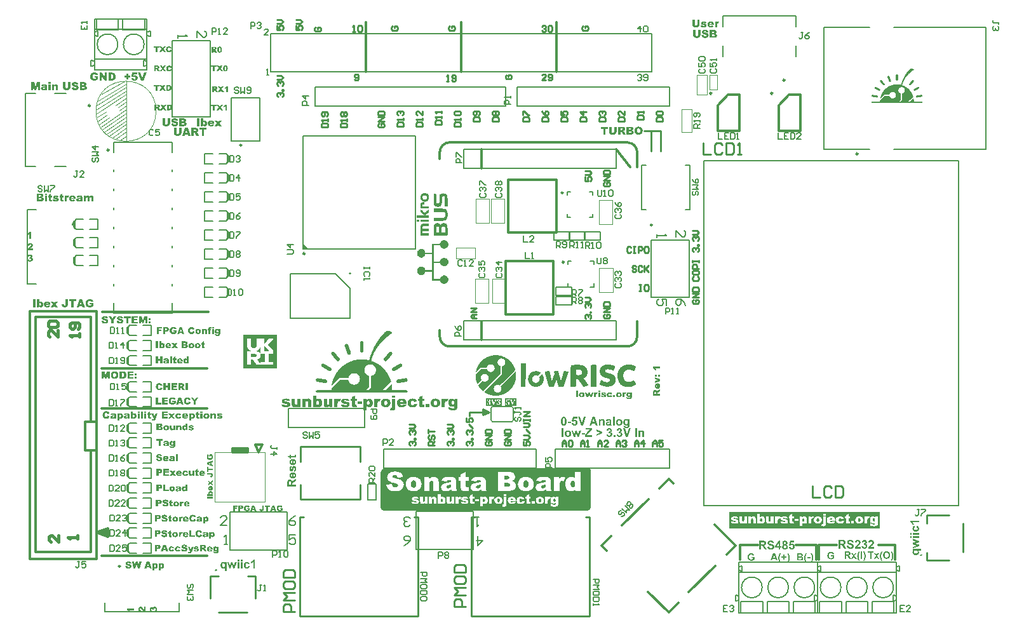
<source format=gto>
G04*
G04 #@! TF.GenerationSoftware,Altium Limited,Altium Designer,23.10.1 (27)*
G04*
G04 Layer_Color=65535*
%FSLAX44Y44*%
%MOMM*%
G71*
G04*
G04 #@! TF.SameCoordinates,B86BD226-0E7F-4409-BC4F-A9AD3D2462E1*
G04*
G04*
G04 #@! TF.FilePolarity,Positive*
G04*
G01*
G75*
%ADD10C,0.2500*%
%ADD11C,0.1000*%
%ADD12C,0.2000*%
%ADD13C,0.2540*%
%ADD14C,0.3050*%
%ADD15C,0.1270*%
%ADD16C,0.3000*%
%ADD17C,0.3810*%
%ADD18C,0.2032*%
%ADD19R,3.9622X2.2606*%
%ADD20R,0.4826X5.1911*%
%ADD21R,1.0922X5.1911*%
%ADD22R,4.0640X2.2606*%
G36*
X1581241Y1001337D02*
X1581382D01*
Y1001266D01*
X1581524D01*
Y1001196D01*
X1581665D01*
Y1001125D01*
X1581736D01*
Y1001054D01*
X1581807D01*
Y1000983D01*
X1581878D01*
Y1000913D01*
X1581948D01*
Y1000771D01*
X1582019D01*
Y1000630D01*
X1582090D01*
Y1000205D01*
X1582161D01*
Y994333D01*
X1582090D01*
Y994262D01*
Y993909D01*
X1582019D01*
Y993767D01*
X1581948D01*
Y993696D01*
X1581878D01*
Y993555D01*
X1581807D01*
Y993484D01*
X1581736D01*
Y993413D01*
X1581665D01*
Y993343D01*
X1581524D01*
Y993272D01*
X1581453D01*
Y993201D01*
X1581241D01*
Y993130D01*
X1580321D01*
Y993201D01*
X1580180D01*
Y993272D01*
X1580038D01*
Y993343D01*
X1579897D01*
Y993413D01*
X1579826D01*
Y993484D01*
X1579755D01*
Y993555D01*
X1579684D01*
Y993696D01*
X1579614D01*
Y993767D01*
X1579543D01*
Y993979D01*
X1579472D01*
Y1000630D01*
X1579543D01*
Y1000771D01*
X1579614D01*
Y1000913D01*
X1579684D01*
Y1000983D01*
X1579755D01*
Y1001054D01*
X1579826D01*
Y1001125D01*
X1579897D01*
Y1001196D01*
X1580038D01*
Y1001266D01*
X1580180D01*
Y1001337D01*
X1580321D01*
Y1001408D01*
X1581241D01*
Y1001337D01*
D02*
G37*
G36*
X1569780Y999427D02*
X1569992D01*
Y999356D01*
X1570134D01*
Y999285D01*
X1570275D01*
Y999215D01*
X1570346D01*
Y999144D01*
X1570417D01*
Y999073D01*
X1570487D01*
Y999002D01*
X1570558D01*
Y998932D01*
X1570629D01*
Y998790D01*
X1570699D01*
Y998649D01*
X1570770D01*
Y998436D01*
X1570841D01*
Y998224D01*
X1570912D01*
Y998083D01*
X1570983D01*
Y997870D01*
X1571053D01*
Y997658D01*
X1571124D01*
Y997446D01*
X1571195D01*
Y997234D01*
X1571266D01*
Y997092D01*
X1571336D01*
Y996880D01*
X1571407D01*
Y996668D01*
X1571478D01*
Y996456D01*
X1571548D01*
Y996243D01*
X1571619D01*
Y996102D01*
X1571690D01*
Y995890D01*
X1571761D01*
Y995677D01*
X1571832D01*
Y995465D01*
X1571902D01*
Y995253D01*
X1571973D01*
Y995111D01*
X1572044D01*
Y994899D01*
X1572115D01*
Y994687D01*
X1572185D01*
Y994475D01*
X1572256D01*
Y994333D01*
X1572327D01*
Y994121D01*
X1572397D01*
Y993909D01*
X1572468D01*
Y993838D01*
Y993767D01*
Y993696D01*
X1572539D01*
Y993484D01*
X1572610D01*
Y993343D01*
X1572680D01*
Y993060D01*
X1572751D01*
Y992352D01*
X1572680D01*
Y992211D01*
X1572610D01*
Y992069D01*
X1572539D01*
Y991998D01*
X1572468D01*
Y991928D01*
X1572397D01*
Y991857D01*
X1572327D01*
Y991786D01*
X1572256D01*
Y991715D01*
X1572185D01*
Y991645D01*
X1572044D01*
Y991574D01*
X1571902D01*
Y991503D01*
X1571690D01*
Y991432D01*
X1571053D01*
Y991503D01*
X1570841D01*
Y991574D01*
X1570699D01*
Y991645D01*
X1570629D01*
Y991715D01*
X1570487D01*
Y991786D01*
X1570417D01*
Y991928D01*
X1570346D01*
Y991998D01*
X1570275D01*
Y992140D01*
X1570204D01*
Y992281D01*
X1570134D01*
Y992494D01*
X1570063D01*
Y992635D01*
X1569992D01*
Y992847D01*
X1569921D01*
Y993060D01*
X1569851D01*
Y993272D01*
X1569780D01*
Y993484D01*
X1569709D01*
Y993626D01*
X1569638D01*
Y993838D01*
X1569568D01*
Y994050D01*
X1569497D01*
Y994192D01*
X1569426D01*
Y994404D01*
X1569355D01*
Y994616D01*
X1569285D01*
Y994828D01*
X1569214D01*
Y995041D01*
X1569143D01*
Y995182D01*
X1569072D01*
Y995394D01*
X1569002D01*
Y995536D01*
X1568931D01*
Y995748D01*
X1568860D01*
Y995960D01*
X1568789D01*
Y996172D01*
X1568719D01*
Y996385D01*
X1568648D01*
Y996526D01*
X1568577D01*
Y996739D01*
X1568506D01*
Y996880D01*
X1568436D01*
Y997092D01*
X1568365D01*
Y997305D01*
X1568294D01*
Y997517D01*
X1568223D01*
Y997729D01*
X1568153D01*
Y998012D01*
X1568082D01*
Y998295D01*
X1568153D01*
Y998578D01*
X1568223D01*
Y998790D01*
X1568294D01*
Y998861D01*
X1568365D01*
Y998932D01*
X1568436D01*
Y999002D01*
X1568506D01*
Y999073D01*
X1568577D01*
Y999144D01*
X1568648D01*
Y999215D01*
X1568719D01*
Y999285D01*
X1568860D01*
Y999356D01*
X1569072D01*
Y999427D01*
X1569285D01*
Y999498D01*
X1569780D01*
Y999427D01*
D02*
G37*
G36*
X1600484Y1009190D02*
X1600979D01*
Y1009119D01*
X1601192D01*
Y1009048D01*
X1601404D01*
Y1008978D01*
X1601616D01*
Y1008907D01*
X1601758D01*
Y1008836D01*
X1601899D01*
Y1008765D01*
X1602041D01*
Y1008695D01*
X1602182D01*
Y1008624D01*
X1602324D01*
Y1008553D01*
X1602394D01*
Y1008483D01*
X1602465D01*
Y1008412D01*
X1602607D01*
Y1008341D01*
X1602677D01*
Y1008270D01*
X1602748D01*
Y1008200D01*
X1602890D01*
Y1008129D01*
X1602960D01*
Y1008058D01*
X1603031D01*
Y1007987D01*
X1603102D01*
Y1007917D01*
X1603172D01*
Y1007846D01*
X1603243D01*
Y1007704D01*
X1603314D01*
Y1007634D01*
X1603385D01*
Y1007563D01*
X1603243D01*
Y1007492D01*
X1603172D01*
Y1007421D01*
X1603102D01*
Y1007351D01*
X1603031D01*
Y1007280D01*
X1602890D01*
Y1007209D01*
X1602819D01*
Y1007138D01*
X1602677D01*
Y1007068D01*
X1602607D01*
Y1006997D01*
X1602536D01*
Y1006926D01*
X1602394D01*
Y1006855D01*
X1602324D01*
Y1006785D01*
X1602253D01*
Y1006714D01*
X1602111D01*
Y1006643D01*
X1602041D01*
Y1006572D01*
X1601899D01*
Y1006502D01*
X1601828D01*
Y1006431D01*
X1601758D01*
Y1006360D01*
X1601616D01*
Y1006289D01*
X1601545D01*
Y1006219D01*
X1601475D01*
Y1006148D01*
X1601404D01*
Y1006077D01*
X1601262D01*
Y1006006D01*
X1601192D01*
Y1005936D01*
X1601121D01*
Y1005865D01*
X1600979D01*
Y1005794D01*
X1600909D01*
Y1005723D01*
X1600838D01*
Y1005653D01*
X1600767D01*
Y1005582D01*
X1600626D01*
Y1005511D01*
X1600555D01*
Y1005440D01*
X1600484D01*
Y1005370D01*
X1600413D01*
Y1005299D01*
X1600272D01*
Y1005228D01*
X1600201D01*
Y1005157D01*
X1600130D01*
Y1005087D01*
X1600060D01*
Y1005016D01*
X1599918D01*
Y1004945D01*
X1599847D01*
Y1004874D01*
X1599777D01*
Y1004804D01*
X1599706D01*
Y1004733D01*
X1599635D01*
Y1004662D01*
X1599494D01*
Y1004591D01*
X1599423D01*
Y1004521D01*
X1599352D01*
Y1004450D01*
X1599281D01*
Y1004379D01*
X1599211D01*
Y1004308D01*
X1599069D01*
Y1004238D01*
X1598999D01*
Y1004167D01*
X1598928D01*
Y1004096D01*
X1598857D01*
Y1004025D01*
X1598786D01*
Y1003955D01*
X1598715D01*
Y1003884D01*
X1598645D01*
Y1003813D01*
X1598503D01*
Y1003743D01*
X1598432D01*
Y1003672D01*
X1598362D01*
Y1003601D01*
X1598291D01*
Y1003530D01*
X1598220D01*
Y1003459D01*
X1598150D01*
Y1003389D01*
X1598079D01*
Y1003318D01*
X1598008D01*
Y1003247D01*
X1597937D01*
Y1003176D01*
X1597796D01*
Y1003106D01*
X1597725D01*
Y1003035D01*
X1597654D01*
Y1002964D01*
X1597583D01*
Y1002894D01*
X1597513D01*
Y1002823D01*
X1597442D01*
Y1002752D01*
X1597371D01*
Y1002681D01*
X1597301D01*
Y1002610D01*
X1597230D01*
Y1002540D01*
X1597159D01*
Y1002469D01*
X1597088D01*
Y1002398D01*
X1597018D01*
Y1002327D01*
X1596947D01*
Y1002257D01*
X1596876D01*
Y1002186D01*
X1596805D01*
Y1002115D01*
X1596664D01*
Y1001974D01*
X1596522D01*
Y1001903D01*
X1596452D01*
Y1001761D01*
X1596310D01*
Y1001620D01*
X1596169D01*
Y1001549D01*
X1596098D01*
Y1001408D01*
X1596027D01*
Y1001337D01*
X1595956D01*
Y1001266D01*
X1595886D01*
Y1001196D01*
X1595815D01*
Y1001125D01*
X1595744D01*
Y1001054D01*
X1595673D01*
Y1000983D01*
X1595603D01*
Y1000913D01*
X1595532D01*
Y1000842D01*
X1595461D01*
Y1000771D01*
X1595390D01*
Y1000700D01*
X1595320D01*
Y1000630D01*
X1595249D01*
Y1000559D01*
X1595178D01*
Y1000488D01*
X1595107D01*
Y1000417D01*
X1595037D01*
Y1000347D01*
X1594966D01*
Y1000205D01*
X1594895D01*
Y1000134D01*
X1594824D01*
Y1000064D01*
X1594754D01*
Y999993D01*
X1594683D01*
Y999922D01*
X1594612D01*
Y999851D01*
X1594541D01*
Y999710D01*
X1594471D01*
Y999639D01*
X1594400D01*
Y999568D01*
X1594329D01*
Y999498D01*
X1594258D01*
Y999427D01*
X1594188D01*
Y999356D01*
X1594117D01*
Y999215D01*
X1594046D01*
Y999144D01*
X1593975D01*
Y999073D01*
X1593905D01*
Y999002D01*
X1593834D01*
Y998861D01*
X1593763D01*
Y998790D01*
X1593692D01*
Y998719D01*
X1593622D01*
Y998649D01*
X1593551D01*
Y998578D01*
X1593480D01*
Y998436D01*
X1593409D01*
Y998366D01*
X1593339D01*
Y998295D01*
X1593268D01*
Y998224D01*
X1593197D01*
Y998083D01*
X1593126D01*
Y998012D01*
X1593056D01*
Y997941D01*
X1592985D01*
Y997800D01*
X1592914D01*
Y997729D01*
X1592843D01*
Y997588D01*
X1592773D01*
Y997517D01*
X1592702D01*
Y997446D01*
X1592631D01*
Y997305D01*
X1592560D01*
Y997234D01*
X1592490D01*
Y997163D01*
X1592419D01*
Y997021D01*
X1592348D01*
Y996951D01*
X1592278D01*
Y996809D01*
X1592207D01*
Y996739D01*
X1592136D01*
Y996597D01*
X1592065D01*
Y996526D01*
X1591994D01*
Y996385D01*
X1591924D01*
Y996314D01*
X1591853D01*
Y996172D01*
X1591782D01*
Y996102D01*
X1591711D01*
Y995960D01*
X1591641D01*
Y995890D01*
X1591570D01*
Y995748D01*
X1591499D01*
Y995677D01*
X1591429D01*
Y995536D01*
X1591358D01*
Y995394D01*
X1591287D01*
Y995324D01*
X1591216D01*
Y995182D01*
X1591145D01*
Y995041D01*
X1591075D01*
Y994970D01*
X1591004D01*
Y994828D01*
X1590933D01*
Y994687D01*
X1590862D01*
Y994616D01*
X1590792D01*
Y994475D01*
X1590721D01*
Y994333D01*
X1590650D01*
Y994192D01*
X1590580D01*
Y994050D01*
X1590509D01*
Y993979D01*
X1590438D01*
Y993838D01*
X1590367D01*
Y993696D01*
X1590296D01*
Y993555D01*
X1590226D01*
Y993413D01*
X1590155D01*
Y993272D01*
X1590084D01*
Y993130D01*
X1590013D01*
Y992989D01*
X1589943D01*
Y992847D01*
X1589872D01*
Y992706D01*
X1589801D01*
Y992564D01*
X1589731D01*
Y992423D01*
X1589660D01*
Y992281D01*
X1589589D01*
Y992069D01*
X1589518D01*
Y991928D01*
X1589448D01*
Y991786D01*
X1589377D01*
Y991645D01*
X1589306D01*
Y991432D01*
X1589235D01*
Y991291D01*
X1589165D01*
Y991079D01*
X1589094D01*
Y990937D01*
X1589023D01*
Y990725D01*
X1588952D01*
Y990583D01*
X1588882D01*
Y990371D01*
X1588811D01*
Y990230D01*
X1588740D01*
Y990017D01*
X1588669D01*
Y989805D01*
X1588599D01*
Y989664D01*
X1588528D01*
Y989452D01*
X1588457D01*
Y989239D01*
X1588386D01*
Y989027D01*
X1588316D01*
Y988815D01*
X1588245D01*
Y988603D01*
X1588174D01*
Y988320D01*
X1588103D01*
Y988107D01*
X1588033D01*
Y987895D01*
X1587962D01*
Y987612D01*
X1587891D01*
Y987400D01*
X1587820D01*
Y987117D01*
X1587750D01*
Y986975D01*
X1587820D01*
Y986905D01*
X1588033D01*
Y986834D01*
X1588245D01*
Y986763D01*
X1588457D01*
Y986692D01*
X1588599D01*
Y986622D01*
X1588811D01*
Y986551D01*
X1588952D01*
Y986480D01*
X1589165D01*
Y986409D01*
X1589306D01*
Y986339D01*
X1589518D01*
Y986268D01*
X1589660D01*
Y986197D01*
X1589801D01*
Y986126D01*
X1590013D01*
Y986056D01*
X1590155D01*
Y985985D01*
X1590296D01*
Y985914D01*
X1590438D01*
Y985843D01*
X1590580D01*
Y985773D01*
X1590721D01*
Y985702D01*
X1590862D01*
Y985631D01*
X1591004D01*
Y985560D01*
X1591145D01*
Y985490D01*
X1591287D01*
Y985419D01*
X1591429D01*
Y985348D01*
X1591570D01*
Y985277D01*
X1591641D01*
Y985207D01*
X1591782D01*
Y985136D01*
X1591924D01*
Y985065D01*
X1592065D01*
Y984994D01*
X1592136D01*
Y984924D01*
X1592278D01*
Y984853D01*
X1592419D01*
Y984782D01*
X1592490D01*
Y984712D01*
X1592631D01*
Y984641D01*
X1592702D01*
Y984570D01*
X1592843D01*
Y984499D01*
X1592985D01*
Y984428D01*
X1593056D01*
Y984358D01*
X1593197D01*
Y984287D01*
X1593268D01*
Y984216D01*
X1593409D01*
Y984146D01*
X1593480D01*
Y984075D01*
X1593622D01*
Y984004D01*
X1593692D01*
Y983933D01*
X1593834D01*
Y983863D01*
X1593905D01*
Y983792D01*
X1593975D01*
Y983721D01*
X1594117D01*
Y983650D01*
X1594188D01*
Y983579D01*
X1594258D01*
Y983509D01*
X1594400D01*
Y983438D01*
X1594471D01*
Y983367D01*
X1594541D01*
Y983297D01*
X1594612D01*
Y983226D01*
X1594754D01*
Y983155D01*
X1594824D01*
Y983084D01*
X1594895D01*
Y983014D01*
X1594966D01*
Y982943D01*
X1595107D01*
Y982872D01*
X1595178D01*
Y982801D01*
X1595249D01*
Y982730D01*
X1595320D01*
Y982660D01*
X1595390D01*
Y982589D01*
X1595461D01*
Y982518D01*
X1595603D01*
Y982448D01*
X1595673D01*
Y982377D01*
X1595744D01*
Y982306D01*
X1595815D01*
Y982235D01*
X1595886D01*
Y982165D01*
X1595956D01*
Y982094D01*
X1596027D01*
Y982023D01*
X1596098D01*
Y981952D01*
X1596239D01*
Y981882D01*
X1596310D01*
Y981811D01*
X1596381D01*
Y981740D01*
X1596452D01*
Y981669D01*
X1596522D01*
Y981599D01*
X1596593D01*
Y981528D01*
X1596664D01*
Y981457D01*
X1596734D01*
Y981386D01*
X1596805D01*
Y981316D01*
X1596876D01*
Y981245D01*
X1596947D01*
Y981174D01*
X1597018D01*
Y981103D01*
X1597088D01*
Y981033D01*
X1597159D01*
Y980891D01*
X1597230D01*
Y980820D01*
X1597301D01*
Y980750D01*
X1597371D01*
Y980679D01*
X1597442D01*
Y980608D01*
X1597513D01*
Y980537D01*
X1597583D01*
Y980467D01*
X1597654D01*
Y980396D01*
X1597725D01*
Y980254D01*
X1597796D01*
Y980184D01*
X1597867D01*
Y980113D01*
X1597937D01*
Y980042D01*
X1598008D01*
Y979971D01*
X1598079D01*
Y979901D01*
X1598150D01*
Y979759D01*
X1598220D01*
Y979688D01*
X1598291D01*
Y979618D01*
X1598362D01*
Y979547D01*
X1598432D01*
Y979405D01*
X1598503D01*
Y979335D01*
X1598574D01*
Y979264D01*
X1598645D01*
Y979122D01*
X1598715D01*
Y979052D01*
X1598786D01*
Y978981D01*
X1598857D01*
Y978839D01*
X1598928D01*
Y978769D01*
X1598999D01*
Y978698D01*
X1599069D01*
Y978556D01*
X1599140D01*
Y978486D01*
X1599211D01*
Y978344D01*
X1599281D01*
Y978273D01*
X1599352D01*
Y978203D01*
X1599423D01*
Y978061D01*
X1599494D01*
Y977920D01*
X1599564D01*
Y977849D01*
X1599635D01*
Y977708D01*
X1599706D01*
Y977637D01*
X1599777D01*
Y977495D01*
X1599847D01*
Y977424D01*
X1599918D01*
Y977283D01*
X1599989D01*
Y977141D01*
X1600060D01*
Y977071D01*
X1600130D01*
Y976929D01*
X1600201D01*
Y976788D01*
X1600272D01*
Y976646D01*
X1600343D01*
Y976575D01*
X1600413D01*
Y976434D01*
X1600484D01*
Y976292D01*
X1600555D01*
Y976151D01*
X1600626D01*
Y976010D01*
X1600696D01*
Y975939D01*
X1600767D01*
Y975797D01*
X1600838D01*
Y975656D01*
X1600909D01*
Y975514D01*
X1600979D01*
Y975373D01*
X1601050D01*
Y975231D01*
X1601121D01*
Y975090D01*
X1601192D01*
Y974878D01*
X1601262D01*
Y974736D01*
X1601333D01*
Y974595D01*
X1601404D01*
Y974453D01*
X1601475D01*
Y974241D01*
X1601545D01*
Y974099D01*
X1601616D01*
Y973958D01*
X1601687D01*
Y973746D01*
X1601758D01*
Y973604D01*
X1601828D01*
Y973392D01*
X1601899D01*
Y973180D01*
X1601970D01*
Y972967D01*
X1602041D01*
Y972755D01*
X1602111D01*
Y972543D01*
X1602182D01*
Y972331D01*
X1602253D01*
Y972119D01*
X1602324D01*
Y971835D01*
X1602394D01*
Y971553D01*
X1602465D01*
Y971482D01*
X1602394D01*
Y971340D01*
X1602324D01*
Y971270D01*
X1602253D01*
Y971199D01*
X1602182D01*
Y971128D01*
X1602041D01*
Y970986D01*
X1601899D01*
Y970845D01*
X1601828D01*
Y970774D01*
X1601758D01*
Y970704D01*
X1601687D01*
Y970633D01*
X1601545D01*
Y970491D01*
X1601475D01*
Y970421D01*
X1601404D01*
Y970350D01*
X1601333D01*
Y970279D01*
X1601192D01*
Y970137D01*
X1601121D01*
Y970067D01*
X1601050D01*
Y969996D01*
X1600979D01*
Y969925D01*
X1600838D01*
Y969784D01*
X1600767D01*
Y969713D01*
X1600696D01*
Y969642D01*
X1600626D01*
Y969572D01*
X1600555D01*
Y969501D01*
X1600484D01*
Y969430D01*
X1600413D01*
Y969359D01*
X1600343D01*
Y969289D01*
X1600272D01*
Y969218D01*
X1600201D01*
Y969147D01*
X1600130D01*
Y969076D01*
X1599989D01*
Y968935D01*
X1599918D01*
Y968864D01*
X1599847D01*
Y968793D01*
X1599777D01*
Y968723D01*
X1599635D01*
Y968581D01*
X1599564D01*
Y968510D01*
X1599494D01*
Y968440D01*
X1599423D01*
Y968369D01*
X1599352D01*
Y968298D01*
X1599281D01*
Y968227D01*
X1599211D01*
Y968157D01*
X1599140D01*
Y968086D01*
X1599069D01*
Y968015D01*
X1598999D01*
Y967944D01*
X1598928D01*
Y967874D01*
X1598857D01*
Y967803D01*
X1598786D01*
Y967732D01*
X1598715D01*
Y967661D01*
X1598645D01*
Y967591D01*
X1598574D01*
Y967520D01*
X1598503D01*
Y967449D01*
X1598432D01*
Y967378D01*
X1598362D01*
Y967308D01*
X1598291D01*
Y967237D01*
X1598220D01*
Y967166D01*
X1598150D01*
Y967095D01*
X1598079D01*
Y967025D01*
X1598008D01*
Y966954D01*
X1597937D01*
Y966883D01*
X1597867D01*
Y966812D01*
X1597796D01*
Y966742D01*
X1597725D01*
Y966671D01*
X1597654D01*
Y966600D01*
X1597583D01*
Y966529D01*
X1597513D01*
Y966459D01*
X1597442D01*
Y966388D01*
X1597371D01*
Y966317D01*
X1597301D01*
Y966246D01*
X1597230D01*
Y966176D01*
X1597159D01*
Y966105D01*
X1597088D01*
Y966034D01*
X1597018D01*
Y965963D01*
X1596947D01*
Y965893D01*
X1596876D01*
Y965822D01*
X1596805D01*
Y965751D01*
X1596734D01*
Y965680D01*
X1596664D01*
Y965610D01*
X1596593D01*
Y965539D01*
X1596522D01*
Y965468D01*
X1596452D01*
Y965397D01*
X1596381D01*
Y965327D01*
X1596310D01*
Y965256D01*
X1598291D01*
Y965327D01*
X1598362D01*
Y965397D01*
X1598432D01*
Y965468D01*
X1598503D01*
Y965539D01*
X1598574D01*
Y965610D01*
X1598645D01*
Y965680D01*
X1598715D01*
Y965751D01*
X1598786D01*
Y965822D01*
X1598857D01*
Y965893D01*
X1598928D01*
Y965963D01*
X1598999D01*
Y966034D01*
X1599069D01*
Y966105D01*
X1599140D01*
Y966176D01*
X1599211D01*
Y966246D01*
X1599281D01*
Y966317D01*
X1599352D01*
Y966388D01*
X1599423D01*
Y966459D01*
X1599494D01*
Y966529D01*
X1599564D01*
Y966600D01*
X1599635D01*
Y966671D01*
X1599706D01*
Y966742D01*
X1599777D01*
Y966812D01*
X1599847D01*
Y966883D01*
X1599918D01*
Y966954D01*
X1599989D01*
Y967025D01*
X1600060D01*
Y967095D01*
X1600130D01*
Y967166D01*
X1600201D01*
Y967237D01*
X1600272D01*
Y967308D01*
X1600343D01*
Y967378D01*
X1600413D01*
Y967449D01*
X1600484D01*
Y967520D01*
X1600555D01*
Y967591D01*
X1600626D01*
Y967661D01*
X1600696D01*
Y967732D01*
X1600767D01*
Y967803D01*
X1600838D01*
Y967874D01*
X1600909D01*
Y967944D01*
X1600979D01*
Y968015D01*
X1601050D01*
Y968086D01*
X1601121D01*
Y968157D01*
X1601192D01*
Y968227D01*
X1601262D01*
Y968298D01*
X1601333D01*
Y968369D01*
X1601404D01*
Y968440D01*
X1601475D01*
Y968510D01*
X1601545D01*
Y968581D01*
X1601616D01*
Y968652D01*
X1601687D01*
Y968723D01*
X1601758D01*
Y968793D01*
X1601828D01*
Y968864D01*
X1601899D01*
Y968935D01*
X1601970D01*
Y969006D01*
X1602041D01*
Y969076D01*
X1602111D01*
Y969147D01*
X1602182D01*
Y969218D01*
X1602253D01*
Y969289D01*
X1602324D01*
Y969359D01*
X1602394D01*
Y969430D01*
X1602465D01*
Y969501D01*
X1602536D01*
Y969572D01*
X1602607D01*
Y969642D01*
X1602677D01*
Y969713D01*
X1602748D01*
Y969784D01*
X1602890D01*
Y969359D01*
X1602960D01*
Y969006D01*
X1603031D01*
Y968510D01*
X1603102D01*
Y967874D01*
X1603172D01*
Y967166D01*
X1603243D01*
Y965256D01*
X1613997D01*
Y965185D01*
X1614209D01*
Y965115D01*
X1614280D01*
Y965044D01*
X1614351D01*
Y964973D01*
X1614421D01*
Y964902D01*
X1614492D01*
Y964831D01*
X1614563D01*
Y964619D01*
X1614634D01*
Y964124D01*
X1614563D01*
Y963912D01*
X1614492D01*
Y963841D01*
X1614421D01*
Y963770D01*
X1614351D01*
Y963699D01*
X1614280D01*
Y963629D01*
X1614209D01*
Y963558D01*
X1614068D01*
Y963487D01*
X1547494D01*
Y963558D01*
X1547353D01*
Y963629D01*
X1547211D01*
Y963699D01*
X1547141D01*
Y963770D01*
X1547070D01*
Y963912D01*
X1546999D01*
Y963982D01*
X1546929D01*
Y964336D01*
X1546858D01*
Y964478D01*
X1546929D01*
Y964761D01*
X1546999D01*
Y964831D01*
X1547070D01*
Y964973D01*
X1547141D01*
Y965044D01*
X1547211D01*
Y965115D01*
X1547353D01*
Y965185D01*
X1547494D01*
Y965256D01*
X1558248D01*
Y965822D01*
X1558319D01*
Y966388D01*
X1558389D01*
Y966529D01*
X1558460D01*
Y966600D01*
X1558531D01*
Y966671D01*
X1558602D01*
Y966742D01*
X1558672D01*
Y966812D01*
X1558743D01*
Y966883D01*
X1558814D01*
Y966954D01*
X1558885D01*
Y967025D01*
X1558956D01*
Y967095D01*
X1559026D01*
Y967166D01*
X1559097D01*
Y967237D01*
X1559168D01*
Y967308D01*
X1559238D01*
Y967378D01*
X1559309D01*
Y967449D01*
X1559380D01*
Y967520D01*
X1559451D01*
Y967591D01*
X1559521D01*
Y967661D01*
X1559592D01*
Y967732D01*
X1559663D01*
Y967803D01*
X1559734D01*
Y967874D01*
X1559804D01*
Y967944D01*
X1559875D01*
Y968015D01*
X1559946D01*
Y968086D01*
X1560017D01*
Y968157D01*
X1560087D01*
Y968227D01*
X1560158D01*
Y968298D01*
X1560229D01*
Y968369D01*
X1560300D01*
Y968440D01*
X1560370D01*
Y968510D01*
X1560441D01*
Y968581D01*
X1560512D01*
Y968652D01*
X1560583D01*
Y968723D01*
X1560653D01*
Y968793D01*
X1560724D01*
Y968864D01*
X1560795D01*
Y968935D01*
X1560866D01*
Y969006D01*
X1560936D01*
Y969076D01*
X1561007D01*
Y969147D01*
X1561078D01*
Y969218D01*
X1561149D01*
Y969289D01*
X1561219D01*
Y969359D01*
X1561290D01*
Y969430D01*
X1561361D01*
Y969501D01*
X1561432D01*
Y969572D01*
X1561502D01*
Y969642D01*
X1561573D01*
Y969713D01*
X1561644D01*
Y969784D01*
X1561715D01*
Y969855D01*
X1561785D01*
Y969925D01*
X1561856D01*
Y969996D01*
X1561927D01*
Y970067D01*
X1561998D01*
Y970137D01*
X1562068D01*
Y970208D01*
X1562139D01*
Y970279D01*
X1562210D01*
Y970350D01*
X1562281D01*
Y970421D01*
X1562351D01*
Y970491D01*
X1562422D01*
Y970562D01*
X1562493D01*
Y970633D01*
X1562564D01*
Y970704D01*
X1562634D01*
Y970774D01*
X1562705D01*
Y970845D01*
X1562776D01*
Y970916D01*
X1562847D01*
Y970986D01*
X1562917D01*
Y971057D01*
X1562988D01*
Y971128D01*
X1563059D01*
Y971199D01*
X1563130D01*
Y971270D01*
X1563200D01*
Y971340D01*
X1563271D01*
Y971411D01*
X1563342D01*
Y971482D01*
X1563413D01*
Y971553D01*
X1563483D01*
Y971623D01*
X1563554D01*
Y971694D01*
X1563625D01*
Y971765D01*
X1563696D01*
Y971835D01*
X1563766D01*
Y971906D01*
X1563837D01*
Y971977D01*
X1563908D01*
Y972048D01*
X1563978D01*
Y972119D01*
X1564049D01*
Y972189D01*
X1564120D01*
Y972260D01*
X1564191D01*
Y972331D01*
X1564261D01*
Y972401D01*
X1564332D01*
Y972472D01*
X1564403D01*
Y972543D01*
X1564474D01*
Y972614D01*
X1564545D01*
Y972684D01*
X1564686D01*
Y972755D01*
X1564898D01*
Y972826D01*
X1565323D01*
Y972897D01*
X1570841D01*
Y972684D01*
X1570912D01*
Y972472D01*
X1570983D01*
Y972331D01*
X1571053D01*
Y972119D01*
X1571124D01*
Y971906D01*
X1571195D01*
Y971765D01*
X1571266D01*
Y971623D01*
X1571336D01*
Y971482D01*
X1571407D01*
Y971340D01*
X1571478D01*
Y971270D01*
X1571548D01*
Y971128D01*
X1571619D01*
Y971057D01*
X1571690D01*
Y970916D01*
X1571761D01*
Y970845D01*
X1571832D01*
Y970774D01*
X1571902D01*
Y970704D01*
X1571973D01*
Y970633D01*
X1572044D01*
Y970562D01*
X1572115D01*
Y970491D01*
X1572185D01*
Y970421D01*
X1572256D01*
Y970350D01*
X1572327D01*
Y970279D01*
X1572397D01*
Y970208D01*
X1572468D01*
Y970137D01*
X1572610D01*
Y970067D01*
X1572680D01*
Y969996D01*
X1572822D01*
Y969925D01*
X1572964D01*
Y969855D01*
X1573034D01*
Y969784D01*
X1573176D01*
Y969713D01*
X1573317D01*
Y969642D01*
X1573529D01*
Y969572D01*
X1573671D01*
Y969501D01*
X1573883D01*
Y969430D01*
X1574237D01*
Y969359D01*
X1574591D01*
Y969289D01*
X1575652D01*
Y969359D01*
X1576006D01*
Y969430D01*
X1576289D01*
Y969501D01*
X1576572D01*
Y969572D01*
X1576713D01*
Y969642D01*
X1576855D01*
Y969713D01*
X1576996D01*
Y969784D01*
X1577137D01*
Y969855D01*
X1577279D01*
Y969925D01*
X1577421D01*
Y969996D01*
X1577491D01*
Y970067D01*
X1577633D01*
Y970137D01*
X1577704D01*
Y970208D01*
X1577774D01*
Y970279D01*
X1577845D01*
Y970350D01*
X1577986D01*
Y970421D01*
X1578057D01*
Y970491D01*
X1578128D01*
Y970562D01*
X1578199D01*
Y970633D01*
X1578270D01*
Y970704D01*
X1578340D01*
Y970845D01*
X1578411D01*
Y970916D01*
X1578482D01*
Y970986D01*
X1578553D01*
Y971057D01*
X1578623D01*
Y971199D01*
X1578694D01*
Y971270D01*
X1578765D01*
Y971411D01*
X1578835D01*
Y971553D01*
X1578906D01*
Y971694D01*
X1578977D01*
Y971835D01*
X1579048D01*
Y971977D01*
X1579118D01*
Y972189D01*
X1579189D01*
Y972401D01*
X1579260D01*
Y972684D01*
X1579331D01*
Y973180D01*
X1579401D01*
Y973958D01*
X1579331D01*
Y974524D01*
X1579260D01*
Y974807D01*
X1579189D01*
Y975019D01*
X1579118D01*
Y975231D01*
X1579048D01*
Y975373D01*
X1578977D01*
Y975514D01*
X1578906D01*
Y975656D01*
X1578835D01*
Y975797D01*
X1578765D01*
Y975939D01*
X1578694D01*
Y976010D01*
X1578623D01*
Y976151D01*
X1578553D01*
Y976222D01*
X1578482D01*
Y976292D01*
X1578411D01*
Y976434D01*
X1578340D01*
Y976505D01*
X1578270D01*
Y976575D01*
X1578199D01*
Y976646D01*
X1578128D01*
Y976717D01*
X1578057D01*
Y976788D01*
X1577986D01*
Y976859D01*
X1577916D01*
Y976929D01*
X1577774D01*
Y977000D01*
X1577704D01*
Y977071D01*
X1577633D01*
Y977141D01*
X1577491D01*
Y977212D01*
X1577350D01*
Y977283D01*
X1577279D01*
Y977354D01*
X1577137D01*
Y977424D01*
X1576996D01*
Y977495D01*
X1576784D01*
Y977566D01*
X1576642D01*
Y977637D01*
X1576430D01*
Y977708D01*
X1576147D01*
Y977778D01*
X1575793D01*
Y977849D01*
X1574449D01*
Y977778D01*
X1574095D01*
Y977708D01*
X1573812D01*
Y977637D01*
X1573600D01*
Y977566D01*
X1573459D01*
Y977495D01*
X1573246D01*
Y977424D01*
X1573105D01*
Y977354D01*
X1573034D01*
Y977283D01*
X1572893D01*
Y977212D01*
X1572751D01*
Y977141D01*
X1572680D01*
Y977071D01*
X1572539D01*
Y977000D01*
X1572468D01*
Y976929D01*
X1572397D01*
Y976859D01*
X1572327D01*
Y976788D01*
X1572256D01*
Y976717D01*
X1572115D01*
Y976646D01*
X1572044D01*
Y976575D01*
X1571973D01*
Y976505D01*
X1571902D01*
Y976363D01*
X1571832D01*
Y976292D01*
X1571761D01*
Y976222D01*
X1571690D01*
Y976080D01*
X1571619D01*
Y976010D01*
X1571548D01*
Y975939D01*
X1571478D01*
Y975797D01*
X1571407D01*
Y975656D01*
X1571336D01*
Y975514D01*
X1571266D01*
Y975373D01*
X1571195D01*
Y975231D01*
X1571124D01*
Y975090D01*
X1571053D01*
Y974878D01*
X1570983D01*
Y974665D01*
X1570912D01*
Y974453D01*
X1570841D01*
Y974312D01*
X1564686D01*
Y974241D01*
X1564403D01*
Y974170D01*
X1564191D01*
Y974099D01*
X1564049D01*
Y974029D01*
X1563908D01*
Y973958D01*
X1563837D01*
Y973887D01*
X1563766D01*
Y973816D01*
X1563625D01*
Y973746D01*
X1563554D01*
Y973675D01*
X1563483D01*
Y973604D01*
X1563413D01*
Y973533D01*
X1563342D01*
Y973463D01*
X1563271D01*
Y973392D01*
X1563200D01*
Y973321D01*
X1563130D01*
Y973250D01*
X1563059D01*
Y973180D01*
X1562988D01*
Y973109D01*
X1562917D01*
Y973038D01*
X1562847D01*
Y972967D01*
X1562776D01*
Y972897D01*
X1562705D01*
Y972826D01*
X1562634D01*
Y972755D01*
X1562564D01*
Y972684D01*
X1562493D01*
Y972614D01*
X1562422D01*
Y972543D01*
X1562351D01*
Y972472D01*
X1562281D01*
Y972401D01*
X1562210D01*
Y972331D01*
X1562139D01*
Y972260D01*
X1562068D01*
Y972189D01*
X1561998D01*
Y972119D01*
X1561927D01*
Y972048D01*
X1561856D01*
Y971977D01*
X1561785D01*
Y971906D01*
X1561715D01*
Y971835D01*
X1561644D01*
Y971765D01*
X1561573D01*
Y971694D01*
X1561502D01*
Y971623D01*
X1561432D01*
Y971553D01*
X1561361D01*
Y971482D01*
X1561290D01*
Y971411D01*
X1561219D01*
Y971340D01*
X1561149D01*
Y971270D01*
X1561078D01*
Y971199D01*
X1561007D01*
Y971128D01*
X1560936D01*
Y971057D01*
X1560866D01*
Y970986D01*
X1560795D01*
Y970916D01*
X1560724D01*
Y970845D01*
X1560653D01*
Y970774D01*
X1560583D01*
Y970704D01*
X1560512D01*
Y970633D01*
X1560441D01*
Y970562D01*
X1560370D01*
Y970491D01*
X1560300D01*
Y970421D01*
X1560229D01*
Y970350D01*
X1560158D01*
Y970279D01*
X1560087D01*
Y970208D01*
X1560017D01*
Y970137D01*
X1559946D01*
Y970067D01*
X1559875D01*
Y969996D01*
X1559804D01*
Y969925D01*
X1559734D01*
Y969855D01*
X1559663D01*
Y969784D01*
X1559592D01*
Y969713D01*
X1559521D01*
Y969642D01*
X1559451D01*
Y969572D01*
X1559380D01*
Y969501D01*
X1559309D01*
Y969430D01*
X1559238D01*
Y969359D01*
X1559168D01*
Y969289D01*
X1559097D01*
Y969218D01*
X1559026D01*
Y969147D01*
X1558956D01*
Y969076D01*
X1558885D01*
Y969006D01*
X1558814D01*
Y968935D01*
X1558743D01*
Y968864D01*
X1558672D01*
Y968793D01*
X1558602D01*
Y968723D01*
X1558531D01*
Y968864D01*
X1558602D01*
Y969430D01*
X1558672D01*
Y969996D01*
X1558743D01*
Y970279D01*
X1558814D01*
Y970633D01*
X1558885D01*
Y970916D01*
X1558956D01*
Y971199D01*
X1559026D01*
Y971482D01*
X1559097D01*
Y971694D01*
X1559168D01*
Y971906D01*
X1559238D01*
Y972189D01*
X1559309D01*
Y972401D01*
X1559380D01*
Y972614D01*
X1559451D01*
Y972826D01*
X1559521D01*
Y973038D01*
X1559592D01*
Y973250D01*
X1559663D01*
Y973392D01*
X1559734D01*
Y973604D01*
X1559804D01*
Y973746D01*
X1559875D01*
Y973958D01*
X1559946D01*
Y974099D01*
X1560017D01*
Y974312D01*
X1560087D01*
Y974453D01*
X1560158D01*
Y974595D01*
X1560229D01*
Y974807D01*
X1560300D01*
Y974948D01*
X1560370D01*
Y975090D01*
X1560441D01*
Y975231D01*
X1560512D01*
Y975373D01*
X1560583D01*
Y975514D01*
X1560653D01*
Y975656D01*
X1560724D01*
Y975797D01*
X1560795D01*
Y975939D01*
X1560866D01*
Y976080D01*
X1560936D01*
Y976222D01*
X1561007D01*
Y976363D01*
X1561078D01*
Y976505D01*
X1561149D01*
Y976646D01*
X1561219D01*
Y976717D01*
X1561290D01*
Y976859D01*
X1561361D01*
Y977000D01*
X1561432D01*
Y977141D01*
X1561502D01*
Y977212D01*
X1561573D01*
Y977354D01*
X1561644D01*
Y977424D01*
X1561715D01*
Y977566D01*
X1561785D01*
Y977708D01*
X1561856D01*
Y977778D01*
X1561927D01*
Y977920D01*
X1561998D01*
Y977990D01*
X1562068D01*
Y978132D01*
X1562139D01*
Y978203D01*
X1562210D01*
Y978344D01*
X1562281D01*
Y978415D01*
X1562351D01*
Y978556D01*
X1562422D01*
Y978627D01*
X1562493D01*
Y978698D01*
X1562564D01*
Y978839D01*
X1562634D01*
Y978910D01*
X1562705D01*
Y978981D01*
X1562776D01*
Y979122D01*
X1562847D01*
Y979193D01*
X1562917D01*
Y979264D01*
X1562988D01*
Y979405D01*
X1563059D01*
Y979476D01*
X1563130D01*
Y979547D01*
X1563200D01*
Y979618D01*
X1563271D01*
Y979759D01*
X1563342D01*
Y979830D01*
X1563413D01*
Y979901D01*
X1563483D01*
Y979971D01*
X1563554D01*
Y980113D01*
X1563625D01*
Y980184D01*
X1563696D01*
Y980254D01*
X1563766D01*
Y980325D01*
X1563837D01*
Y980396D01*
X1563908D01*
Y980467D01*
X1563978D01*
Y980537D01*
X1564049D01*
Y980608D01*
X1564120D01*
Y980750D01*
X1564191D01*
Y980820D01*
X1564261D01*
Y980891D01*
X1564332D01*
Y980962D01*
X1564403D01*
Y981033D01*
X1564474D01*
Y981103D01*
X1564545D01*
Y981174D01*
X1564615D01*
Y981245D01*
X1564686D01*
Y981316D01*
X1564757D01*
Y981386D01*
X1564828D01*
Y981457D01*
X1564898D01*
Y981528D01*
X1564969D01*
Y981599D01*
X1565040D01*
Y981669D01*
X1565110D01*
Y981740D01*
X1565181D01*
Y981811D01*
X1565252D01*
Y981882D01*
X1565323D01*
Y981952D01*
X1565394D01*
Y982023D01*
X1565464D01*
Y982094D01*
X1565535D01*
Y982165D01*
X1565606D01*
Y982235D01*
X1565677D01*
Y982306D01*
X1565818D01*
Y982377D01*
X1565889D01*
Y982448D01*
X1565959D01*
Y982518D01*
X1566030D01*
Y982589D01*
X1566101D01*
Y982660D01*
X1566172D01*
Y982730D01*
X1566313D01*
Y982801D01*
X1566384D01*
Y982872D01*
X1566455D01*
Y982943D01*
X1566525D01*
Y983014D01*
X1566596D01*
Y983084D01*
X1566667D01*
Y983155D01*
X1566808D01*
Y983226D01*
X1566879D01*
Y983297D01*
X1566950D01*
Y983367D01*
X1567091D01*
Y983438D01*
X1567162D01*
Y983509D01*
X1567233D01*
Y983579D01*
X1567374D01*
Y983650D01*
X1567445D01*
Y983721D01*
X1567516D01*
Y983792D01*
X1567657D01*
Y983863D01*
X1567728D01*
Y983933D01*
X1567870D01*
Y984004D01*
X1567940D01*
Y984075D01*
X1568011D01*
Y984146D01*
X1568153D01*
Y984216D01*
X1568223D01*
Y984287D01*
X1568365D01*
Y984358D01*
X1568436D01*
Y984428D01*
X1568577D01*
Y984499D01*
X1568648D01*
Y984570D01*
X1568789D01*
Y984641D01*
X1568931D01*
Y984712D01*
X1569002D01*
Y984782D01*
X1569143D01*
Y984853D01*
X1569214D01*
Y984924D01*
X1569355D01*
Y984994D01*
X1569497D01*
Y985065D01*
X1569638D01*
Y985136D01*
X1569780D01*
Y985207D01*
X1569851D01*
Y985277D01*
X1569992D01*
Y985348D01*
X1570134D01*
Y985419D01*
X1570275D01*
Y985490D01*
X1570417D01*
Y985560D01*
X1570487D01*
Y985631D01*
X1570699D01*
Y985702D01*
X1570770D01*
Y985773D01*
X1570983D01*
Y985843D01*
X1571124D01*
Y985914D01*
X1571266D01*
Y985985D01*
X1571407D01*
Y986056D01*
X1571548D01*
Y986126D01*
X1571690D01*
Y986197D01*
X1571832D01*
Y986268D01*
X1572044D01*
Y986339D01*
X1572185D01*
Y986409D01*
X1572397D01*
Y986480D01*
X1572539D01*
Y986551D01*
X1572751D01*
Y986622D01*
X1572964D01*
Y986692D01*
X1573105D01*
Y986763D01*
X1573317D01*
Y986834D01*
X1573529D01*
Y986905D01*
X1573742D01*
Y986975D01*
X1573954D01*
Y987046D01*
X1574166D01*
Y987117D01*
X1574449D01*
Y987188D01*
X1574661D01*
Y987258D01*
X1574944D01*
Y987329D01*
X1575227D01*
Y987400D01*
X1575440D01*
Y987471D01*
X1575793D01*
Y987541D01*
X1576147D01*
Y987612D01*
X1576430D01*
Y987683D01*
X1576855D01*
Y987754D01*
X1577279D01*
Y987824D01*
X1577774D01*
Y987895D01*
X1578270D01*
Y987966D01*
X1579118D01*
Y988037D01*
X1582444D01*
Y987966D01*
X1583222D01*
Y987895D01*
X1583788D01*
Y987824D01*
X1584283D01*
Y987754D01*
X1584637D01*
Y987683D01*
X1585061D01*
Y987612D01*
X1585344D01*
Y987541D01*
X1585698D01*
Y987471D01*
X1586052D01*
Y987400D01*
X1586193D01*
Y987683D01*
X1586264D01*
Y987966D01*
X1586335D01*
Y988178D01*
X1586405D01*
Y988461D01*
X1586476D01*
Y988673D01*
X1586547D01*
Y988886D01*
X1586618D01*
Y989168D01*
X1586688D01*
Y989381D01*
X1586759D01*
Y989593D01*
X1586830D01*
Y989805D01*
X1586901D01*
Y990017D01*
X1586971D01*
Y990230D01*
X1587042D01*
Y990442D01*
X1587113D01*
Y990654D01*
X1587184D01*
Y990866D01*
X1587254D01*
Y991079D01*
X1587325D01*
Y991291D01*
X1587396D01*
Y991432D01*
X1587467D01*
Y991645D01*
X1587537D01*
Y991786D01*
X1587608D01*
Y991998D01*
X1587679D01*
Y992211D01*
X1587750D01*
Y992352D01*
X1587820D01*
Y992564D01*
X1587891D01*
Y992706D01*
X1587962D01*
Y992918D01*
X1588033D01*
Y993060D01*
X1588103D01*
Y993272D01*
X1588174D01*
Y993413D01*
X1588245D01*
Y993555D01*
X1588316D01*
Y993767D01*
X1588386D01*
Y993909D01*
X1588457D01*
Y994050D01*
X1588528D01*
Y994262D01*
X1588599D01*
Y994404D01*
X1588669D01*
Y994545D01*
X1588740D01*
Y994687D01*
X1588811D01*
Y994899D01*
X1588882D01*
Y995041D01*
X1588952D01*
Y995182D01*
X1589023D01*
Y995324D01*
X1589094D01*
Y995465D01*
X1589165D01*
Y995607D01*
X1589235D01*
Y995819D01*
X1589306D01*
Y995960D01*
X1589377D01*
Y996102D01*
X1589448D01*
Y996243D01*
X1589518D01*
Y996385D01*
X1589589D01*
Y996526D01*
X1589660D01*
Y996668D01*
X1589731D01*
Y996809D01*
X1589801D01*
Y996951D01*
X1589872D01*
Y997092D01*
X1589943D01*
Y997163D01*
X1590013D01*
Y997305D01*
X1590084D01*
Y997517D01*
X1590155D01*
Y997588D01*
X1590226D01*
Y997729D01*
X1590296D01*
Y997870D01*
X1590367D01*
Y998012D01*
X1590438D01*
Y998154D01*
X1590509D01*
Y998295D01*
X1590580D01*
Y998366D01*
X1590650D01*
Y998507D01*
X1590721D01*
Y998649D01*
X1590792D01*
Y998790D01*
X1590862D01*
Y998861D01*
X1590933D01*
Y999002D01*
X1591004D01*
Y999144D01*
X1591075D01*
Y999285D01*
X1591145D01*
Y999427D01*
X1591216D01*
Y999498D01*
X1591287D01*
Y999639D01*
X1591358D01*
Y999710D01*
X1591429D01*
Y999851D01*
X1591499D01*
Y999993D01*
X1591570D01*
Y1000134D01*
X1591641D01*
Y1000205D01*
X1591711D01*
Y1000347D01*
X1591782D01*
Y1000417D01*
X1591853D01*
Y1000559D01*
X1591924D01*
Y1000700D01*
X1591994D01*
Y1000771D01*
X1592065D01*
Y1000913D01*
X1592136D01*
Y1001054D01*
X1592207D01*
Y1001125D01*
X1592278D01*
Y1001266D01*
X1592348D01*
Y1001337D01*
X1592419D01*
Y1001479D01*
X1592490D01*
Y1001549D01*
X1592560D01*
Y1001691D01*
X1592631D01*
Y1001761D01*
X1592702D01*
Y1001903D01*
X1592773D01*
Y1001974D01*
X1592843D01*
Y1002115D01*
X1592914D01*
Y1002186D01*
X1592985D01*
Y1002327D01*
X1593056D01*
Y1002398D01*
X1593126D01*
Y1002469D01*
X1593197D01*
Y1002610D01*
X1593268D01*
Y1002681D01*
X1593339D01*
Y1002823D01*
X1593409D01*
Y1002894D01*
X1593480D01*
Y1003035D01*
X1593551D01*
Y1003106D01*
X1593622D01*
Y1003176D01*
X1593692D01*
Y1003318D01*
X1593763D01*
Y1003389D01*
X1593834D01*
Y1003530D01*
X1593905D01*
Y1003601D01*
X1593975D01*
Y1003672D01*
X1594046D01*
Y1003813D01*
X1594117D01*
Y1003884D01*
X1594188D01*
Y1003955D01*
X1594258D01*
Y1004096D01*
X1594329D01*
Y1004167D01*
X1594400D01*
Y1004238D01*
X1594471D01*
Y1004308D01*
X1594541D01*
Y1004450D01*
X1594612D01*
Y1004521D01*
X1594683D01*
Y1004591D01*
X1594754D01*
Y1004733D01*
X1594824D01*
Y1004804D01*
X1594895D01*
Y1004874D01*
X1594966D01*
Y1004945D01*
X1595037D01*
Y1005087D01*
X1595107D01*
Y1005157D01*
X1595178D01*
Y1005228D01*
X1595249D01*
Y1005299D01*
X1595320D01*
Y1005370D01*
X1595390D01*
Y1005511D01*
X1595461D01*
Y1005582D01*
X1595532D01*
Y1005653D01*
X1595603D01*
Y1005723D01*
X1595673D01*
Y1005794D01*
X1595744D01*
Y1005865D01*
X1595815D01*
Y1006006D01*
X1595886D01*
Y1006077D01*
X1595956D01*
Y1006148D01*
X1596027D01*
Y1006219D01*
X1596098D01*
Y1006289D01*
X1596169D01*
Y1006360D01*
X1596239D01*
Y1006431D01*
X1596310D01*
Y1006572D01*
X1596381D01*
Y1006643D01*
X1596452D01*
Y1006714D01*
X1596522D01*
Y1006785D01*
X1596593D01*
Y1006855D01*
X1596664D01*
Y1006926D01*
X1596734D01*
Y1006997D01*
X1596805D01*
Y1007068D01*
X1596876D01*
Y1007138D01*
X1596947D01*
Y1007209D01*
X1597018D01*
Y1007280D01*
X1597088D01*
Y1007351D01*
X1597159D01*
Y1007421D01*
X1597230D01*
Y1007492D01*
X1597301D01*
Y1007563D01*
X1597371D01*
Y1007634D01*
X1597442D01*
Y1007704D01*
X1597513D01*
Y1007775D01*
X1597583D01*
Y1007846D01*
X1597654D01*
Y1007917D01*
X1597725D01*
Y1007987D01*
X1597796D01*
Y1008058D01*
X1597867D01*
Y1008129D01*
X1597937D01*
Y1008200D01*
X1598008D01*
Y1008270D01*
X1598079D01*
Y1008341D01*
X1598150D01*
Y1008412D01*
X1598220D01*
Y1008483D01*
X1598291D01*
Y1008553D01*
X1598362D01*
Y1008624D01*
X1598503D01*
Y1008695D01*
X1598574D01*
Y1008765D01*
X1598715D01*
Y1008836D01*
X1598786D01*
Y1008907D01*
X1598928D01*
Y1008978D01*
X1599069D01*
Y1009048D01*
X1599281D01*
Y1009119D01*
X1599494D01*
Y1009190D01*
X1599918D01*
Y1009261D01*
X1600484D01*
Y1009190D01*
D02*
G37*
G36*
X1602182Y993696D02*
X1602465D01*
Y993626D01*
X1602607D01*
Y993555D01*
X1602677D01*
Y993484D01*
X1602819D01*
Y993413D01*
X1602890D01*
Y993343D01*
X1602960D01*
Y993272D01*
X1603031D01*
Y993201D01*
X1603102D01*
Y993060D01*
X1603172D01*
Y992989D01*
X1603243D01*
Y992777D01*
X1603314D01*
Y992564D01*
X1603385D01*
Y992211D01*
X1603314D01*
Y991998D01*
X1603243D01*
Y991786D01*
X1603172D01*
Y991645D01*
X1603102D01*
Y991574D01*
X1603031D01*
Y991503D01*
X1602960D01*
Y991432D01*
X1602890D01*
Y991291D01*
X1602819D01*
Y991220D01*
X1602748D01*
Y991150D01*
X1602677D01*
Y991079D01*
X1602607D01*
Y991008D01*
X1602536D01*
Y990866D01*
X1602465D01*
Y990796D01*
X1602394D01*
Y990725D01*
X1602324D01*
Y990654D01*
X1602253D01*
Y990583D01*
X1602182D01*
Y990442D01*
X1602111D01*
Y990371D01*
X1602041D01*
Y990301D01*
X1601970D01*
Y990230D01*
X1601899D01*
Y990159D01*
X1601828D01*
Y990017D01*
X1601758D01*
Y989947D01*
X1601687D01*
Y989876D01*
X1601616D01*
Y989805D01*
X1601545D01*
Y989734D01*
X1601475D01*
Y989593D01*
X1601404D01*
Y989522D01*
X1601333D01*
Y989452D01*
X1601262D01*
Y989381D01*
X1601192D01*
Y989239D01*
X1601121D01*
Y989168D01*
X1601050D01*
Y989098D01*
X1600979D01*
Y989027D01*
X1600909D01*
Y988956D01*
X1600838D01*
Y988815D01*
X1600767D01*
Y988744D01*
X1600696D01*
Y988673D01*
X1600626D01*
Y988603D01*
X1600555D01*
Y988532D01*
X1600484D01*
Y988390D01*
X1600413D01*
Y988320D01*
X1600343D01*
Y988249D01*
X1600272D01*
Y988178D01*
X1600201D01*
Y988107D01*
X1600130D01*
Y987966D01*
X1600060D01*
Y987895D01*
X1599989D01*
Y987824D01*
X1599918D01*
Y987754D01*
X1599847D01*
Y987683D01*
X1599777D01*
Y987541D01*
X1599706D01*
Y987471D01*
X1599635D01*
Y987400D01*
X1599564D01*
Y987329D01*
X1599494D01*
Y987258D01*
X1599423D01*
Y987117D01*
X1599281D01*
Y986975D01*
X1599140D01*
Y986905D01*
X1599069D01*
Y986834D01*
X1598928D01*
Y986763D01*
X1598715D01*
Y986692D01*
X1598079D01*
Y986763D01*
X1597867D01*
Y986834D01*
X1597725D01*
Y986905D01*
X1597583D01*
Y986975D01*
X1597513D01*
Y987046D01*
X1597442D01*
Y987117D01*
X1597371D01*
Y987188D01*
X1597301D01*
Y987258D01*
X1597230D01*
Y987329D01*
X1597159D01*
Y987471D01*
X1597088D01*
Y987612D01*
X1597018D01*
Y987824D01*
X1596947D01*
Y988249D01*
X1597018D01*
Y988532D01*
X1597088D01*
Y988673D01*
X1597159D01*
Y988744D01*
X1597230D01*
Y988815D01*
X1597301D01*
Y988956D01*
X1597371D01*
Y989027D01*
X1597442D01*
Y989098D01*
X1597513D01*
Y989168D01*
X1597583D01*
Y989239D01*
X1597654D01*
Y989381D01*
X1597725D01*
Y989452D01*
X1597796D01*
Y989522D01*
X1597867D01*
Y989593D01*
X1597937D01*
Y989664D01*
X1598008D01*
Y989805D01*
X1598079D01*
Y989876D01*
X1598150D01*
Y989947D01*
X1598220D01*
Y990017D01*
X1598291D01*
Y990088D01*
X1598362D01*
Y990230D01*
X1598432D01*
Y990301D01*
X1598503D01*
Y990371D01*
X1598574D01*
Y990442D01*
X1598645D01*
Y990513D01*
X1598715D01*
Y990583D01*
X1598786D01*
Y990725D01*
X1598857D01*
Y990796D01*
X1598928D01*
Y990866D01*
X1598999D01*
Y990937D01*
X1599069D01*
Y991008D01*
X1599140D01*
Y991079D01*
X1599211D01*
Y991220D01*
X1599281D01*
Y991291D01*
X1599352D01*
Y991362D01*
X1599423D01*
Y991432D01*
X1599494D01*
Y991574D01*
X1599564D01*
Y991645D01*
X1599635D01*
Y991715D01*
X1599706D01*
Y991786D01*
X1599777D01*
Y991857D01*
X1599847D01*
Y991928D01*
X1599918D01*
Y992069D01*
X1599989D01*
Y992140D01*
X1600060D01*
Y992211D01*
X1600130D01*
Y992281D01*
X1600201D01*
Y992352D01*
X1600272D01*
Y992494D01*
X1600343D01*
Y992564D01*
X1600413D01*
Y992635D01*
X1600484D01*
Y992706D01*
X1600555D01*
Y992777D01*
X1600626D01*
Y992847D01*
X1600696D01*
Y992989D01*
X1600767D01*
Y993060D01*
X1600838D01*
Y993130D01*
X1600909D01*
Y993201D01*
X1600979D01*
Y993272D01*
X1601050D01*
Y993343D01*
X1601121D01*
Y993413D01*
X1601192D01*
Y993484D01*
X1601262D01*
Y993555D01*
X1601404D01*
Y993626D01*
X1601475D01*
Y993696D01*
X1601758D01*
Y993767D01*
X1602182D01*
Y993696D01*
D02*
G37*
G36*
X1559734D02*
X1560017D01*
Y993626D01*
X1560158D01*
Y993555D01*
X1560229D01*
Y993484D01*
X1560370D01*
Y993413D01*
X1560441D01*
Y993343D01*
X1560512D01*
Y993272D01*
X1560583D01*
Y993130D01*
X1560653D01*
Y993060D01*
X1560724D01*
Y992989D01*
X1560795D01*
Y992918D01*
X1560866D01*
Y992847D01*
X1560936D01*
Y992777D01*
X1561007D01*
Y992635D01*
X1561078D01*
Y992564D01*
X1561149D01*
Y992494D01*
X1561219D01*
Y992423D01*
X1561290D01*
Y992352D01*
X1561361D01*
Y992281D01*
X1561432D01*
Y992140D01*
X1561502D01*
Y992069D01*
X1561573D01*
Y991998D01*
X1561644D01*
Y991928D01*
X1561715D01*
Y991786D01*
X1561785D01*
Y991715D01*
X1561856D01*
Y991645D01*
X1561927D01*
Y991574D01*
X1561998D01*
Y991503D01*
X1562068D01*
Y991432D01*
X1562139D01*
Y991291D01*
X1562210D01*
Y991220D01*
X1562281D01*
Y991150D01*
X1562351D01*
Y991079D01*
X1562422D01*
Y991008D01*
X1562493D01*
Y990866D01*
X1562564D01*
Y990796D01*
X1562634D01*
Y990725D01*
X1562705D01*
Y990654D01*
X1562776D01*
Y990583D01*
X1562847D01*
Y990442D01*
X1562917D01*
Y990371D01*
X1562988D01*
Y990301D01*
X1563059D01*
Y990230D01*
X1563130D01*
Y990159D01*
X1563200D01*
Y990017D01*
X1563271D01*
Y989947D01*
X1563342D01*
Y989876D01*
X1563413D01*
Y989805D01*
X1563483D01*
Y989734D01*
X1563554D01*
Y989593D01*
X1563625D01*
Y989522D01*
X1563696D01*
Y989452D01*
X1563766D01*
Y989381D01*
X1563837D01*
Y989310D01*
X1563908D01*
Y989239D01*
X1563978D01*
Y989168D01*
X1564049D01*
Y989027D01*
X1564120D01*
Y988956D01*
X1564191D01*
Y988886D01*
X1564261D01*
Y988744D01*
X1564332D01*
Y988673D01*
X1564403D01*
Y988532D01*
X1564474D01*
Y988390D01*
X1564545D01*
Y987683D01*
X1564474D01*
Y987612D01*
Y987541D01*
X1564403D01*
Y987400D01*
X1564332D01*
Y987329D01*
X1564261D01*
Y987188D01*
X1564191D01*
Y987117D01*
X1564120D01*
Y987046D01*
X1564049D01*
Y986975D01*
X1563908D01*
Y986905D01*
X1563837D01*
Y986834D01*
X1563696D01*
Y986763D01*
X1563483D01*
Y986692D01*
X1562847D01*
Y986763D01*
X1562634D01*
Y986834D01*
X1562493D01*
Y986905D01*
X1562422D01*
Y986975D01*
X1562281D01*
Y987117D01*
X1562139D01*
Y987258D01*
X1562068D01*
Y987329D01*
X1561998D01*
Y987400D01*
X1561927D01*
Y987471D01*
X1561856D01*
Y987541D01*
X1561785D01*
Y987683D01*
X1561715D01*
Y987754D01*
X1561644D01*
Y987824D01*
X1561573D01*
Y987895D01*
X1561502D01*
Y987966D01*
X1561432D01*
Y988107D01*
X1561361D01*
Y988178D01*
X1561290D01*
Y988249D01*
X1561219D01*
Y988320D01*
X1561149D01*
Y988390D01*
X1561078D01*
Y988532D01*
X1561007D01*
Y988603D01*
X1560936D01*
Y988673D01*
X1560866D01*
Y988744D01*
X1560795D01*
Y988815D01*
X1560724D01*
Y988886D01*
X1560653D01*
Y989027D01*
X1560583D01*
Y989098D01*
X1560512D01*
Y989168D01*
X1560441D01*
Y989239D01*
X1560370D01*
Y989310D01*
X1560300D01*
Y989381D01*
X1560229D01*
Y989522D01*
X1560158D01*
Y989593D01*
X1560087D01*
Y989664D01*
X1560017D01*
Y989734D01*
X1559946D01*
Y989805D01*
X1559875D01*
Y989947D01*
X1559804D01*
Y990017D01*
X1559734D01*
Y990088D01*
X1559663D01*
Y990159D01*
X1559592D01*
Y990230D01*
X1559521D01*
Y990371D01*
X1559451D01*
Y990442D01*
X1559380D01*
Y990513D01*
X1559309D01*
Y990583D01*
X1559238D01*
Y990654D01*
X1559168D01*
Y990796D01*
X1559097D01*
Y990866D01*
X1559026D01*
Y990937D01*
X1558956D01*
Y991008D01*
X1558885D01*
Y991079D01*
X1558814D01*
Y991150D01*
X1558743D01*
Y991291D01*
X1558672D01*
Y991362D01*
X1558602D01*
Y991432D01*
X1558531D01*
Y991503D01*
X1558460D01*
Y991645D01*
X1558389D01*
Y991715D01*
X1558319D01*
Y991857D01*
X1558248D01*
Y991998D01*
X1558177D01*
Y992777D01*
X1558248D01*
Y992918D01*
X1558319D01*
Y993060D01*
X1558389D01*
Y993130D01*
X1558460D01*
Y993272D01*
X1558531D01*
Y993343D01*
X1558602D01*
Y993413D01*
X1558672D01*
Y993484D01*
X1558814D01*
Y993555D01*
X1558956D01*
Y993626D01*
X1559097D01*
Y993696D01*
X1559380D01*
Y993767D01*
X1559734D01*
Y993696D01*
D02*
G37*
G36*
X1609823Y984853D02*
X1609964D01*
Y984782D01*
X1610035D01*
Y984712D01*
X1610177D01*
Y984641D01*
X1610247D01*
Y984570D01*
X1610318D01*
Y984499D01*
X1610389D01*
Y984428D01*
X1610459D01*
Y984287D01*
X1610530D01*
Y984146D01*
X1610601D01*
Y984004D01*
X1610672D01*
Y983721D01*
X1610742D01*
Y983438D01*
X1610672D01*
Y983084D01*
X1610601D01*
Y982943D01*
X1610530D01*
Y982872D01*
X1610459D01*
Y982730D01*
X1610389D01*
Y982660D01*
X1610318D01*
Y982589D01*
X1610177D01*
Y982518D01*
X1610106D01*
Y982448D01*
X1609964D01*
Y982377D01*
X1609823D01*
Y982306D01*
X1609752D01*
Y982235D01*
X1609610D01*
Y982165D01*
X1609469D01*
Y982094D01*
X1609398D01*
Y982023D01*
X1609257D01*
Y981952D01*
X1609115D01*
Y981882D01*
X1608974D01*
Y981811D01*
X1608903D01*
Y981740D01*
X1608762D01*
Y981669D01*
X1608620D01*
Y981599D01*
X1608549D01*
Y981528D01*
X1608408D01*
Y981457D01*
X1608266D01*
Y981386D01*
X1608125D01*
Y981316D01*
X1608054D01*
Y981245D01*
X1607913D01*
Y981174D01*
X1607771D01*
Y981103D01*
X1607630D01*
Y981033D01*
X1607559D01*
Y980962D01*
X1607417D01*
Y980891D01*
X1607276D01*
Y980820D01*
X1607205D01*
Y980750D01*
X1607064D01*
Y980679D01*
X1606922D01*
Y980608D01*
X1606781D01*
Y980537D01*
X1606710D01*
Y980467D01*
X1606568D01*
Y980396D01*
X1606427D01*
Y980325D01*
X1606356D01*
Y980254D01*
X1606215D01*
Y980184D01*
X1606073D01*
Y980113D01*
X1605932D01*
Y980042D01*
X1605861D01*
Y979971D01*
X1605719D01*
Y979901D01*
X1605578D01*
Y979830D01*
X1605507D01*
Y979759D01*
X1605366D01*
Y979688D01*
X1605224D01*
Y979618D01*
X1605083D01*
Y979547D01*
X1604941D01*
Y979476D01*
X1604729D01*
Y979405D01*
X1604092D01*
Y979476D01*
X1603951D01*
Y979547D01*
X1603809D01*
Y979618D01*
X1603668D01*
Y979688D01*
X1603597D01*
Y979759D01*
X1603526D01*
Y979830D01*
X1603456D01*
Y979901D01*
X1603385D01*
Y979971D01*
X1603314D01*
Y980113D01*
X1603243D01*
Y980254D01*
X1603172D01*
Y980325D01*
Y980396D01*
Y980467D01*
X1603102D01*
Y981174D01*
X1603172D01*
Y981316D01*
X1603243D01*
Y981457D01*
X1603314D01*
Y981528D01*
X1603385D01*
Y981669D01*
X1603456D01*
Y981740D01*
X1603597D01*
Y981811D01*
X1603668D01*
Y981882D01*
X1603739D01*
Y981952D01*
X1603880D01*
Y982023D01*
X1604021D01*
Y982094D01*
X1604163D01*
Y982165D01*
X1604305D01*
Y982235D01*
X1604375D01*
Y982306D01*
X1604517D01*
Y982377D01*
X1604658D01*
Y982448D01*
X1604729D01*
Y982518D01*
X1604870D01*
Y982589D01*
X1605012D01*
Y982660D01*
X1605154D01*
Y982730D01*
X1605295D01*
Y982801D01*
X1605366D01*
Y982872D01*
X1605507D01*
Y982943D01*
X1605649D01*
Y983014D01*
X1605790D01*
Y983084D01*
X1605861D01*
Y983155D01*
X1606002D01*
Y983226D01*
X1606144D01*
Y983297D01*
X1606215D01*
Y983367D01*
X1606356D01*
Y983438D01*
X1606498D01*
Y983509D01*
X1606639D01*
Y983579D01*
X1606710D01*
Y983650D01*
X1606851D01*
Y983721D01*
X1606993D01*
Y983792D01*
X1607064D01*
Y983863D01*
X1607205D01*
Y983933D01*
X1607347D01*
Y984004D01*
X1607488D01*
Y984075D01*
X1607630D01*
Y984146D01*
X1607700D01*
Y984216D01*
X1607842D01*
Y984287D01*
X1607983D01*
Y984358D01*
X1608054D01*
Y984428D01*
X1608196D01*
Y984499D01*
X1608337D01*
Y984570D01*
X1608479D01*
Y984641D01*
X1608549D01*
Y984712D01*
X1608691D01*
Y984782D01*
X1608832D01*
Y984853D01*
X1608974D01*
Y984924D01*
X1609823D01*
Y984853D01*
D02*
G37*
G36*
X1552588D02*
X1552730D01*
Y984782D01*
X1552871D01*
Y984712D01*
X1553013D01*
Y984641D01*
X1553083D01*
Y984570D01*
X1553225D01*
Y984499D01*
X1553366D01*
Y984428D01*
X1553437D01*
Y984358D01*
X1553579D01*
Y984287D01*
X1553720D01*
Y984216D01*
X1553862D01*
Y984146D01*
X1553932D01*
Y984075D01*
X1554074D01*
Y984004D01*
X1554215D01*
Y983933D01*
X1554357D01*
Y983863D01*
X1554428D01*
Y983792D01*
X1554569D01*
Y983721D01*
X1554711D01*
Y983650D01*
X1554781D01*
Y983579D01*
X1554923D01*
Y983509D01*
X1555064D01*
Y983438D01*
X1555206D01*
Y983367D01*
X1555277D01*
Y983297D01*
X1555418D01*
Y983226D01*
X1555560D01*
Y983155D01*
X1555701D01*
Y983084D01*
X1555772D01*
Y983014D01*
X1555913D01*
Y982943D01*
X1556055D01*
Y982872D01*
X1556126D01*
Y982801D01*
X1556267D01*
Y982730D01*
X1556409D01*
Y982660D01*
X1556550D01*
Y982589D01*
X1556621D01*
Y982518D01*
X1556762D01*
Y982448D01*
X1556904D01*
Y982377D01*
X1556975D01*
Y982306D01*
X1557116D01*
Y982235D01*
X1557258D01*
Y982165D01*
X1557399D01*
Y982094D01*
X1557470D01*
Y982023D01*
X1557611D01*
Y981952D01*
X1557753D01*
Y981882D01*
X1557823D01*
Y981811D01*
X1557965D01*
Y981740D01*
X1558036D01*
Y981669D01*
X1558107D01*
Y981599D01*
X1558177D01*
Y981457D01*
X1558248D01*
Y981386D01*
X1558319D01*
Y981174D01*
X1558389D01*
Y980891D01*
X1558460D01*
Y980679D01*
X1558389D01*
Y980396D01*
X1558319D01*
Y980184D01*
X1558248D01*
Y980042D01*
X1558177D01*
Y979971D01*
X1558107D01*
Y979901D01*
X1558036D01*
Y979759D01*
X1557965D01*
Y979688D01*
X1557823D01*
Y979618D01*
X1557753D01*
Y979547D01*
X1557611D01*
Y979476D01*
X1557399D01*
Y979405D01*
X1556833D01*
Y979476D01*
X1556621D01*
Y979547D01*
X1556479D01*
Y979618D01*
X1556338D01*
Y979688D01*
X1556196D01*
Y979759D01*
X1556055D01*
Y979830D01*
X1555984D01*
Y979901D01*
X1555843D01*
Y979971D01*
X1555701D01*
Y980042D01*
X1555630D01*
Y980113D01*
X1555489D01*
Y980184D01*
X1555347D01*
Y980254D01*
X1555206D01*
Y980325D01*
X1555064D01*
Y980396D01*
X1554994D01*
Y980467D01*
X1554852D01*
Y980537D01*
X1554711D01*
Y980608D01*
X1554640D01*
Y980679D01*
X1554498D01*
Y980750D01*
X1554357D01*
Y980820D01*
X1554215D01*
Y980891D01*
X1554145D01*
Y980962D01*
X1554003D01*
Y981033D01*
X1553862D01*
Y981103D01*
X1553720D01*
Y981174D01*
X1553649D01*
Y981245D01*
X1553508D01*
Y981316D01*
X1553366D01*
Y981386D01*
X1553296D01*
Y981457D01*
X1553154D01*
Y981528D01*
X1553013D01*
Y981599D01*
X1552871D01*
Y981669D01*
X1552730D01*
Y981740D01*
X1552659D01*
Y981811D01*
X1552518D01*
Y981882D01*
X1552376D01*
Y981952D01*
X1552305D01*
Y982023D01*
X1552164D01*
Y982094D01*
X1552022D01*
Y982165D01*
X1551881D01*
Y982235D01*
X1551810D01*
Y982306D01*
X1551669D01*
Y982377D01*
X1551527D01*
Y982448D01*
X1551385D01*
Y982518D01*
X1551315D01*
Y982589D01*
X1551244D01*
Y982660D01*
X1551173D01*
Y982730D01*
X1551102D01*
Y982801D01*
X1551032D01*
Y982872D01*
X1550961D01*
Y983014D01*
X1550890D01*
Y983155D01*
X1550820D01*
Y983933D01*
X1550890D01*
Y984146D01*
X1550961D01*
Y984287D01*
X1551032D01*
Y984358D01*
X1551102D01*
Y984428D01*
X1551173D01*
Y984570D01*
X1551244D01*
Y984641D01*
X1551385D01*
Y984712D01*
X1551456D01*
Y984782D01*
X1551598D01*
Y984853D01*
X1551739D01*
Y984924D01*
X1552588D01*
Y984853D01*
D02*
G37*
G36*
X1613643Y974099D02*
X1613855D01*
Y974029D01*
X1613997D01*
Y973958D01*
X1614138D01*
Y973887D01*
X1614209D01*
Y973816D01*
X1614280D01*
Y973746D01*
X1614351D01*
Y973604D01*
X1614421D01*
Y973533D01*
X1614492D01*
Y973321D01*
X1614563D01*
Y973109D01*
X1614634D01*
Y972472D01*
X1614563D01*
Y972260D01*
X1614492D01*
Y972119D01*
X1614421D01*
Y971977D01*
X1614351D01*
Y971906D01*
X1614280D01*
Y971835D01*
X1614209D01*
Y971765D01*
X1614138D01*
Y971694D01*
X1613997D01*
Y971623D01*
X1613855D01*
Y971553D01*
X1613572D01*
Y971482D01*
X1613148D01*
Y971411D01*
X1612794D01*
Y971340D01*
X1612370D01*
Y971270D01*
X1612016D01*
Y971199D01*
X1611591D01*
Y971128D01*
X1611167D01*
Y971057D01*
X1610813D01*
Y970986D01*
X1610389D01*
Y970916D01*
X1610035D01*
Y970845D01*
X1609610D01*
Y970774D01*
X1609186D01*
Y970704D01*
X1608762D01*
Y970633D01*
X1608337D01*
Y970562D01*
X1607983D01*
Y970491D01*
X1607276D01*
Y970562D01*
X1607134D01*
Y970633D01*
X1606993D01*
Y970704D01*
X1606851D01*
Y970774D01*
X1606781D01*
Y970845D01*
X1606710D01*
Y970916D01*
X1606639D01*
Y971057D01*
X1606568D01*
Y971128D01*
X1606498D01*
Y971340D01*
X1606427D01*
Y971553D01*
X1606356D01*
Y972189D01*
X1606427D01*
Y972401D01*
X1606498D01*
Y972543D01*
X1606568D01*
Y972684D01*
X1606639D01*
Y972755D01*
X1606710D01*
Y972826D01*
X1606781D01*
Y972897D01*
X1606851D01*
Y972967D01*
X1606993D01*
Y973038D01*
X1607134D01*
Y973109D01*
X1607347D01*
Y973180D01*
X1607700D01*
Y973250D01*
X1608125D01*
Y973321D01*
X1608479D01*
Y973392D01*
X1608903D01*
Y973463D01*
X1609257D01*
Y973533D01*
X1609681D01*
Y973604D01*
X1610177D01*
Y973675D01*
X1610530D01*
Y973746D01*
X1610955D01*
Y973816D01*
X1611308D01*
Y973887D01*
X1611733D01*
Y973958D01*
X1612157D01*
Y974029D01*
X1612582D01*
Y974099D01*
X1613006D01*
Y974170D01*
X1613643D01*
Y974099D01*
D02*
G37*
G36*
X1548556D02*
X1548980D01*
Y974029D01*
X1549334D01*
Y973958D01*
X1549829D01*
Y973887D01*
X1550254D01*
Y973816D01*
X1550607D01*
Y973746D01*
X1551032D01*
Y973675D01*
X1551385D01*
Y973604D01*
X1551810D01*
Y973533D01*
X1552234D01*
Y973463D01*
X1552588D01*
Y973392D01*
X1553013D01*
Y973321D01*
X1553437D01*
Y973250D01*
X1553862D01*
Y973180D01*
X1554145D01*
Y973109D01*
X1554357D01*
Y973038D01*
X1554569D01*
Y972967D01*
X1554640D01*
Y972897D01*
X1554711D01*
Y972826D01*
X1554781D01*
Y972755D01*
X1554852D01*
Y972684D01*
X1554923D01*
Y972614D01*
X1554994D01*
Y972472D01*
X1555064D01*
Y972331D01*
X1555135D01*
Y972048D01*
X1555206D01*
Y971694D01*
X1555135D01*
Y971340D01*
X1555064D01*
Y971199D01*
X1554994D01*
Y971057D01*
X1554923D01*
Y970986D01*
X1554852D01*
Y970845D01*
X1554781D01*
Y970774D01*
X1554711D01*
Y970704D01*
X1554569D01*
Y970633D01*
X1554428D01*
Y970562D01*
X1554215D01*
Y970491D01*
X1553579D01*
Y970562D01*
X1553225D01*
Y970633D01*
X1552800D01*
Y970704D01*
X1552376D01*
Y970774D01*
X1551951D01*
Y970845D01*
X1551527D01*
Y970916D01*
X1551173D01*
Y970986D01*
X1550749D01*
Y971057D01*
X1550395D01*
Y971128D01*
X1549971D01*
Y971199D01*
X1549475D01*
Y971270D01*
X1549122D01*
Y971340D01*
X1548697D01*
Y971411D01*
X1548343D01*
Y971482D01*
X1547919D01*
Y971553D01*
X1547707D01*
Y971623D01*
X1547565D01*
Y971694D01*
X1547424D01*
Y971765D01*
X1547353D01*
Y971835D01*
X1547282D01*
Y971906D01*
X1547211D01*
Y971977D01*
X1547141D01*
Y972048D01*
X1547070D01*
Y972189D01*
X1546999D01*
Y972331D01*
X1546929D01*
Y973250D01*
X1546999D01*
Y973392D01*
X1547070D01*
Y973533D01*
X1547141D01*
Y973675D01*
X1547211D01*
Y973746D01*
X1547282D01*
Y973816D01*
X1547353D01*
Y973887D01*
X1547424D01*
Y973958D01*
X1547565D01*
Y974029D01*
X1547707D01*
Y974099D01*
X1547919D01*
Y974170D01*
X1548556D01*
Y974099D01*
D02*
G37*
G36*
X953613Y842639D02*
X954637D01*
Y842127D01*
X955660D01*
Y841104D01*
X956172D01*
Y840592D01*
X956684D01*
Y839056D01*
X957196D01*
Y835472D01*
X956684D01*
Y834448D01*
X956172D01*
Y833425D01*
X955660D01*
Y832913D01*
X955149D01*
Y832401D01*
X954125D01*
Y831889D01*
X952589D01*
Y831377D01*
X950541D01*
Y831889D01*
X948493D01*
Y832401D01*
X947982D01*
Y832913D01*
X947470D01*
Y833425D01*
X946958D01*
Y833936D01*
X946446D01*
Y834960D01*
X945934D01*
Y836496D01*
X945422D01*
Y838032D01*
X945934D01*
Y840080D01*
X946446D01*
Y841104D01*
X946958D01*
Y841615D01*
X947470D01*
Y842127D01*
X947982D01*
Y842639D01*
X949005D01*
Y843151D01*
X953613D01*
Y842639D01*
D02*
G37*
G36*
X976650D02*
X979209D01*
Y842127D01*
X979721D01*
Y841615D01*
X980745D01*
Y840592D01*
X981257D01*
Y839568D01*
X981769D01*
Y836496D01*
X982281D01*
Y825746D01*
X978185D01*
Y838032D01*
X977673D01*
Y838544D01*
X975114D01*
Y838032D01*
X974602D01*
Y837520D01*
Y829841D01*
X974090D01*
Y827793D01*
X973578D01*
Y826769D01*
X973066D01*
Y826257D01*
X972554D01*
Y825746D01*
X971530D01*
Y825234D01*
X969995D01*
Y824722D01*
X967947D01*
Y825234D01*
X965899D01*
Y825746D01*
X965387D01*
Y826257D01*
X964363D01*
Y827281D01*
X963851D01*
Y828305D01*
X963339D01*
Y842127D01*
X966411D01*
Y841615D01*
X966923D01*
Y829841D01*
X967947D01*
Y829329D01*
X969995D01*
Y829841D01*
X970507D01*
Y830353D01*
X971018D01*
Y839568D01*
X971530D01*
Y841104D01*
X972042D01*
Y841615D01*
X972554D01*
Y842127D01*
X973578D01*
Y842639D01*
X975626D01*
Y843151D01*
X976650D01*
Y842639D01*
D02*
G37*
G36*
X950541Y827793D02*
X948493D01*
Y827281D01*
X947982D01*
Y825746D01*
X956684D01*
Y825234D01*
X957196D01*
Y822674D01*
X945934D01*
Y829329D01*
X946446D01*
Y829841D01*
X946958D01*
Y830353D01*
X948493D01*
Y830865D01*
X950541D01*
Y827793D01*
D02*
G37*
G36*
X957196Y817555D02*
X956684D01*
Y817043D01*
X956172D01*
Y816531D01*
X955660D01*
Y816019D01*
X954637D01*
Y815507D01*
X954125D01*
Y814995D01*
X953613D01*
Y814483D01*
X953101D01*
Y813971D01*
X952589D01*
Y813459D01*
X956684D01*
Y812947D01*
X957196D01*
Y810388D01*
X940815D01*
Y813459D01*
X950541D01*
Y813971D01*
X950029D01*
Y814483D01*
X949005D01*
Y814995D01*
X948493D01*
Y815507D01*
X947982D01*
Y816019D01*
X947470D01*
Y816531D01*
X946958D01*
Y817043D01*
X946446D01*
Y817555D01*
X945934D01*
Y821138D01*
X946446D01*
Y820626D01*
X946958D01*
Y820114D01*
X947982D01*
Y819603D01*
X948493D01*
Y819090D01*
X949005D01*
Y818579D01*
X949517D01*
Y818067D01*
X950029D01*
Y817555D01*
X950541D01*
Y817043D01*
X951053D01*
Y816531D01*
X951565D01*
Y817043D01*
X952077D01*
Y817555D01*
X952589D01*
Y818067D01*
X953101D01*
Y818579D01*
X953613D01*
Y819090D01*
X954637D01*
Y819603D01*
X955149D01*
Y820114D01*
X955660D01*
Y820626D01*
X956172D01*
Y821138D01*
X957196D01*
Y817555D01*
D02*
G37*
G36*
X975114Y822162D02*
X978697D01*
Y821650D01*
X979721D01*
Y821138D01*
X980233D01*
Y820626D01*
X980745D01*
Y819603D01*
X981257D01*
Y818579D01*
X981769D01*
Y816531D01*
X982281D01*
Y811924D01*
X981769D01*
Y809876D01*
X981257D01*
Y808852D01*
X980745D01*
Y807828D01*
X980233D01*
Y807316D01*
X979721D01*
Y806804D01*
X978697D01*
Y806292D01*
X976138D01*
Y805780D01*
X963339D01*
Y810388D01*
X977162D01*
Y810900D01*
X978185D01*
Y811412D01*
X978697D01*
Y813459D01*
X979209D01*
Y814995D01*
X978697D01*
Y817043D01*
X978185D01*
Y817555D01*
X977162D01*
Y818067D01*
X963339D01*
Y822674D01*
X975114D01*
Y822162D01*
D02*
G37*
G36*
X956684Y807316D02*
X957196D01*
Y805780D01*
Y805268D01*
Y804756D01*
X945934D01*
Y807828D01*
X956684D01*
Y807316D01*
D02*
G37*
G36*
X943374D02*
X943886D01*
Y806804D01*
Y804756D01*
X940815D01*
Y807828D01*
X943374D01*
Y807316D01*
D02*
G37*
G36*
X978185Y802709D02*
X979721D01*
Y802197D01*
X980233D01*
Y801685D01*
X980745D01*
Y801173D01*
X981257D01*
Y800149D01*
X981769D01*
Y796566D01*
X982281D01*
Y786839D01*
X981769D01*
Y786327D01*
X963339D01*
Y799637D01*
X963851D01*
Y801173D01*
X964363D01*
Y801685D01*
X964875D01*
Y802197D01*
X965387D01*
Y802709D01*
X966923D01*
Y803221D01*
X969483D01*
Y802709D01*
X970507D01*
Y802197D01*
X971530D01*
Y801685D01*
X972042D01*
Y800661D01*
X972554D01*
Y801173D01*
X973066D01*
Y801685D01*
X973578D01*
Y802197D01*
X974090D01*
Y802709D01*
X975114D01*
Y803221D01*
X978185D01*
Y802709D01*
D02*
G37*
G36*
X957196Y799125D02*
X949005D01*
Y798613D01*
X948493D01*
Y796054D01*
X956684D01*
Y795542D01*
X957196D01*
Y792982D01*
X956684D01*
Y792470D01*
X948493D01*
Y789399D01*
X957196D01*
Y786839D01*
X956684D01*
Y786327D01*
X945934D01*
Y799637D01*
X946446D01*
Y801173D01*
X946958D01*
Y801685D01*
X947982D01*
Y802197D01*
X957196D01*
Y799125D01*
D02*
G37*
G36*
X794868Y769000D02*
X789000Y769000D01*
X789000Y774868D01*
X794868Y769000D01*
D02*
G37*
G36*
X979209Y779672D02*
X980233D01*
Y779160D01*
X980745D01*
Y778648D01*
X981257D01*
Y778136D01*
X981769D01*
Y777624D01*
X982281D01*
Y776600D01*
X982793D01*
Y773017D01*
X982281D01*
Y771481D01*
X981769D01*
Y770969D01*
X981257D01*
Y770457D01*
X980745D01*
Y769945D01*
X979721D01*
Y769433D01*
X978185D01*
Y768921D01*
X976138D01*
Y769433D01*
X974602D01*
Y769945D01*
X974090D01*
Y770457D01*
X973066D01*
Y771481D01*
X972554D01*
Y771993D01*
X972042D01*
Y773529D01*
X963339D01*
Y752028D01*
X971530D01*
Y752540D01*
X972042D01*
Y754075D01*
X972554D01*
Y754587D01*
X973066D01*
Y755099D01*
X973578D01*
Y755611D01*
X974090D01*
Y756123D01*
X975114D01*
Y756635D01*
X979209D01*
Y756123D01*
X980233D01*
Y755611D01*
X981257D01*
Y754587D01*
X981769D01*
Y754075D01*
X982281D01*
Y753052D01*
X982793D01*
Y749468D01*
X982281D01*
Y748444D01*
X981769D01*
Y747420D01*
X981257D01*
Y746908D01*
X980233D01*
Y746396D01*
X979721D01*
Y745885D01*
X977673D01*
Y745373D01*
X977162D01*
Y745885D01*
X975114D01*
Y746396D01*
X974090D01*
Y746908D01*
X973578D01*
Y747420D01*
X973066D01*
Y747932D01*
X972554D01*
Y748444D01*
X972042D01*
Y749980D01*
X963339D01*
Y728991D01*
X972042D01*
Y730527D01*
X972554D01*
Y731039D01*
X973066D01*
Y731551D01*
X973578D01*
Y732063D01*
X974090D01*
Y732574D01*
X975114D01*
Y733086D01*
X976650D01*
Y733598D01*
X977673D01*
Y733086D01*
X979721D01*
Y732574D01*
X980745D01*
Y732063D01*
X981257D01*
Y731551D01*
X981769D01*
Y730527D01*
X982281D01*
Y729503D01*
X982793D01*
Y725919D01*
X982281D01*
Y724895D01*
X981769D01*
Y724384D01*
X981257D01*
Y723872D01*
X980745D01*
Y723360D01*
X980233D01*
Y722848D01*
X979209D01*
Y722336D01*
X975114D01*
Y722848D01*
X974090D01*
Y723360D01*
X973578D01*
Y723872D01*
X973066D01*
Y724384D01*
X972554D01*
Y724895D01*
X972042D01*
Y726431D01*
X961292D01*
Y726943D01*
X960780D01*
Y738206D01*
X952077D01*
Y736670D01*
X951565D01*
Y736158D01*
X951053D01*
Y735646D01*
X950541D01*
Y735134D01*
X950029D01*
Y734622D01*
X949005D01*
Y734110D01*
X944398D01*
Y734622D01*
X943886D01*
Y735134D01*
X942862D01*
Y735646D01*
X942350D01*
Y736670D01*
X941838D01*
Y737694D01*
X941327D01*
Y741277D01*
X941838D01*
Y742301D01*
X942350D01*
Y743325D01*
X942862D01*
Y743837D01*
X943886D01*
Y744349D01*
X944398D01*
Y744861D01*
X949005D01*
Y744349D01*
X950029D01*
Y743837D01*
X950541D01*
Y743325D01*
X951053D01*
Y742813D01*
X951565D01*
Y742301D01*
X952077D01*
Y740765D01*
X952589D01*
Y740253D01*
X960780D01*
Y752540D01*
Y753052D01*
Y761754D01*
X952077D01*
Y760219D01*
X951565D01*
Y759707D01*
X951053D01*
Y759195D01*
X950541D01*
Y758683D01*
X950029D01*
Y758171D01*
X949517D01*
Y757659D01*
X947982D01*
Y757147D01*
X945934D01*
Y757659D01*
X944398D01*
Y758171D01*
X943374D01*
Y758683D01*
X942862D01*
Y759195D01*
X942350D01*
Y759707D01*
X941838D01*
Y761243D01*
X941327D01*
Y764826D01*
X941838D01*
Y765850D01*
X942350D01*
Y766362D01*
X942862D01*
Y766874D01*
X943374D01*
Y767386D01*
X943886D01*
Y767898D01*
X944910D01*
Y768410D01*
X949005D01*
Y767898D01*
X950029D01*
Y767386D01*
X950541D01*
Y766874D01*
X951053D01*
Y766362D01*
X951565D01*
Y765338D01*
X952077D01*
Y763802D01*
X960780D01*
Y775576D01*
X971530D01*
Y776088D01*
X972042D01*
Y777112D01*
X972554D01*
Y778136D01*
X973066D01*
Y778648D01*
X973578D01*
Y779160D01*
X974090D01*
Y779672D01*
X975626D01*
Y780184D01*
X979209D01*
Y779672D01*
D02*
G37*
G36*
X868332Y645422D02*
X868587D01*
Y645295D01*
X868842D01*
Y645167D01*
X869098D01*
Y645040D01*
X869225D01*
Y644912D01*
X869353D01*
Y644784D01*
X869480D01*
Y644657D01*
X869608D01*
Y644401D01*
X869736D01*
Y644146D01*
X869863D01*
Y643381D01*
X869991D01*
Y632790D01*
X869863D01*
Y632662D01*
Y632024D01*
X869736D01*
Y631769D01*
X869608D01*
Y631641D01*
X869480D01*
Y631386D01*
X869353D01*
Y631259D01*
X869225D01*
Y631131D01*
X869098D01*
Y631003D01*
X868842D01*
Y630876D01*
X868715D01*
Y630748D01*
X868332D01*
Y630620D01*
X866673D01*
Y630748D01*
X866418D01*
Y630876D01*
X866163D01*
Y631003D01*
X865908D01*
Y631131D01*
X865780D01*
Y631259D01*
X865652D01*
Y631386D01*
X865525D01*
Y631641D01*
X865397D01*
Y631769D01*
X865270D01*
Y632152D01*
X865142D01*
Y644146D01*
X865270D01*
Y644401D01*
X865397D01*
Y644657D01*
X865525D01*
Y644784D01*
X865652D01*
Y644912D01*
X865780D01*
Y645040D01*
X865908D01*
Y645167D01*
X866163D01*
Y645295D01*
X866418D01*
Y645422D01*
X866673D01*
Y645550D01*
X868332D01*
Y645422D01*
D02*
G37*
G36*
X847661Y641977D02*
X848043D01*
Y641850D01*
X848299D01*
Y641722D01*
X848554D01*
Y641594D01*
X848681D01*
Y641467D01*
X848809D01*
Y641339D01*
X848937D01*
Y641211D01*
X849064D01*
Y641084D01*
X849192D01*
Y640829D01*
X849319D01*
Y640573D01*
X849447D01*
Y640191D01*
X849575D01*
Y639808D01*
X849702D01*
Y639553D01*
X849830D01*
Y639170D01*
X849957D01*
Y638787D01*
X850085D01*
Y638404D01*
X850213D01*
Y638021D01*
X850340D01*
Y637766D01*
X850468D01*
Y637383D01*
X850595D01*
Y637001D01*
X850723D01*
Y636618D01*
X850851D01*
Y636235D01*
X850978D01*
Y635980D01*
X851106D01*
Y635597D01*
X851233D01*
Y635214D01*
X851361D01*
Y634831D01*
X851489D01*
Y634449D01*
X851616D01*
Y634193D01*
X851744D01*
Y633811D01*
X851871D01*
Y633428D01*
X851999D01*
Y633045D01*
X852127D01*
Y632790D01*
X852254D01*
Y632407D01*
X852382D01*
Y632024D01*
X852509D01*
Y631897D01*
Y631769D01*
Y631641D01*
X852637D01*
Y631259D01*
X852765D01*
Y631003D01*
X852892D01*
Y630493D01*
X853020D01*
Y629217D01*
X852892D01*
Y628962D01*
X852765D01*
Y628707D01*
X852637D01*
Y628579D01*
X852509D01*
Y628451D01*
X852382D01*
Y628324D01*
X852254D01*
Y628196D01*
X852127D01*
Y628069D01*
X851999D01*
Y627941D01*
X851744D01*
Y627813D01*
X851489D01*
Y627686D01*
X851106D01*
Y627558D01*
X849957D01*
Y627686D01*
X849575D01*
Y627813D01*
X849319D01*
Y627941D01*
X849192D01*
Y628069D01*
X848937D01*
Y628196D01*
X848809D01*
Y628451D01*
X848681D01*
Y628579D01*
X848554D01*
Y628834D01*
X848426D01*
Y629089D01*
X848299D01*
Y629472D01*
X848171D01*
Y629727D01*
X848043D01*
Y630110D01*
X847916D01*
Y630493D01*
X847788D01*
Y630876D01*
X847661D01*
Y631259D01*
X847533D01*
Y631514D01*
X847405D01*
Y631897D01*
X847278D01*
Y632279D01*
X847150D01*
Y632534D01*
X847023D01*
Y632917D01*
X846895D01*
Y633300D01*
X846767D01*
Y633683D01*
X846640D01*
Y634066D01*
X846512D01*
Y634321D01*
X846385D01*
Y634704D01*
X846257D01*
Y634959D01*
X846129D01*
Y635342D01*
X846002D01*
Y635725D01*
X845874D01*
Y636107D01*
X845747D01*
Y636490D01*
X845619D01*
Y636745D01*
X845491D01*
Y637128D01*
X845364D01*
Y637383D01*
X845236D01*
Y637766D01*
X845108D01*
Y638149D01*
X844981D01*
Y638532D01*
X844853D01*
Y638915D01*
X844726D01*
Y639425D01*
X844598D01*
Y639935D01*
X844726D01*
Y640446D01*
X844853D01*
Y640829D01*
X844981D01*
Y640956D01*
X845108D01*
Y641084D01*
X845236D01*
Y641211D01*
X845364D01*
Y641339D01*
X845491D01*
Y641467D01*
X845619D01*
Y641594D01*
X845747D01*
Y641722D01*
X846002D01*
Y641850D01*
X846385D01*
Y641977D01*
X846767D01*
Y642105D01*
X847661D01*
Y641977D01*
D02*
G37*
G36*
X903040Y659586D02*
X903933D01*
Y659458D01*
X904316D01*
Y659331D01*
X904698D01*
Y659203D01*
X905081D01*
Y659076D01*
X905337D01*
Y658948D01*
X905592D01*
Y658820D01*
X905847D01*
Y658693D01*
X906102D01*
Y658565D01*
X906357D01*
Y658438D01*
X906485D01*
Y658310D01*
X906612D01*
Y658183D01*
X906868D01*
Y658055D01*
X906995D01*
Y657927D01*
X907123D01*
Y657800D01*
X907378D01*
Y657672D01*
X907506D01*
Y657544D01*
X907633D01*
Y657417D01*
X907761D01*
Y657289D01*
X907888D01*
Y657162D01*
X908016D01*
Y656907D01*
X908144D01*
Y656779D01*
X908271D01*
Y656651D01*
X908016D01*
Y656524D01*
X907888D01*
Y656396D01*
X907761D01*
Y656268D01*
X907633D01*
Y656141D01*
X907378D01*
Y656013D01*
X907251D01*
Y655886D01*
X906995D01*
Y655758D01*
X906868D01*
Y655630D01*
X906740D01*
Y655503D01*
X906485D01*
Y655375D01*
X906357D01*
Y655248D01*
X906230D01*
Y655120D01*
X905975D01*
Y654992D01*
X905847D01*
Y654865D01*
X905592D01*
Y654737D01*
X905464D01*
Y654610D01*
X905337D01*
Y654482D01*
X905081D01*
Y654354D01*
X904954D01*
Y654227D01*
X904826D01*
Y654099D01*
X904698D01*
Y653972D01*
X904443D01*
Y653844D01*
X904316D01*
Y653716D01*
X904188D01*
Y653589D01*
X903933D01*
Y653461D01*
X903805D01*
Y653334D01*
X903678D01*
Y653206D01*
X903550D01*
Y653078D01*
X903295D01*
Y652951D01*
X903167D01*
Y652823D01*
X903040D01*
Y652696D01*
X902912D01*
Y652568D01*
X902657D01*
Y652440D01*
X902529D01*
Y652313D01*
X902402D01*
Y652185D01*
X902274D01*
Y652058D01*
X902019D01*
Y651930D01*
X901891D01*
Y651802D01*
X901764D01*
Y651675D01*
X901636D01*
Y651547D01*
X901508D01*
Y651420D01*
X901253D01*
Y651292D01*
X901126D01*
Y651164D01*
X900998D01*
Y651037D01*
X900871D01*
Y650909D01*
X900743D01*
Y650782D01*
X900488D01*
Y650654D01*
X900360D01*
Y650526D01*
X900232D01*
Y650399D01*
X900105D01*
Y650271D01*
X899977D01*
Y650144D01*
X899850D01*
Y650016D01*
X899722D01*
Y649888D01*
X899467D01*
Y649761D01*
X899339D01*
Y649633D01*
X899212D01*
Y649505D01*
X899084D01*
Y649378D01*
X898956D01*
Y649250D01*
X898829D01*
Y649123D01*
X898701D01*
Y648995D01*
X898574D01*
Y648867D01*
X898446D01*
Y648740D01*
X898191D01*
Y648612D01*
X898063D01*
Y648485D01*
X897936D01*
Y648357D01*
X897808D01*
Y648230D01*
X897680D01*
Y648102D01*
X897553D01*
Y647974D01*
X897425D01*
Y647847D01*
X897298D01*
Y647719D01*
X897170D01*
Y647591D01*
X897042D01*
Y647464D01*
X896915D01*
Y647336D01*
X896787D01*
Y647209D01*
X896660D01*
Y647081D01*
X896532D01*
Y646954D01*
X896404D01*
Y646826D01*
X896149D01*
Y646571D01*
X895894D01*
Y646443D01*
X895766D01*
Y646188D01*
X895511D01*
Y645933D01*
X895256D01*
Y645805D01*
X895128D01*
Y645550D01*
X895001D01*
Y645422D01*
X894873D01*
Y645295D01*
X894746D01*
Y645167D01*
X894618D01*
Y645040D01*
X894490D01*
Y644912D01*
X894363D01*
Y644784D01*
X894235D01*
Y644657D01*
X894108D01*
Y644529D01*
X893980D01*
Y644401D01*
X893852D01*
Y644274D01*
X893725D01*
Y644146D01*
X893597D01*
Y644019D01*
X893469D01*
Y643891D01*
X893342D01*
Y643764D01*
X893214D01*
Y643636D01*
X893087D01*
Y643381D01*
X892959D01*
Y643253D01*
X892831D01*
Y643126D01*
X892704D01*
Y642998D01*
X892576D01*
Y642870D01*
X892449D01*
Y642743D01*
X892321D01*
Y642487D01*
X892194D01*
Y642360D01*
X892066D01*
Y642232D01*
X891938D01*
Y642105D01*
X891811D01*
Y641977D01*
X891683D01*
Y641850D01*
X891555D01*
Y641594D01*
X891428D01*
Y641467D01*
X891300D01*
Y641339D01*
X891173D01*
Y641211D01*
X891045D01*
Y640956D01*
X890918D01*
Y640829D01*
X890790D01*
Y640701D01*
X890662D01*
Y640573D01*
X890535D01*
Y640446D01*
X890407D01*
Y640191D01*
X890279D01*
Y640063D01*
X890152D01*
Y639935D01*
X890024D01*
Y639808D01*
X889897D01*
Y639553D01*
X889769D01*
Y639425D01*
X889641D01*
Y639297D01*
X889514D01*
Y639042D01*
X889386D01*
Y638915D01*
X889259D01*
Y638659D01*
X889131D01*
Y638532D01*
X889004D01*
Y638404D01*
X888876D01*
Y638149D01*
X888748D01*
Y638021D01*
X888621D01*
Y637894D01*
X888493D01*
Y637639D01*
X888365D01*
Y637511D01*
X888238D01*
Y637256D01*
X888110D01*
Y637128D01*
X887983D01*
Y636873D01*
X887855D01*
Y636745D01*
X887728D01*
Y636490D01*
X887600D01*
Y636363D01*
X887472D01*
Y636107D01*
X887345D01*
Y635980D01*
X887217D01*
Y635725D01*
X887089D01*
Y635597D01*
X886962D01*
Y635342D01*
X886834D01*
Y635214D01*
X886707D01*
Y634959D01*
X886579D01*
Y634704D01*
X886451D01*
Y634576D01*
X886324D01*
Y634321D01*
X886196D01*
Y634066D01*
X886069D01*
Y633938D01*
X885941D01*
Y633683D01*
X885813D01*
Y633428D01*
X885686D01*
Y633300D01*
X885558D01*
Y633045D01*
X885431D01*
Y632790D01*
X885303D01*
Y632534D01*
X885175D01*
Y632279D01*
X885048D01*
Y632152D01*
X884920D01*
Y631897D01*
X884793D01*
Y631641D01*
X884665D01*
Y631386D01*
X884537D01*
Y631131D01*
X884410D01*
Y630876D01*
X884282D01*
Y630620D01*
X884155D01*
Y630365D01*
X884027D01*
Y630110D01*
X883899D01*
Y629855D01*
X883772D01*
Y629600D01*
X883644D01*
Y629344D01*
X883517D01*
Y629089D01*
X883389D01*
Y628707D01*
X883261D01*
Y628451D01*
X883134D01*
Y628196D01*
X883006D01*
Y627941D01*
X882879D01*
Y627558D01*
X882751D01*
Y627303D01*
X882623D01*
Y626920D01*
X882496D01*
Y626665D01*
X882368D01*
Y626282D01*
X882241D01*
Y626027D01*
X882113D01*
Y625644D01*
X881985D01*
Y625389D01*
X881858D01*
Y625006D01*
X881730D01*
Y624623D01*
X881603D01*
Y624368D01*
X881475D01*
Y623985D01*
X881347D01*
Y623602D01*
X881220D01*
Y623220D01*
X881092D01*
Y622837D01*
X880965D01*
Y622454D01*
X880837D01*
Y621944D01*
X880709D01*
Y621561D01*
X880582D01*
Y621178D01*
X880454D01*
Y620668D01*
X880327D01*
Y620285D01*
X880199D01*
Y619774D01*
X880071D01*
Y619519D01*
X880199D01*
Y619392D01*
X880582D01*
Y619264D01*
X880965D01*
Y619136D01*
X881347D01*
Y619009D01*
X881603D01*
Y618881D01*
X881985D01*
Y618754D01*
X882241D01*
Y618626D01*
X882623D01*
Y618498D01*
X882879D01*
Y618371D01*
X883261D01*
Y618243D01*
X883517D01*
Y618116D01*
X883772D01*
Y617988D01*
X884155D01*
Y617860D01*
X884410D01*
Y617733D01*
X884665D01*
Y617605D01*
X884920D01*
Y617478D01*
X885175D01*
Y617350D01*
X885431D01*
Y617222D01*
X885686D01*
Y617095D01*
X885941D01*
Y616967D01*
X886196D01*
Y616839D01*
X886451D01*
Y616712D01*
X886707D01*
Y616584D01*
X886962D01*
Y616457D01*
X887089D01*
Y616329D01*
X887345D01*
Y616202D01*
X887600D01*
Y616074D01*
X887855D01*
Y615946D01*
X887983D01*
Y615819D01*
X888238D01*
Y615691D01*
X888493D01*
Y615564D01*
X888621D01*
Y615436D01*
X888876D01*
Y615308D01*
X889004D01*
Y615181D01*
X889259D01*
Y615053D01*
X889514D01*
Y614925D01*
X889641D01*
Y614798D01*
X889897D01*
Y614670D01*
X890024D01*
Y614543D01*
X890279D01*
Y614415D01*
X890407D01*
Y614287D01*
X890662D01*
Y614160D01*
X890790D01*
Y614032D01*
X891045D01*
Y613905D01*
X891173D01*
Y613777D01*
X891300D01*
Y613649D01*
X891555D01*
Y613522D01*
X891683D01*
Y613394D01*
X891811D01*
Y613267D01*
X892066D01*
Y613139D01*
X892194D01*
Y613012D01*
X892321D01*
Y612884D01*
X892449D01*
Y612756D01*
X892704D01*
Y612629D01*
X892831D01*
Y612501D01*
X892959D01*
Y612374D01*
X893087D01*
Y612246D01*
X893342D01*
Y612118D01*
X893469D01*
Y611991D01*
X893597D01*
Y611863D01*
X893725D01*
Y611735D01*
X893852D01*
Y611608D01*
X893980D01*
Y611480D01*
X894235D01*
Y611353D01*
X894363D01*
Y611225D01*
X894490D01*
Y611097D01*
X894618D01*
Y610970D01*
X894746D01*
Y610842D01*
X894873D01*
Y610715D01*
X895001D01*
Y610587D01*
X895128D01*
Y610459D01*
X895384D01*
Y610332D01*
X895511D01*
Y610204D01*
X895639D01*
Y610077D01*
X895766D01*
Y609949D01*
X895894D01*
Y609822D01*
X896022D01*
Y609694D01*
X896149D01*
Y609566D01*
X896277D01*
Y609439D01*
X896404D01*
Y609311D01*
X896532D01*
Y609183D01*
X896660D01*
Y609056D01*
X896787D01*
Y608928D01*
X896915D01*
Y608801D01*
X897042D01*
Y608545D01*
X897170D01*
Y608418D01*
X897298D01*
Y608290D01*
X897425D01*
Y608163D01*
X897553D01*
Y608035D01*
X897680D01*
Y607907D01*
X897808D01*
Y607780D01*
X897936D01*
Y607652D01*
X898063D01*
Y607397D01*
X898191D01*
Y607269D01*
X898318D01*
Y607142D01*
X898446D01*
Y607014D01*
X898574D01*
Y606887D01*
X898701D01*
Y606759D01*
X898829D01*
Y606504D01*
X898956D01*
Y606376D01*
X899084D01*
Y606249D01*
X899212D01*
Y606121D01*
X899339D01*
Y605866D01*
X899467D01*
Y605738D01*
X899594D01*
Y605611D01*
X899722D01*
Y605355D01*
X899850D01*
Y605228D01*
X899977D01*
Y605100D01*
X900105D01*
Y604845D01*
X900232D01*
Y604717D01*
X900360D01*
Y604590D01*
X900488D01*
Y604335D01*
X900615D01*
Y604207D01*
X900743D01*
Y603952D01*
X900871D01*
Y603824D01*
X900998D01*
Y603697D01*
X901126D01*
Y603441D01*
X901253D01*
Y603186D01*
X901381D01*
Y603059D01*
X901508D01*
Y602803D01*
X901636D01*
Y602676D01*
X901764D01*
Y602421D01*
X901891D01*
Y602293D01*
X902019D01*
Y602038D01*
X902147D01*
Y601783D01*
X902274D01*
Y601655D01*
X902402D01*
Y601400D01*
X902529D01*
Y601144D01*
X902657D01*
Y600889D01*
X902785D01*
Y600762D01*
X902912D01*
Y600507D01*
X903040D01*
Y600251D01*
X903167D01*
Y599996D01*
X903295D01*
Y599741D01*
X903422D01*
Y599613D01*
X903550D01*
Y599358D01*
X903678D01*
Y599103D01*
X903805D01*
Y598848D01*
X903933D01*
Y598592D01*
X904061D01*
Y598337D01*
X904188D01*
Y598082D01*
X904316D01*
Y597699D01*
X904443D01*
Y597444D01*
X904571D01*
Y597189D01*
X904698D01*
Y596934D01*
X904826D01*
Y596551D01*
X904954D01*
Y596296D01*
X905081D01*
Y596040D01*
X905209D01*
Y595658D01*
X905337D01*
Y595402D01*
X905464D01*
Y595020D01*
X905592D01*
Y594637D01*
X905719D01*
Y594254D01*
X905847D01*
Y593871D01*
X905975D01*
Y593488D01*
X906102D01*
Y593106D01*
X906230D01*
Y592723D01*
X906357D01*
Y592212D01*
X906485D01*
Y591702D01*
X906612D01*
Y591574D01*
X906485D01*
Y591319D01*
X906357D01*
Y591192D01*
X906230D01*
Y591064D01*
X906102D01*
Y590936D01*
X905847D01*
Y590681D01*
X905592D01*
Y590426D01*
X905464D01*
Y590298D01*
X905337D01*
Y590171D01*
X905209D01*
Y590043D01*
X904954D01*
Y589788D01*
X904826D01*
Y589660D01*
X904698D01*
Y589533D01*
X904571D01*
Y589405D01*
X904316D01*
Y589150D01*
X904188D01*
Y589022D01*
X904061D01*
Y588895D01*
X903933D01*
Y588767D01*
X903678D01*
Y588512D01*
X903550D01*
Y588384D01*
X903422D01*
Y588257D01*
X903295D01*
Y588129D01*
X903167D01*
Y588002D01*
X903040D01*
Y587874D01*
X902912D01*
Y587746D01*
X902785D01*
Y587619D01*
X902657D01*
Y587491D01*
X902529D01*
Y587364D01*
X902402D01*
Y587236D01*
X902147D01*
Y586981D01*
X902019D01*
Y586853D01*
X901891D01*
Y586726D01*
X901764D01*
Y586598D01*
X901508D01*
Y586343D01*
X901381D01*
Y586215D01*
X901253D01*
Y586088D01*
X901126D01*
Y585960D01*
X900998D01*
Y585832D01*
X900871D01*
Y585705D01*
X900743D01*
Y585577D01*
X900615D01*
Y585450D01*
X900488D01*
Y585322D01*
X900360D01*
Y585194D01*
X900232D01*
Y585067D01*
X900105D01*
Y584939D01*
X899977D01*
Y584812D01*
X899850D01*
Y584684D01*
X899722D01*
Y584556D01*
X899594D01*
Y584429D01*
X899467D01*
Y584301D01*
X899339D01*
Y584174D01*
X899212D01*
Y584046D01*
X899084D01*
Y583918D01*
X898956D01*
Y583791D01*
X898829D01*
Y583663D01*
X898701D01*
Y583535D01*
X898574D01*
Y583408D01*
X898446D01*
Y583280D01*
X898318D01*
Y583153D01*
X898191D01*
Y583025D01*
X898063D01*
Y582897D01*
X897936D01*
Y582770D01*
X897808D01*
Y582642D01*
X897680D01*
Y582515D01*
X897553D01*
Y582387D01*
X897425D01*
Y582259D01*
X897298D01*
Y582132D01*
X897170D01*
Y582004D01*
X897042D01*
Y581877D01*
X896915D01*
Y581749D01*
X896787D01*
Y581622D01*
X896660D01*
Y581494D01*
X896532D01*
Y581366D01*
X896404D01*
Y581239D01*
X896277D01*
Y581111D01*
X896149D01*
Y580984D01*
X896022D01*
Y580856D01*
X895894D01*
Y580728D01*
X895766D01*
Y580601D01*
X895639D01*
Y580473D01*
X895511D01*
Y580345D01*
X899084D01*
Y580473D01*
X899212D01*
Y580601D01*
X899339D01*
Y580728D01*
X899467D01*
Y580856D01*
X899594D01*
Y580984D01*
X899722D01*
Y581111D01*
X899850D01*
Y581239D01*
X899977D01*
Y581366D01*
X900105D01*
Y581494D01*
X900232D01*
Y581622D01*
X900360D01*
Y581749D01*
X900488D01*
Y581877D01*
X900615D01*
Y582004D01*
X900743D01*
Y582132D01*
X900871D01*
Y582259D01*
X900998D01*
Y582387D01*
X901126D01*
Y582515D01*
X901253D01*
Y582642D01*
X901381D01*
Y582770D01*
X901508D01*
Y582897D01*
X901636D01*
Y583025D01*
X901764D01*
Y583153D01*
X901891D01*
Y583280D01*
X902019D01*
Y583408D01*
X902147D01*
Y583535D01*
X902274D01*
Y583663D01*
X902402D01*
Y583791D01*
X902529D01*
Y583918D01*
X902657D01*
Y584046D01*
X902785D01*
Y584174D01*
X902912D01*
Y584301D01*
X903040D01*
Y584429D01*
X903167D01*
Y584556D01*
X903295D01*
Y584684D01*
X903422D01*
Y584812D01*
X903550D01*
Y584939D01*
X903678D01*
Y585067D01*
X903805D01*
Y585194D01*
X903933D01*
Y585322D01*
X904061D01*
Y585450D01*
X904188D01*
Y585577D01*
X904316D01*
Y585705D01*
X904443D01*
Y585832D01*
X904571D01*
Y585960D01*
X904698D01*
Y586088D01*
X904826D01*
Y586215D01*
X904954D01*
Y586343D01*
X905081D01*
Y586470D01*
X905209D01*
Y586598D01*
X905337D01*
Y586726D01*
X905464D01*
Y586853D01*
X905592D01*
Y586981D01*
X905719D01*
Y587108D01*
X905847D01*
Y587236D01*
X905975D01*
Y587364D01*
X906102D01*
Y587491D01*
X906230D01*
Y587619D01*
X906357D01*
Y587746D01*
X906485D01*
Y587874D01*
X906612D01*
Y588002D01*
X906740D01*
Y588129D01*
X906868D01*
Y588257D01*
X906995D01*
Y588384D01*
X907123D01*
Y588512D01*
X907378D01*
Y587746D01*
X907506D01*
Y587108D01*
X907633D01*
Y586215D01*
X907761D01*
Y585067D01*
X907888D01*
Y583791D01*
X908016D01*
Y580345D01*
X927412D01*
Y580218D01*
X927794D01*
Y580090D01*
X927922D01*
Y579963D01*
X928050D01*
Y579835D01*
X928177D01*
Y579707D01*
X928305D01*
Y579580D01*
X928432D01*
Y579197D01*
X928560D01*
Y578304D01*
X928432D01*
Y577921D01*
X928305D01*
Y577794D01*
X928177D01*
Y577666D01*
X928050D01*
Y577538D01*
X927922D01*
Y577411D01*
X927794D01*
Y577283D01*
X927539D01*
Y577155D01*
X807466D01*
Y577283D01*
X807211D01*
Y577411D01*
X806956D01*
Y577538D01*
X806828D01*
Y577666D01*
X806700D01*
Y577921D01*
X806573D01*
Y578049D01*
X806445D01*
Y578687D01*
X806318D01*
Y578942D01*
X806445D01*
Y579452D01*
X806573D01*
Y579580D01*
X806700D01*
Y579835D01*
X806828D01*
Y579963D01*
X806956D01*
Y580090D01*
X807211D01*
Y580218D01*
X807466D01*
Y580345D01*
X826861D01*
Y581366D01*
X826989D01*
Y582387D01*
X827117D01*
Y582642D01*
X827244D01*
Y582770D01*
X827372D01*
Y582897D01*
X827499D01*
Y583025D01*
X827627D01*
Y583153D01*
X827755D01*
Y583280D01*
X827882D01*
Y583408D01*
X828010D01*
Y583535D01*
X828138D01*
Y583663D01*
X828265D01*
Y583791D01*
X828393D01*
Y583918D01*
X828520D01*
Y584046D01*
X828648D01*
Y584174D01*
X828775D01*
Y584301D01*
X828903D01*
Y584429D01*
X829031D01*
Y584556D01*
X829158D01*
Y584684D01*
X829286D01*
Y584812D01*
X829414D01*
Y584939D01*
X829541D01*
Y585067D01*
X829669D01*
Y585194D01*
X829796D01*
Y585322D01*
X829924D01*
Y585450D01*
X830051D01*
Y585577D01*
X830179D01*
Y585705D01*
X830307D01*
Y585832D01*
X830434D01*
Y585960D01*
X830562D01*
Y586088D01*
X830690D01*
Y586215D01*
X830817D01*
Y586343D01*
X830945D01*
Y586470D01*
X831072D01*
Y586598D01*
X831200D01*
Y586726D01*
X831328D01*
Y586853D01*
X831455D01*
Y586981D01*
X831583D01*
Y587108D01*
X831710D01*
Y587236D01*
X831838D01*
Y587364D01*
X831966D01*
Y587491D01*
X832093D01*
Y587619D01*
X832221D01*
Y587746D01*
X832348D01*
Y587874D01*
X832476D01*
Y588002D01*
X832604D01*
Y588129D01*
X832731D01*
Y588257D01*
X832859D01*
Y588384D01*
X832986D01*
Y588512D01*
X833114D01*
Y588640D01*
X833242D01*
Y588767D01*
X833369D01*
Y588895D01*
X833497D01*
Y589022D01*
X833624D01*
Y589150D01*
X833752D01*
Y589278D01*
X833880D01*
Y589405D01*
X834007D01*
Y589533D01*
X834135D01*
Y589660D01*
X834262D01*
Y589788D01*
X834390D01*
Y589916D01*
X834518D01*
Y590043D01*
X834645D01*
Y590171D01*
X834773D01*
Y590298D01*
X834900D01*
Y590426D01*
X835028D01*
Y590554D01*
X835156D01*
Y590681D01*
X835283D01*
Y590809D01*
X835411D01*
Y590936D01*
X835538D01*
Y591064D01*
X835666D01*
Y591192D01*
X835794D01*
Y591319D01*
X835921D01*
Y591447D01*
X836049D01*
Y591574D01*
X836176D01*
Y591702D01*
X836304D01*
Y591830D01*
X836432D01*
Y591957D01*
X836559D01*
Y592085D01*
X836687D01*
Y592212D01*
X836814D01*
Y592340D01*
X836942D01*
Y592468D01*
X837070D01*
Y592595D01*
X837197D01*
Y592723D01*
X837325D01*
Y592850D01*
X837452D01*
Y592978D01*
X837580D01*
Y593106D01*
X837708D01*
Y593233D01*
X837835D01*
Y593361D01*
X837963D01*
Y593488D01*
X838090D01*
Y593616D01*
X838218D01*
Y593744D01*
X838473D01*
Y593871D01*
X838856D01*
Y593999D01*
X839622D01*
Y594126D01*
X849575D01*
Y593744D01*
X849702D01*
Y593361D01*
X849830D01*
Y593106D01*
X849957D01*
Y592723D01*
X850085D01*
Y592340D01*
X850213D01*
Y592085D01*
X850340D01*
Y591830D01*
X850468D01*
Y591574D01*
X850595D01*
Y591319D01*
X850723D01*
Y591192D01*
X850851D01*
Y590936D01*
X850978D01*
Y590809D01*
X851106D01*
Y590554D01*
X851233D01*
Y590426D01*
X851361D01*
Y590298D01*
X851489D01*
Y590171D01*
X851616D01*
Y590043D01*
X851744D01*
Y589916D01*
X851871D01*
Y589788D01*
X851999D01*
Y589660D01*
X852127D01*
Y589533D01*
X852254D01*
Y589405D01*
X852382D01*
Y589278D01*
X852509D01*
Y589150D01*
X852765D01*
Y589022D01*
X852892D01*
Y588895D01*
X853147D01*
Y588767D01*
X853403D01*
Y588640D01*
X853530D01*
Y588512D01*
X853785D01*
Y588384D01*
X854041D01*
Y588257D01*
X854423D01*
Y588129D01*
X854679D01*
Y588002D01*
X855061D01*
Y587874D01*
X855699D01*
Y587746D01*
X856338D01*
Y587619D01*
X858251D01*
Y587746D01*
X858889D01*
Y587874D01*
X859400D01*
Y588002D01*
X859910D01*
Y588129D01*
X860165D01*
Y588257D01*
X860421D01*
Y588384D01*
X860676D01*
Y588512D01*
X860931D01*
Y588640D01*
X861186D01*
Y588767D01*
X861442D01*
Y588895D01*
X861569D01*
Y589022D01*
X861824D01*
Y589150D01*
X861952D01*
Y589278D01*
X862080D01*
Y589405D01*
X862207D01*
Y589533D01*
X862462D01*
Y589660D01*
X862590D01*
Y589788D01*
X862718D01*
Y589916D01*
X862845D01*
Y590043D01*
X862973D01*
Y590171D01*
X863100D01*
Y590426D01*
X863228D01*
Y590554D01*
X863356D01*
Y590681D01*
X863483D01*
Y590809D01*
X863611D01*
Y591064D01*
X863738D01*
Y591192D01*
X863866D01*
Y591447D01*
X863994D01*
Y591702D01*
X864121D01*
Y591957D01*
X864249D01*
Y592212D01*
X864376D01*
Y592468D01*
X864504D01*
Y592850D01*
X864632D01*
Y593233D01*
X864759D01*
Y593744D01*
X864887D01*
Y594637D01*
X865014D01*
Y596040D01*
X864887D01*
Y597061D01*
X864759D01*
Y597572D01*
X864632D01*
Y597954D01*
X864504D01*
Y598337D01*
X864376D01*
Y598592D01*
X864249D01*
Y598848D01*
X864121D01*
Y599103D01*
X863994D01*
Y599358D01*
X863866D01*
Y599613D01*
X863738D01*
Y599741D01*
X863611D01*
Y599996D01*
X863483D01*
Y600124D01*
X863356D01*
Y600251D01*
X863228D01*
Y600507D01*
X863100D01*
Y600634D01*
X862973D01*
Y600762D01*
X862845D01*
Y600889D01*
X862718D01*
Y601017D01*
X862590D01*
Y601144D01*
X862462D01*
Y601272D01*
X862335D01*
Y601400D01*
X862080D01*
Y601527D01*
X861952D01*
Y601655D01*
X861824D01*
Y601783D01*
X861569D01*
Y601910D01*
X861314D01*
Y602038D01*
X861186D01*
Y602165D01*
X860931D01*
Y602293D01*
X860676D01*
Y602421D01*
X860293D01*
Y602548D01*
X860038D01*
Y602676D01*
X859655D01*
Y602803D01*
X859145D01*
Y602931D01*
X858507D01*
Y603059D01*
X856082D01*
Y602931D01*
X855444D01*
Y602803D01*
X854934D01*
Y602676D01*
X854551D01*
Y602548D01*
X854296D01*
Y602421D01*
X853913D01*
Y602293D01*
X853658D01*
Y602165D01*
X853530D01*
Y602038D01*
X853275D01*
Y601910D01*
X853020D01*
Y601783D01*
X852892D01*
Y601655D01*
X852637D01*
Y601527D01*
X852509D01*
Y601400D01*
X852382D01*
Y601272D01*
X852254D01*
Y601144D01*
X852127D01*
Y601017D01*
X851871D01*
Y600889D01*
X851744D01*
Y600762D01*
X851616D01*
Y600634D01*
X851489D01*
Y600379D01*
X851361D01*
Y600251D01*
X851233D01*
Y600124D01*
X851106D01*
Y599869D01*
X850978D01*
Y599741D01*
X850851D01*
Y599613D01*
X850723D01*
Y599358D01*
X850595D01*
Y599103D01*
X850468D01*
Y598848D01*
X850340D01*
Y598592D01*
X850213D01*
Y598337D01*
X850085D01*
Y598082D01*
X849957D01*
Y597699D01*
X849830D01*
Y597317D01*
X849702D01*
Y596934D01*
X849575D01*
Y596679D01*
X838473D01*
Y596551D01*
X837963D01*
Y596423D01*
X837580D01*
Y596296D01*
X837325D01*
Y596168D01*
X837070D01*
Y596040D01*
X836942D01*
Y595913D01*
X836814D01*
Y595785D01*
X836559D01*
Y595658D01*
X836432D01*
Y595530D01*
X836304D01*
Y595402D01*
X836176D01*
Y595275D01*
X836049D01*
Y595147D01*
X835921D01*
Y595020D01*
X835794D01*
Y594892D01*
X835666D01*
Y594765D01*
X835538D01*
Y594637D01*
X835411D01*
Y594509D01*
X835283D01*
Y594382D01*
X835156D01*
Y594254D01*
X835028D01*
Y594126D01*
X834900D01*
Y593999D01*
X834773D01*
Y593871D01*
X834645D01*
Y593744D01*
X834518D01*
Y593616D01*
X834390D01*
Y593488D01*
X834262D01*
Y593361D01*
X834135D01*
Y593233D01*
X834007D01*
Y593106D01*
X833880D01*
Y592978D01*
X833752D01*
Y592850D01*
X833624D01*
Y592723D01*
X833497D01*
Y592595D01*
X833369D01*
Y592468D01*
X833242D01*
Y592340D01*
X833114D01*
Y592212D01*
X832986D01*
Y592085D01*
X832859D01*
Y591957D01*
X832731D01*
Y591830D01*
X832604D01*
Y591702D01*
X832476D01*
Y591574D01*
X832348D01*
Y591447D01*
X832221D01*
Y591319D01*
X832093D01*
Y591192D01*
X831966D01*
Y591064D01*
X831838D01*
Y590936D01*
X831710D01*
Y590809D01*
X831583D01*
Y590681D01*
X831455D01*
Y590554D01*
X831328D01*
Y590426D01*
X831200D01*
Y590298D01*
X831072D01*
Y590171D01*
X830945D01*
Y590043D01*
X830817D01*
Y589916D01*
X830690D01*
Y589788D01*
X830562D01*
Y589660D01*
X830434D01*
Y589533D01*
X830307D01*
Y589405D01*
X830179D01*
Y589278D01*
X830051D01*
Y589150D01*
X829924D01*
Y589022D01*
X829796D01*
Y588895D01*
X829669D01*
Y588767D01*
X829541D01*
Y588640D01*
X829414D01*
Y588512D01*
X829286D01*
Y588384D01*
X829158D01*
Y588257D01*
X829031D01*
Y588129D01*
X828903D01*
Y588002D01*
X828775D01*
Y587874D01*
X828648D01*
Y587746D01*
X828520D01*
Y587619D01*
X828393D01*
Y587491D01*
X828265D01*
Y587364D01*
X828138D01*
Y587236D01*
X828010D01*
Y587108D01*
X827882D01*
Y586981D01*
X827755D01*
Y586853D01*
X827627D01*
Y586726D01*
X827499D01*
Y586598D01*
X827372D01*
Y586853D01*
X827499D01*
Y587874D01*
X827627D01*
Y588895D01*
X827755D01*
Y589405D01*
X827882D01*
Y590043D01*
X828010D01*
Y590554D01*
X828138D01*
Y591064D01*
X828265D01*
Y591574D01*
X828393D01*
Y591957D01*
X828520D01*
Y592340D01*
X828648D01*
Y592850D01*
X828775D01*
Y593233D01*
X828903D01*
Y593616D01*
X829031D01*
Y593999D01*
X829158D01*
Y594382D01*
X829286D01*
Y594765D01*
X829414D01*
Y595020D01*
X829541D01*
Y595402D01*
X829669D01*
Y595658D01*
X829796D01*
Y596040D01*
X829924D01*
Y596296D01*
X830051D01*
Y596679D01*
X830179D01*
Y596934D01*
X830307D01*
Y597189D01*
X830434D01*
Y597572D01*
X830562D01*
Y597827D01*
X830690D01*
Y598082D01*
X830817D01*
Y598337D01*
X830945D01*
Y598592D01*
X831072D01*
Y598848D01*
X831200D01*
Y599103D01*
X831328D01*
Y599358D01*
X831455D01*
Y599613D01*
X831583D01*
Y599869D01*
X831710D01*
Y600124D01*
X831838D01*
Y600379D01*
X831966D01*
Y600634D01*
X832093D01*
Y600889D01*
X832221D01*
Y601017D01*
X832348D01*
Y601272D01*
X832476D01*
Y601527D01*
X832604D01*
Y601783D01*
X832731D01*
Y601910D01*
X832859D01*
Y602165D01*
X832986D01*
Y602293D01*
X833114D01*
Y602548D01*
X833242D01*
Y602803D01*
X833369D01*
Y602931D01*
X833497D01*
Y603186D01*
X833624D01*
Y603314D01*
X833752D01*
Y603569D01*
X833880D01*
Y603697D01*
X834007D01*
Y603952D01*
X834135D01*
Y604079D01*
X834262D01*
Y604335D01*
X834390D01*
Y604462D01*
X834518D01*
Y604590D01*
X834645D01*
Y604845D01*
X834773D01*
Y604973D01*
X834900D01*
Y605100D01*
X835028D01*
Y605355D01*
X835156D01*
Y605483D01*
X835283D01*
Y605611D01*
X835411D01*
Y605866D01*
X835538D01*
Y605993D01*
X835666D01*
Y606121D01*
X835794D01*
Y606249D01*
X835921D01*
Y606504D01*
X836049D01*
Y606631D01*
X836176D01*
Y606759D01*
X836304D01*
Y606887D01*
X836432D01*
Y607142D01*
X836559D01*
Y607269D01*
X836687D01*
Y607397D01*
X836814D01*
Y607525D01*
X836942D01*
Y607652D01*
X837070D01*
Y607780D01*
X837197D01*
Y607907D01*
X837325D01*
Y608035D01*
X837452D01*
Y608290D01*
X837580D01*
Y608418D01*
X837708D01*
Y608545D01*
X837835D01*
Y608673D01*
X837963D01*
Y608801D01*
X838090D01*
Y608928D01*
X838218D01*
Y609056D01*
X838346D01*
Y609183D01*
X838473D01*
Y609311D01*
X838601D01*
Y609439D01*
X838728D01*
Y609566D01*
X838856D01*
Y609694D01*
X838984D01*
Y609822D01*
X839111D01*
Y609949D01*
X839239D01*
Y610077D01*
X839367D01*
Y610204D01*
X839494D01*
Y610332D01*
X839622D01*
Y610459D01*
X839749D01*
Y610587D01*
X839877D01*
Y610715D01*
X840004D01*
Y610842D01*
X840132D01*
Y610970D01*
X840260D01*
Y611097D01*
X840515D01*
Y611225D01*
X840642D01*
Y611353D01*
X840770D01*
Y611480D01*
X840898D01*
Y611608D01*
X841025D01*
Y611735D01*
X841153D01*
Y611863D01*
X841408D01*
Y611991D01*
X841536D01*
Y612118D01*
X841663D01*
Y612246D01*
X841791D01*
Y612374D01*
X841918D01*
Y612501D01*
X842046D01*
Y612629D01*
X842301D01*
Y612756D01*
X842429D01*
Y612884D01*
X842557D01*
Y613012D01*
X842812D01*
Y613139D01*
X842939D01*
Y613267D01*
X843067D01*
Y613394D01*
X843322D01*
Y613522D01*
X843450D01*
Y613649D01*
X843577D01*
Y613777D01*
X843832D01*
Y613905D01*
X843960D01*
Y614032D01*
X844215D01*
Y614160D01*
X844343D01*
Y614287D01*
X844471D01*
Y614415D01*
X844726D01*
Y614543D01*
X844853D01*
Y614670D01*
X845108D01*
Y614798D01*
X845236D01*
Y614925D01*
X845491D01*
Y615053D01*
X845619D01*
Y615181D01*
X845874D01*
Y615308D01*
X846129D01*
Y615436D01*
X846257D01*
Y615564D01*
X846512D01*
Y615691D01*
X846640D01*
Y615819D01*
X846895D01*
Y615946D01*
X847150D01*
Y616074D01*
X847405D01*
Y616202D01*
X847661D01*
Y616329D01*
X847788D01*
Y616457D01*
X848043D01*
Y616584D01*
X848299D01*
Y616712D01*
X848554D01*
Y616839D01*
X848809D01*
Y616967D01*
X848937D01*
Y617095D01*
X849319D01*
Y617222D01*
X849447D01*
Y617350D01*
X849830D01*
Y617478D01*
X850085D01*
Y617605D01*
X850340D01*
Y617733D01*
X850595D01*
Y617860D01*
X850851D01*
Y617988D01*
X851106D01*
Y618116D01*
X851361D01*
Y618243D01*
X851744D01*
Y618371D01*
X851999D01*
Y618498D01*
X852382D01*
Y618626D01*
X852637D01*
Y618754D01*
X853020D01*
Y618881D01*
X853403D01*
Y619009D01*
X853658D01*
Y619136D01*
X854041D01*
Y619264D01*
X854423D01*
Y619392D01*
X854806D01*
Y619519D01*
X855189D01*
Y619647D01*
X855572D01*
Y619774D01*
X856082D01*
Y619902D01*
X856465D01*
Y620030D01*
X856975D01*
Y620157D01*
X857486D01*
Y620285D01*
X857869D01*
Y620412D01*
X858507D01*
Y620540D01*
X859145D01*
Y620668D01*
X859655D01*
Y620795D01*
X860421D01*
Y620923D01*
X861186D01*
Y621050D01*
X862080D01*
Y621178D01*
X862973D01*
Y621306D01*
X864504D01*
Y621433D01*
X870501D01*
Y621306D01*
X871905D01*
Y621178D01*
X872926D01*
Y621050D01*
X873819D01*
Y620923D01*
X874457D01*
Y620795D01*
X875222D01*
Y620668D01*
X875733D01*
Y620540D01*
X876371D01*
Y620412D01*
X877009D01*
Y620285D01*
X877264D01*
Y620795D01*
X877392D01*
Y621306D01*
X877519D01*
Y621688D01*
X877647D01*
Y622199D01*
X877775D01*
Y622582D01*
X877902D01*
Y622964D01*
X878030D01*
Y623475D01*
X878157D01*
Y623858D01*
X878285D01*
Y624240D01*
X878412D01*
Y624623D01*
X878540D01*
Y625006D01*
X878668D01*
Y625389D01*
X878795D01*
Y625772D01*
X878923D01*
Y626154D01*
X879051D01*
Y626537D01*
X879178D01*
Y626920D01*
X879306D01*
Y627303D01*
X879433D01*
Y627558D01*
X879561D01*
Y627941D01*
X879689D01*
Y628196D01*
X879816D01*
Y628579D01*
X879944D01*
Y628962D01*
X880071D01*
Y629217D01*
X880199D01*
Y629600D01*
X880327D01*
Y629855D01*
X880454D01*
Y630238D01*
X880582D01*
Y630493D01*
X880709D01*
Y630876D01*
X880837D01*
Y631131D01*
X880965D01*
Y631386D01*
X881092D01*
Y631769D01*
X881220D01*
Y632024D01*
X881347D01*
Y632279D01*
X881475D01*
Y632662D01*
X881603D01*
Y632917D01*
X881730D01*
Y633172D01*
X881858D01*
Y633428D01*
X881985D01*
Y633811D01*
X882113D01*
Y634066D01*
X882241D01*
Y634321D01*
X882368D01*
Y634576D01*
X882496D01*
Y634831D01*
X882623D01*
Y635087D01*
X882751D01*
Y635469D01*
X882879D01*
Y635725D01*
X883006D01*
Y635980D01*
X883134D01*
Y636235D01*
X883261D01*
Y636490D01*
X883389D01*
Y636745D01*
X883517D01*
Y637001D01*
X883644D01*
Y637256D01*
X883772D01*
Y637511D01*
X883899D01*
Y637766D01*
X884027D01*
Y637894D01*
X884155D01*
Y638149D01*
X884282D01*
Y638532D01*
X884410D01*
Y638659D01*
X884537D01*
Y638915D01*
X884665D01*
Y639170D01*
X884793D01*
Y639425D01*
X884920D01*
Y639680D01*
X885048D01*
Y639935D01*
X885175D01*
Y640063D01*
X885303D01*
Y640318D01*
X885431D01*
Y640573D01*
X885558D01*
Y640829D01*
X885686D01*
Y640956D01*
X885813D01*
Y641211D01*
X885941D01*
Y641467D01*
X886069D01*
Y641722D01*
X886196D01*
Y641977D01*
X886324D01*
Y642105D01*
X886451D01*
Y642360D01*
X886579D01*
Y642487D01*
X886707D01*
Y642743D01*
X886834D01*
Y642998D01*
X886962D01*
Y643253D01*
X887089D01*
Y643381D01*
X887217D01*
Y643636D01*
X887345D01*
Y643764D01*
X887472D01*
Y644019D01*
X887600D01*
Y644274D01*
X887728D01*
Y644401D01*
X887855D01*
Y644657D01*
X887983D01*
Y644912D01*
X888110D01*
Y645040D01*
X888238D01*
Y645295D01*
X888365D01*
Y645422D01*
X888493D01*
Y645677D01*
X888621D01*
Y645805D01*
X888748D01*
Y646060D01*
X888876D01*
Y646188D01*
X889004D01*
Y646443D01*
X889131D01*
Y646571D01*
X889259D01*
Y646826D01*
X889386D01*
Y646954D01*
X889514D01*
Y647209D01*
X889641D01*
Y647336D01*
X889769D01*
Y647464D01*
X889897D01*
Y647719D01*
X890024D01*
Y647847D01*
X890152D01*
Y648102D01*
X890279D01*
Y648230D01*
X890407D01*
Y648485D01*
X890535D01*
Y648612D01*
X890662D01*
Y648740D01*
X890790D01*
Y648995D01*
X890918D01*
Y649123D01*
X891045D01*
Y649378D01*
X891173D01*
Y649505D01*
X891300D01*
Y649633D01*
X891428D01*
Y649888D01*
X891555D01*
Y650016D01*
X891683D01*
Y650144D01*
X891811D01*
Y650399D01*
X891938D01*
Y650526D01*
X892066D01*
Y650654D01*
X892194D01*
Y650782D01*
X892321D01*
Y651037D01*
X892449D01*
Y651164D01*
X892576D01*
Y651292D01*
X892704D01*
Y651547D01*
X892831D01*
Y651675D01*
X892959D01*
Y651802D01*
X893087D01*
Y651930D01*
X893214D01*
Y652185D01*
X893342D01*
Y652313D01*
X893469D01*
Y652440D01*
X893597D01*
Y652568D01*
X893725D01*
Y652696D01*
X893852D01*
Y652951D01*
X893980D01*
Y653078D01*
X894108D01*
Y653206D01*
X894235D01*
Y653334D01*
X894363D01*
Y653461D01*
X894490D01*
Y653589D01*
X894618D01*
Y653844D01*
X894746D01*
Y653972D01*
X894873D01*
Y654099D01*
X895001D01*
Y654227D01*
X895128D01*
Y654354D01*
X895256D01*
Y654482D01*
X895384D01*
Y654610D01*
X895511D01*
Y654865D01*
X895639D01*
Y654992D01*
X895766D01*
Y655120D01*
X895894D01*
Y655248D01*
X896022D01*
Y655375D01*
X896149D01*
Y655503D01*
X896277D01*
Y655630D01*
X896404D01*
Y655758D01*
X896532D01*
Y655886D01*
X896660D01*
Y656013D01*
X896787D01*
Y656141D01*
X896915D01*
Y656268D01*
X897042D01*
Y656396D01*
X897170D01*
Y656524D01*
X897298D01*
Y656651D01*
X897425D01*
Y656779D01*
X897553D01*
Y656907D01*
X897680D01*
Y657034D01*
X897808D01*
Y657162D01*
X897936D01*
Y657289D01*
X898063D01*
Y657417D01*
X898191D01*
Y657544D01*
X898318D01*
Y657672D01*
X898446D01*
Y657800D01*
X898574D01*
Y657927D01*
X898701D01*
Y658055D01*
X898829D01*
Y658183D01*
X898956D01*
Y658310D01*
X899084D01*
Y658438D01*
X899212D01*
Y658565D01*
X899467D01*
Y658693D01*
X899594D01*
Y658820D01*
X899850D01*
Y658948D01*
X899977D01*
Y659076D01*
X900232D01*
Y659203D01*
X900488D01*
Y659331D01*
X900871D01*
Y659458D01*
X901253D01*
Y659586D01*
X902019D01*
Y659714D01*
X903040D01*
Y659586D01*
D02*
G37*
G36*
X906102Y631641D02*
X906612D01*
Y631514D01*
X906868D01*
Y631386D01*
X906995D01*
Y631259D01*
X907251D01*
Y631131D01*
X907378D01*
Y631003D01*
X907506D01*
Y630876D01*
X907633D01*
Y630748D01*
X907761D01*
Y630493D01*
X907888D01*
Y630365D01*
X908016D01*
Y629982D01*
X908144D01*
Y629600D01*
X908271D01*
Y628962D01*
X908144D01*
Y628579D01*
X908016D01*
Y628196D01*
X907888D01*
Y627941D01*
X907761D01*
Y627813D01*
X907633D01*
Y627686D01*
X907506D01*
Y627558D01*
X907378D01*
Y627303D01*
X907251D01*
Y627175D01*
X907123D01*
Y627048D01*
X906995D01*
Y626920D01*
X906868D01*
Y626792D01*
X906740D01*
Y626537D01*
X906612D01*
Y626410D01*
X906485D01*
Y626282D01*
X906357D01*
Y626154D01*
X906230D01*
Y626027D01*
X906102D01*
Y625772D01*
X905975D01*
Y625644D01*
X905847D01*
Y625517D01*
X905719D01*
Y625389D01*
X905592D01*
Y625261D01*
X905464D01*
Y625006D01*
X905337D01*
Y624878D01*
X905209D01*
Y624751D01*
X905081D01*
Y624623D01*
X904954D01*
Y624496D01*
X904826D01*
Y624240D01*
X904698D01*
Y624113D01*
X904571D01*
Y623985D01*
X904443D01*
Y623858D01*
X904316D01*
Y623602D01*
X904188D01*
Y623475D01*
X904061D01*
Y623347D01*
X903933D01*
Y623220D01*
X903805D01*
Y623092D01*
X903678D01*
Y622837D01*
X903550D01*
Y622709D01*
X903422D01*
Y622582D01*
X903295D01*
Y622454D01*
X903167D01*
Y622326D01*
X903040D01*
Y622071D01*
X902912D01*
Y621944D01*
X902785D01*
Y621816D01*
X902657D01*
Y621688D01*
X902529D01*
Y621561D01*
X902402D01*
Y621306D01*
X902274D01*
Y621178D01*
X902147D01*
Y621050D01*
X902019D01*
Y620923D01*
X901891D01*
Y620795D01*
X901764D01*
Y620540D01*
X901636D01*
Y620412D01*
X901508D01*
Y620285D01*
X901381D01*
Y620157D01*
X901253D01*
Y620030D01*
X901126D01*
Y619774D01*
X900871D01*
Y619519D01*
X900615D01*
Y619392D01*
X900488D01*
Y619264D01*
X900232D01*
Y619136D01*
X899850D01*
Y619009D01*
X898701D01*
Y619136D01*
X898318D01*
Y619264D01*
X898063D01*
Y619392D01*
X897808D01*
Y619519D01*
X897680D01*
Y619647D01*
X897553D01*
Y619774D01*
X897425D01*
Y619902D01*
X897298D01*
Y620030D01*
X897170D01*
Y620157D01*
X897042D01*
Y620412D01*
X896915D01*
Y620668D01*
X896787D01*
Y621050D01*
X896660D01*
Y621816D01*
X896787D01*
Y622326D01*
X896915D01*
Y622582D01*
X897042D01*
Y622709D01*
X897170D01*
Y622837D01*
X897298D01*
Y623092D01*
X897425D01*
Y623220D01*
X897553D01*
Y623347D01*
X897680D01*
Y623475D01*
X897808D01*
Y623602D01*
X897936D01*
Y623858D01*
X898063D01*
Y623985D01*
X898191D01*
Y624113D01*
X898318D01*
Y624240D01*
X898446D01*
Y624368D01*
X898574D01*
Y624623D01*
X898701D01*
Y624751D01*
X898829D01*
Y624878D01*
X898956D01*
Y625006D01*
X899084D01*
Y625134D01*
X899212D01*
Y625389D01*
X899339D01*
Y625517D01*
X899467D01*
Y625644D01*
X899594D01*
Y625772D01*
X899722D01*
Y625899D01*
X899850D01*
Y626027D01*
X899977D01*
Y626282D01*
X900105D01*
Y626410D01*
X900232D01*
Y626537D01*
X900360D01*
Y626665D01*
X900488D01*
Y626792D01*
X900615D01*
Y626920D01*
X900743D01*
Y627175D01*
X900871D01*
Y627303D01*
X900998D01*
Y627430D01*
X901126D01*
Y627558D01*
X901253D01*
Y627813D01*
X901381D01*
Y627941D01*
X901508D01*
Y628069D01*
X901636D01*
Y628196D01*
X901764D01*
Y628324D01*
X901891D01*
Y628451D01*
X902019D01*
Y628707D01*
X902147D01*
Y628834D01*
X902274D01*
Y628962D01*
X902402D01*
Y629089D01*
X902529D01*
Y629217D01*
X902657D01*
Y629472D01*
X902785D01*
Y629600D01*
X902912D01*
Y629727D01*
X903040D01*
Y629855D01*
X903167D01*
Y629982D01*
X903295D01*
Y630110D01*
X903422D01*
Y630365D01*
X903550D01*
Y630493D01*
X903678D01*
Y630620D01*
X903805D01*
Y630748D01*
X903933D01*
Y630876D01*
X904061D01*
Y631003D01*
X904188D01*
Y631131D01*
X904316D01*
Y631259D01*
X904443D01*
Y631386D01*
X904698D01*
Y631514D01*
X904826D01*
Y631641D01*
X905337D01*
Y631769D01*
X906102D01*
Y631641D01*
D02*
G37*
G36*
X829541D02*
X830051D01*
Y631514D01*
X830307D01*
Y631386D01*
X830434D01*
Y631259D01*
X830690D01*
Y631131D01*
X830817D01*
Y631003D01*
X830945D01*
Y630876D01*
X831072D01*
Y630620D01*
X831200D01*
Y630493D01*
X831328D01*
Y630365D01*
X831455D01*
Y630238D01*
X831583D01*
Y630110D01*
X831710D01*
Y629982D01*
X831838D01*
Y629727D01*
X831966D01*
Y629600D01*
X832093D01*
Y629472D01*
X832221D01*
Y629344D01*
X832348D01*
Y629217D01*
X832476D01*
Y629089D01*
X832604D01*
Y628834D01*
X832731D01*
Y628707D01*
X832859D01*
Y628579D01*
X832986D01*
Y628451D01*
X833114D01*
Y628196D01*
X833242D01*
Y628069D01*
X833369D01*
Y627941D01*
X833497D01*
Y627813D01*
X833624D01*
Y627686D01*
X833752D01*
Y627558D01*
X833880D01*
Y627303D01*
X834007D01*
Y627175D01*
X834135D01*
Y627048D01*
X834262D01*
Y626920D01*
X834390D01*
Y626792D01*
X834518D01*
Y626537D01*
X834645D01*
Y626410D01*
X834773D01*
Y626282D01*
X834900D01*
Y626154D01*
X835028D01*
Y626027D01*
X835156D01*
Y625772D01*
X835283D01*
Y625644D01*
X835411D01*
Y625517D01*
X835538D01*
Y625389D01*
X835666D01*
Y625261D01*
X835794D01*
Y625006D01*
X835921D01*
Y624878D01*
X836049D01*
Y624751D01*
X836176D01*
Y624623D01*
X836304D01*
Y624496D01*
X836432D01*
Y624240D01*
X836559D01*
Y624113D01*
X836687D01*
Y623985D01*
X836814D01*
Y623858D01*
X836942D01*
Y623730D01*
X837070D01*
Y623602D01*
X837197D01*
Y623475D01*
X837325D01*
Y623220D01*
X837452D01*
Y623092D01*
X837580D01*
Y622964D01*
X837708D01*
Y622709D01*
X837835D01*
Y622582D01*
X837963D01*
Y622326D01*
X838090D01*
Y622071D01*
X838218D01*
Y620795D01*
X838090D01*
Y620668D01*
Y620540D01*
X837963D01*
Y620285D01*
X837835D01*
Y620157D01*
X837708D01*
Y619902D01*
X837580D01*
Y619774D01*
X837452D01*
Y619647D01*
X837325D01*
Y619519D01*
X837070D01*
Y619392D01*
X836942D01*
Y619264D01*
X836687D01*
Y619136D01*
X836304D01*
Y619009D01*
X835156D01*
Y619136D01*
X834773D01*
Y619264D01*
X834518D01*
Y619392D01*
X834390D01*
Y619519D01*
X834135D01*
Y619774D01*
X833880D01*
Y620030D01*
X833752D01*
Y620157D01*
X833624D01*
Y620285D01*
X833497D01*
Y620412D01*
X833369D01*
Y620540D01*
X833242D01*
Y620795D01*
X833114D01*
Y620923D01*
X832986D01*
Y621050D01*
X832859D01*
Y621178D01*
X832731D01*
Y621306D01*
X832604D01*
Y621561D01*
X832476D01*
Y621688D01*
X832348D01*
Y621816D01*
X832221D01*
Y621944D01*
X832093D01*
Y622071D01*
X831966D01*
Y622326D01*
X831838D01*
Y622454D01*
X831710D01*
Y622582D01*
X831583D01*
Y622709D01*
X831455D01*
Y622837D01*
X831328D01*
Y622964D01*
X831200D01*
Y623220D01*
X831072D01*
Y623347D01*
X830945D01*
Y623475D01*
X830817D01*
Y623602D01*
X830690D01*
Y623730D01*
X830562D01*
Y623858D01*
X830434D01*
Y624113D01*
X830307D01*
Y624240D01*
X830179D01*
Y624368D01*
X830051D01*
Y624496D01*
X829924D01*
Y624623D01*
X829796D01*
Y624878D01*
X829669D01*
Y625006D01*
X829541D01*
Y625134D01*
X829414D01*
Y625261D01*
X829286D01*
Y625389D01*
X829158D01*
Y625644D01*
X829031D01*
Y625772D01*
X828903D01*
Y625899D01*
X828775D01*
Y626027D01*
X828648D01*
Y626154D01*
X828520D01*
Y626410D01*
X828393D01*
Y626537D01*
X828265D01*
Y626665D01*
X828138D01*
Y626792D01*
X828010D01*
Y626920D01*
X827882D01*
Y627048D01*
X827755D01*
Y627303D01*
X827627D01*
Y627430D01*
X827499D01*
Y627558D01*
X827372D01*
Y627686D01*
X827244D01*
Y627941D01*
X827117D01*
Y628069D01*
X826989D01*
Y628324D01*
X826861D01*
Y628579D01*
X826734D01*
Y629982D01*
X826861D01*
Y630238D01*
X826989D01*
Y630493D01*
X827117D01*
Y630620D01*
X827244D01*
Y630876D01*
X827372D01*
Y631003D01*
X827499D01*
Y631131D01*
X827627D01*
Y631259D01*
X827882D01*
Y631386D01*
X828138D01*
Y631514D01*
X828393D01*
Y631641D01*
X828903D01*
Y631769D01*
X829541D01*
Y631641D01*
D02*
G37*
G36*
X754500Y609738D02*
X709807D01*
Y654430D01*
X754500D01*
Y609738D01*
D02*
G37*
G36*
X1196694Y614476D02*
X1197328D01*
Y614434D01*
X1197793D01*
Y614391D01*
X1198173D01*
Y614349D01*
X1198553D01*
Y614307D01*
X1198849D01*
Y614265D01*
X1199145D01*
Y614222D01*
X1199398D01*
Y614180D01*
X1199652D01*
Y614138D01*
X1199863D01*
Y614096D01*
X1200117D01*
Y614053D01*
X1200286D01*
Y614011D01*
X1200497D01*
Y613969D01*
X1200666D01*
Y613927D01*
X1200877D01*
Y613884D01*
X1201046D01*
Y613842D01*
X1201173D01*
Y613800D01*
X1201342D01*
Y613758D01*
X1201511D01*
Y613715D01*
X1201638D01*
Y613673D01*
X1201807D01*
Y613631D01*
X1201934D01*
Y613588D01*
X1202061D01*
Y613546D01*
X1202187D01*
Y613504D01*
X1202314D01*
Y613462D01*
X1202441D01*
Y613419D01*
X1202568D01*
Y613377D01*
X1202652D01*
Y613335D01*
X1202779D01*
Y613293D01*
X1202864D01*
Y613250D01*
X1202990D01*
Y613208D01*
X1203075D01*
Y613166D01*
X1203202D01*
Y613124D01*
X1203286D01*
Y613081D01*
X1203371D01*
Y613039D01*
X1203497D01*
Y612997D01*
X1203582D01*
Y612955D01*
X1203667D01*
Y612912D01*
X1203751D01*
Y612870D01*
X1203836D01*
Y612828D01*
X1203920D01*
Y612786D01*
X1204005D01*
Y612743D01*
X1204089D01*
Y612701D01*
X1204174D01*
Y612659D01*
X1204258D01*
Y612617D01*
X1204343D01*
Y612574D01*
X1204385D01*
Y612532D01*
X1204469D01*
Y612490D01*
X1204554D01*
Y612448D01*
X1204596D01*
Y612405D01*
X1204681D01*
Y612363D01*
X1204723D01*
Y612321D01*
X1204765D01*
Y612279D01*
X1204850D01*
Y612236D01*
X1204892D01*
Y612194D01*
X1204934D01*
Y612152D01*
X1204977D01*
Y612109D01*
X1205019D01*
Y612067D01*
X1205061D01*
Y612025D01*
X1205103D01*
Y611645D01*
X1205061D01*
Y611391D01*
X1205019D01*
Y611222D01*
X1204977D01*
Y611053D01*
X1204934D01*
Y610926D01*
X1204892D01*
Y610757D01*
X1204850D01*
Y610630D01*
X1204807D01*
Y610546D01*
X1204765D01*
Y610419D01*
X1204723D01*
Y610292D01*
X1204681D01*
Y610166D01*
X1204638D01*
Y610081D01*
X1204596D01*
Y609954D01*
X1204554D01*
Y609870D01*
X1204512D01*
Y609743D01*
X1204469D01*
Y609616D01*
X1204427D01*
Y609532D01*
X1204385D01*
Y609447D01*
X1204343D01*
Y609320D01*
X1204300D01*
Y609236D01*
X1204258D01*
Y609151D01*
X1204216D01*
Y609025D01*
X1204174D01*
Y608940D01*
X1204131D01*
Y608856D01*
X1204089D01*
Y608771D01*
X1204047D01*
Y608644D01*
X1204005D01*
Y608560D01*
X1203962D01*
Y608475D01*
X1203920D01*
Y608391D01*
X1203878D01*
Y608306D01*
X1203836D01*
Y608222D01*
X1203793D01*
Y608137D01*
X1203751D01*
Y608053D01*
X1203709D01*
Y607926D01*
X1203667D01*
Y607841D01*
X1203624D01*
Y607799D01*
X1203582D01*
Y607715D01*
X1203540D01*
Y607630D01*
X1203497D01*
Y607546D01*
X1203455D01*
Y607461D01*
X1203413D01*
Y607377D01*
X1203371D01*
Y607292D01*
X1203328D01*
Y607207D01*
X1203286D01*
Y607165D01*
X1203244D01*
Y607123D01*
Y607081D01*
X1203202D01*
Y606996D01*
X1203159D01*
Y606954D01*
X1203117D01*
Y606869D01*
X1203075D01*
Y606785D01*
X1203033D01*
Y606743D01*
X1202990D01*
Y606658D01*
X1202948D01*
Y606616D01*
X1202906D01*
Y606531D01*
X1202864D01*
Y606489D01*
X1202821D01*
Y606405D01*
X1202694D01*
Y606447D01*
X1202568D01*
Y606489D01*
X1202483D01*
Y606531D01*
X1202399D01*
Y606574D01*
X1202314D01*
Y606616D01*
X1202230D01*
Y606658D01*
X1202103D01*
Y606700D01*
X1202018D01*
Y606743D01*
X1201934D01*
Y606785D01*
X1201807D01*
Y606827D01*
X1201723D01*
Y606869D01*
X1201638D01*
Y606912D01*
X1201511D01*
Y606954D01*
X1201427D01*
Y606996D01*
X1201300D01*
Y607038D01*
X1201216D01*
Y607081D01*
X1201089D01*
Y607123D01*
X1201004D01*
Y607165D01*
X1200877D01*
Y607207D01*
X1200751D01*
Y607250D01*
X1200624D01*
Y607292D01*
X1200497D01*
Y607334D01*
X1200413D01*
Y607377D01*
X1200286D01*
Y607419D01*
X1200159D01*
Y607461D01*
X1199990D01*
Y607503D01*
X1199863D01*
Y607546D01*
X1199736D01*
Y607588D01*
X1199610D01*
Y607630D01*
X1199441D01*
Y607672D01*
X1199272D01*
Y607715D01*
X1199145D01*
Y607757D01*
X1198976D01*
Y607799D01*
X1198764D01*
Y607841D01*
X1198595D01*
Y607884D01*
X1198384D01*
Y607926D01*
X1198173D01*
Y607968D01*
X1197962D01*
Y608010D01*
X1197708D01*
Y608053D01*
X1197412D01*
Y608095D01*
X1197116D01*
Y608137D01*
X1196652D01*
Y608179D01*
X1195849D01*
Y608222D01*
X1195299D01*
Y608179D01*
X1194708D01*
Y608137D01*
X1194412D01*
Y608095D01*
X1194158D01*
Y608053D01*
X1193989D01*
Y608010D01*
X1193820D01*
Y607968D01*
X1193693D01*
Y607926D01*
X1193567D01*
Y607884D01*
X1193482D01*
Y607841D01*
X1193355D01*
Y607799D01*
X1193271D01*
Y607757D01*
X1193186D01*
Y607715D01*
X1193102D01*
Y607672D01*
X1193017D01*
Y607630D01*
X1192975D01*
Y607588D01*
X1192891D01*
Y607546D01*
X1192848D01*
Y607503D01*
X1192764D01*
Y607461D01*
X1192721D01*
Y607419D01*
X1192679D01*
Y607377D01*
X1192637D01*
Y607334D01*
X1192595D01*
Y607292D01*
X1192552D01*
Y607250D01*
X1192510D01*
Y607207D01*
X1192468D01*
Y607165D01*
X1192426D01*
Y607123D01*
X1192383D01*
Y607038D01*
X1192341D01*
Y606996D01*
X1192299D01*
Y606954D01*
X1192257D01*
Y606869D01*
X1192214D01*
Y606785D01*
X1192172D01*
Y606700D01*
X1192130D01*
Y606574D01*
X1192088D01*
Y606447D01*
X1192045D01*
Y606320D01*
X1192003D01*
Y606024D01*
X1191961D01*
Y605686D01*
X1192003D01*
Y605390D01*
X1192045D01*
Y605264D01*
X1192088D01*
Y605137D01*
X1192130D01*
Y605052D01*
X1192172D01*
Y604968D01*
X1192214D01*
Y604883D01*
X1192257D01*
Y604841D01*
X1192299D01*
Y604757D01*
X1192341D01*
Y604714D01*
X1192383D01*
Y604672D01*
X1192426D01*
Y604630D01*
X1192468D01*
Y604588D01*
X1192510D01*
Y604545D01*
X1192552D01*
Y604503D01*
X1192595D01*
Y604461D01*
X1192637D01*
Y604418D01*
X1192721D01*
Y604376D01*
X1192764D01*
Y604334D01*
X1192848D01*
Y604292D01*
X1192891D01*
Y604249D01*
X1192975D01*
Y604207D01*
X1193060D01*
Y604165D01*
X1193144D01*
Y604123D01*
X1193229D01*
Y604080D01*
X1193313D01*
Y604038D01*
X1193398D01*
Y603996D01*
X1193482D01*
Y603954D01*
X1193567D01*
Y603911D01*
X1193693D01*
Y603869D01*
X1193778D01*
Y603827D01*
X1193905D01*
Y603784D01*
X1194032D01*
Y603742D01*
X1194158D01*
Y603700D01*
X1194243D01*
Y603658D01*
X1194370D01*
Y603615D01*
X1194539D01*
Y603573D01*
X1194665D01*
Y603531D01*
X1194792D01*
Y603489D01*
X1194961D01*
Y603447D01*
X1195088D01*
Y603404D01*
X1195257D01*
Y603362D01*
X1195426D01*
Y603320D01*
X1195553D01*
Y603277D01*
X1195722D01*
Y603235D01*
X1195891D01*
Y603193D01*
X1196102D01*
Y603151D01*
X1196271D01*
Y603108D01*
X1196440D01*
Y603066D01*
X1196609D01*
Y603024D01*
X1196778D01*
Y602982D01*
X1196947D01*
Y602939D01*
X1197159D01*
Y602897D01*
X1197328D01*
Y602855D01*
X1197497D01*
Y602813D01*
X1197624D01*
Y602770D01*
X1197793D01*
Y602728D01*
X1197962D01*
Y602686D01*
X1198131D01*
Y602644D01*
X1198257D01*
Y602601D01*
X1198426D01*
Y602559D01*
X1198553D01*
Y602517D01*
X1198680D01*
Y602475D01*
X1198807D01*
Y602432D01*
X1198976D01*
Y602390D01*
X1199103D01*
Y602348D01*
X1199229D01*
Y602305D01*
X1199356D01*
Y602263D01*
X1199483D01*
Y602221D01*
X1199567D01*
Y602179D01*
X1199694D01*
Y602136D01*
X1199821D01*
Y602094D01*
X1199948D01*
Y602052D01*
X1200032D01*
Y602010D01*
X1200159D01*
Y601967D01*
X1200244D01*
Y601925D01*
X1200370D01*
Y601883D01*
X1200455D01*
Y601841D01*
X1200582D01*
Y601798D01*
X1200666D01*
Y601756D01*
X1200751D01*
Y601714D01*
X1200877D01*
Y601672D01*
X1200962D01*
Y601629D01*
X1201046D01*
Y601587D01*
X1201131D01*
Y601545D01*
X1201216D01*
Y601503D01*
X1201300D01*
Y601460D01*
X1201385D01*
Y601418D01*
X1201469D01*
Y601376D01*
X1201553D01*
Y601334D01*
X1201638D01*
Y601291D01*
X1201723D01*
Y601249D01*
X1201807D01*
Y601207D01*
X1201892D01*
Y601165D01*
X1201934D01*
Y601122D01*
X1202018D01*
Y601080D01*
X1202103D01*
Y601038D01*
X1202187D01*
Y600995D01*
X1202230D01*
Y600953D01*
X1202314D01*
Y600911D01*
X1202399D01*
Y600869D01*
X1202441D01*
Y600826D01*
X1202525D01*
Y600784D01*
X1202568D01*
Y600742D01*
X1202652D01*
Y600700D01*
X1202694D01*
Y600657D01*
X1202779D01*
Y600615D01*
X1202821D01*
Y600573D01*
X1202864D01*
Y600531D01*
X1202948D01*
Y600488D01*
X1202990D01*
Y600446D01*
X1203075D01*
Y600404D01*
X1203117D01*
Y600362D01*
X1203159D01*
Y600319D01*
X1203202D01*
Y600277D01*
X1203286D01*
Y600235D01*
X1203328D01*
Y600193D01*
X1203371D01*
Y600150D01*
X1203413D01*
Y600108D01*
X1203455D01*
Y600066D01*
X1203540D01*
Y600023D01*
X1203582D01*
Y599981D01*
X1203624D01*
Y599939D01*
X1203667D01*
Y599897D01*
X1203709D01*
Y599855D01*
X1203751D01*
Y599812D01*
X1203793D01*
Y599770D01*
X1203836D01*
Y599728D01*
X1203878D01*
Y599686D01*
X1203920D01*
Y599643D01*
X1203962D01*
Y599601D01*
X1204005D01*
Y599559D01*
X1204047D01*
Y599516D01*
X1204089D01*
Y599474D01*
X1204131D01*
Y599432D01*
X1204174D01*
Y599390D01*
X1204216D01*
Y599305D01*
X1204258D01*
Y599263D01*
X1204300D01*
Y599221D01*
X1204343D01*
Y599178D01*
X1204385D01*
Y599136D01*
X1204427D01*
Y599094D01*
X1204469D01*
Y599052D01*
X1204512D01*
Y598967D01*
X1204554D01*
Y598925D01*
X1204596D01*
Y598882D01*
X1204638D01*
Y598798D01*
X1204681D01*
Y598756D01*
X1204723D01*
Y598713D01*
X1204765D01*
Y598629D01*
X1204807D01*
Y598587D01*
X1204850D01*
Y598502D01*
X1204892D01*
Y598460D01*
X1204934D01*
Y598375D01*
X1204977D01*
Y598291D01*
X1205019D01*
Y598249D01*
X1205061D01*
Y598164D01*
X1205103D01*
Y598080D01*
X1205145D01*
Y597995D01*
X1205188D01*
Y597911D01*
X1205230D01*
Y597826D01*
X1205272D01*
Y597742D01*
X1205314D01*
Y597657D01*
X1205357D01*
Y597530D01*
X1205399D01*
Y597446D01*
X1205441D01*
Y597361D01*
X1205484D01*
Y597234D01*
X1205526D01*
Y597108D01*
X1205568D01*
Y596981D01*
X1205610D01*
Y596854D01*
X1205653D01*
Y596727D01*
X1205695D01*
Y596601D01*
X1205737D01*
Y596432D01*
X1205779D01*
Y596305D01*
X1205822D01*
Y596136D01*
X1205864D01*
Y595924D01*
X1205906D01*
Y595713D01*
X1205948D01*
Y595417D01*
X1205991D01*
Y595079D01*
X1206033D01*
Y594445D01*
X1206075D01*
Y593854D01*
X1206033D01*
Y593220D01*
X1205991D01*
Y592882D01*
X1205948D01*
Y592628D01*
X1205906D01*
Y592417D01*
X1205864D01*
Y592206D01*
X1205822D01*
Y592037D01*
X1205779D01*
Y591868D01*
X1205737D01*
Y591699D01*
X1205695D01*
Y591572D01*
X1205653D01*
Y591445D01*
X1205610D01*
Y591318D01*
X1205568D01*
Y591191D01*
X1205526D01*
Y591107D01*
X1205484D01*
Y590980D01*
X1205441D01*
Y590896D01*
X1205399D01*
Y590769D01*
X1205357D01*
Y590684D01*
X1205314D01*
Y590600D01*
X1205272D01*
Y590515D01*
X1205230D01*
Y590431D01*
X1205188D01*
Y590346D01*
X1205145D01*
Y590262D01*
X1205103D01*
Y590177D01*
X1205061D01*
Y590093D01*
X1205019D01*
Y590008D01*
X1204977D01*
Y589966D01*
X1204934D01*
Y589882D01*
X1204892D01*
Y589797D01*
X1204850D01*
Y589755D01*
X1204807D01*
Y589670D01*
X1204765D01*
Y589628D01*
X1204723D01*
Y589543D01*
X1204681D01*
Y589501D01*
X1204638D01*
Y589417D01*
X1204596D01*
Y589374D01*
X1204554D01*
Y589332D01*
X1204512D01*
Y589248D01*
X1204469D01*
Y589205D01*
X1204427D01*
Y589163D01*
X1204385D01*
Y589079D01*
X1204343D01*
Y589036D01*
X1204300D01*
Y588994D01*
X1204258D01*
Y588952D01*
X1204216D01*
Y588867D01*
X1204174D01*
Y588825D01*
X1204131D01*
Y588783D01*
X1204089D01*
Y588741D01*
X1204047D01*
Y588698D01*
X1204005D01*
Y588656D01*
X1203962D01*
Y588614D01*
X1203920D01*
Y588529D01*
X1203878D01*
Y588487D01*
X1203836D01*
Y588445D01*
X1203793D01*
Y588402D01*
X1203751D01*
Y588360D01*
X1203709D01*
Y588318D01*
X1203667D01*
Y588276D01*
X1203624D01*
Y588233D01*
X1203582D01*
Y588191D01*
X1203540D01*
Y588149D01*
X1203497D01*
Y588107D01*
X1203455D01*
Y588064D01*
X1203413D01*
Y588022D01*
X1203371D01*
Y587980D01*
X1203328D01*
Y587938D01*
X1203244D01*
Y587895D01*
X1203202D01*
Y587853D01*
X1203159D01*
Y587811D01*
X1203117D01*
Y587769D01*
X1203075D01*
Y587726D01*
X1203033D01*
Y587684D01*
X1202948D01*
Y587642D01*
X1202906D01*
Y587599D01*
X1202864D01*
Y587557D01*
X1202821D01*
Y587515D01*
X1202737D01*
Y587473D01*
X1202694D01*
Y587430D01*
X1202652D01*
Y587388D01*
X1202610D01*
Y587346D01*
X1202525D01*
Y587304D01*
X1202483D01*
Y587262D01*
X1202399D01*
Y587219D01*
X1202356D01*
Y587177D01*
X1202314D01*
Y587135D01*
X1202230D01*
Y587093D01*
X1202187D01*
Y587050D01*
X1202103D01*
Y587008D01*
X1202018D01*
Y586966D01*
X1201976D01*
Y586923D01*
X1201892D01*
Y586881D01*
X1201849D01*
Y586839D01*
X1201765D01*
Y586797D01*
X1201680D01*
Y586754D01*
X1201596D01*
Y586712D01*
X1201511D01*
Y586670D01*
X1201469D01*
Y586628D01*
X1201385D01*
Y586585D01*
X1201300D01*
Y586543D01*
X1201216D01*
Y586501D01*
X1201131D01*
Y586459D01*
X1201046D01*
Y586416D01*
X1200920D01*
Y586374D01*
X1200835D01*
Y586332D01*
X1200751D01*
Y586289D01*
X1200666D01*
Y586247D01*
X1200539D01*
Y586205D01*
X1200455D01*
Y586163D01*
X1200370D01*
Y586120D01*
X1200244D01*
Y586078D01*
X1200159D01*
Y586036D01*
X1200032D01*
Y585994D01*
X1199905D01*
Y585951D01*
X1199779D01*
Y585909D01*
X1199652D01*
Y585867D01*
X1199525D01*
Y585825D01*
X1199398D01*
Y585782D01*
X1199272D01*
Y585740D01*
X1199103D01*
Y585698D01*
X1198976D01*
Y585656D01*
X1198807D01*
Y585613D01*
X1198638D01*
Y585571D01*
X1198469D01*
Y585529D01*
X1198257D01*
Y585487D01*
X1198046D01*
Y585444D01*
X1197835D01*
Y585402D01*
X1197581D01*
Y585360D01*
X1197328D01*
Y585318D01*
X1197032D01*
Y585275D01*
X1196694D01*
Y585233D01*
X1196229D01*
Y585191D01*
X1195553D01*
Y585149D01*
X1193736D01*
Y585191D01*
X1193060D01*
Y585233D01*
X1192552D01*
Y585275D01*
X1192172D01*
Y585318D01*
X1191876D01*
Y585360D01*
X1191623D01*
Y585402D01*
X1191369D01*
Y585444D01*
X1191116D01*
Y585487D01*
X1190904D01*
Y585529D01*
X1190693D01*
Y585571D01*
X1190482D01*
Y585613D01*
X1190313D01*
Y585656D01*
X1190101D01*
Y585698D01*
X1189932D01*
Y585740D01*
X1189763D01*
Y585782D01*
X1189594D01*
Y585825D01*
X1189425D01*
Y585867D01*
X1189299D01*
Y585909D01*
X1189129D01*
Y585951D01*
X1189003D01*
Y585994D01*
X1188834D01*
Y586036D01*
X1188707D01*
Y586078D01*
X1188580D01*
Y586120D01*
X1188453D01*
Y586163D01*
X1188327D01*
Y586205D01*
X1188200D01*
Y586247D01*
X1188073D01*
Y586289D01*
X1187946D01*
Y586332D01*
X1187820D01*
Y586374D01*
X1187735D01*
Y586416D01*
X1187608D01*
Y586459D01*
X1187482D01*
Y586501D01*
X1187397D01*
Y586543D01*
X1187270D01*
Y586585D01*
X1187186D01*
Y586628D01*
X1187059D01*
Y586670D01*
X1186974D01*
Y586712D01*
X1186890D01*
Y586754D01*
X1186763D01*
Y586797D01*
X1186679D01*
Y586839D01*
X1186594D01*
Y586881D01*
X1186509D01*
Y586923D01*
X1186425D01*
Y586966D01*
X1186298D01*
Y587008D01*
X1186214D01*
Y587050D01*
X1186129D01*
Y587093D01*
X1186045D01*
Y587135D01*
X1185960D01*
Y587177D01*
X1185876D01*
Y587219D01*
X1185791D01*
Y587262D01*
X1185749D01*
Y587304D01*
X1185664D01*
Y587346D01*
X1185580D01*
Y587388D01*
X1185495D01*
Y587430D01*
X1185411D01*
Y587473D01*
X1185326D01*
Y587515D01*
X1185284D01*
Y587557D01*
X1185200D01*
Y587599D01*
X1185115D01*
Y587642D01*
X1185031D01*
Y587684D01*
X1184988D01*
Y587726D01*
X1184904D01*
Y587769D01*
X1184819D01*
Y587811D01*
X1184777D01*
Y587853D01*
X1184692D01*
Y587895D01*
X1184650D01*
Y587938D01*
X1184566D01*
Y587980D01*
X1184523D01*
Y588022D01*
X1184439D01*
Y588149D01*
X1184481D01*
Y588487D01*
X1184523D01*
Y588698D01*
X1184566D01*
Y588909D01*
X1184608D01*
Y589121D01*
X1184650D01*
Y589248D01*
X1184692D01*
Y589417D01*
X1184735D01*
Y589586D01*
X1184777D01*
Y589712D01*
X1184819D01*
Y589839D01*
X1184862D01*
Y589966D01*
X1184904D01*
Y590093D01*
X1184946D01*
Y590220D01*
X1184988D01*
Y590346D01*
X1185031D01*
Y590473D01*
X1185073D01*
Y590600D01*
X1185115D01*
Y590684D01*
X1185157D01*
Y590811D01*
X1185200D01*
Y590938D01*
X1185242D01*
Y591022D01*
X1185284D01*
Y591149D01*
X1185326D01*
Y591276D01*
X1185369D01*
Y591361D01*
X1185411D01*
Y591487D01*
X1185453D01*
Y591614D01*
X1185495D01*
Y591699D01*
X1185538D01*
Y591825D01*
X1185580D01*
Y591910D01*
X1185622D01*
Y592037D01*
X1185664D01*
Y592121D01*
X1185707D01*
Y592206D01*
X1185749D01*
Y592332D01*
X1185791D01*
Y592417D01*
X1185833D01*
Y592501D01*
X1185876D01*
Y592586D01*
X1185918D01*
Y592671D01*
X1185960D01*
Y592755D01*
X1186002D01*
Y592840D01*
X1186045D01*
Y592924D01*
X1186087D01*
Y593009D01*
X1186129D01*
Y593093D01*
X1186171D01*
Y593178D01*
X1186214D01*
Y593262D01*
X1186256D01*
Y593347D01*
X1186298D01*
Y593431D01*
X1186340D01*
Y593474D01*
X1186383D01*
Y593558D01*
X1186425D01*
Y593643D01*
X1186467D01*
Y593685D01*
X1186509D01*
Y593769D01*
X1186552D01*
Y593811D01*
X1186594D01*
Y593896D01*
X1186636D01*
Y593938D01*
X1186763D01*
Y593896D01*
X1186848D01*
Y593854D01*
X1186890D01*
Y593811D01*
X1186974D01*
Y593769D01*
X1187017D01*
Y593727D01*
X1187101D01*
Y593685D01*
X1187143D01*
Y593643D01*
X1187228D01*
Y593600D01*
X1187312D01*
Y593558D01*
X1187355D01*
Y593516D01*
X1187439D01*
Y593474D01*
X1187524D01*
Y593431D01*
X1187566D01*
Y593389D01*
X1187651D01*
Y593347D01*
X1187735D01*
Y593304D01*
X1187777D01*
Y593262D01*
X1187862D01*
Y593220D01*
X1187946D01*
Y593178D01*
X1187989D01*
Y593135D01*
X1188073D01*
Y593093D01*
X1188158D01*
Y593051D01*
X1188200D01*
Y593009D01*
X1188284D01*
Y592966D01*
X1188369D01*
Y592924D01*
X1188453D01*
Y592882D01*
X1188496D01*
Y592840D01*
X1188580D01*
Y592797D01*
X1188665D01*
Y592755D01*
X1188749D01*
Y592713D01*
X1188834D01*
Y592671D01*
X1188918D01*
Y592628D01*
X1188960D01*
Y592586D01*
X1189045D01*
Y592544D01*
X1189129D01*
Y592501D01*
X1189214D01*
Y592459D01*
X1189299D01*
Y592417D01*
X1189383D01*
Y592375D01*
X1189468D01*
Y592332D01*
X1189552D01*
Y592290D01*
X1189679D01*
Y592248D01*
X1189763D01*
Y592206D01*
X1189848D01*
Y592164D01*
X1189932D01*
Y592121D01*
X1190017D01*
Y592079D01*
X1190144D01*
Y592037D01*
X1190228D01*
Y591994D01*
X1190313D01*
Y591952D01*
X1190440D01*
Y591910D01*
X1190566D01*
Y591868D01*
X1190651D01*
Y591825D01*
X1190778D01*
Y591783D01*
X1190904D01*
Y591741D01*
X1191031D01*
Y591699D01*
X1191158D01*
Y591656D01*
X1191285D01*
Y591614D01*
X1191412D01*
Y591572D01*
X1191538D01*
Y591530D01*
X1191707D01*
Y591487D01*
X1191834D01*
Y591445D01*
X1192003D01*
Y591403D01*
X1192172D01*
Y591361D01*
X1192383D01*
Y591318D01*
X1192595D01*
Y591276D01*
X1192806D01*
Y591234D01*
X1193102D01*
Y591191D01*
X1193482D01*
Y591149D01*
X1195173D01*
Y591191D01*
X1195511D01*
Y591234D01*
X1195806D01*
Y591276D01*
X1196018D01*
Y591318D01*
X1196187D01*
Y591361D01*
X1196356D01*
Y591403D01*
X1196525D01*
Y591445D01*
X1196609D01*
Y591487D01*
X1196736D01*
Y591530D01*
X1196863D01*
Y591572D01*
X1196947D01*
Y591614D01*
X1197032D01*
Y591656D01*
X1197116D01*
Y591699D01*
X1197159D01*
Y591741D01*
X1197243D01*
Y591783D01*
X1197328D01*
Y591825D01*
X1197370D01*
Y591868D01*
X1197455D01*
Y591910D01*
X1197497D01*
Y591952D01*
X1197539D01*
Y591994D01*
X1197581D01*
Y592037D01*
X1197624D01*
Y592079D01*
X1197666D01*
Y592121D01*
X1197708D01*
Y592164D01*
X1197750D01*
Y592206D01*
X1197793D01*
Y592248D01*
X1197835D01*
Y592290D01*
X1197877D01*
Y592375D01*
X1197919D01*
Y592417D01*
X1197962D01*
Y592501D01*
X1198004D01*
Y592586D01*
X1198046D01*
Y592671D01*
X1198088D01*
Y592755D01*
X1198131D01*
Y592882D01*
X1198173D01*
Y593009D01*
X1198215D01*
Y593220D01*
X1198257D01*
Y594023D01*
X1198215D01*
Y594192D01*
X1198173D01*
Y594319D01*
X1198131D01*
Y594445D01*
X1198088D01*
Y594530D01*
X1198046D01*
Y594614D01*
X1198004D01*
Y594657D01*
X1197962D01*
Y594741D01*
X1197919D01*
Y594784D01*
X1197877D01*
Y594826D01*
X1197835D01*
Y594910D01*
X1197793D01*
Y594953D01*
X1197750D01*
Y594995D01*
X1197708D01*
Y595037D01*
X1197666D01*
Y595079D01*
X1197624D01*
Y595121D01*
X1197539D01*
Y595164D01*
X1197497D01*
Y595206D01*
X1197455D01*
Y595248D01*
X1197412D01*
Y595291D01*
X1197328D01*
Y595333D01*
X1197285D01*
Y595375D01*
X1197243D01*
Y595417D01*
X1197159D01*
Y595460D01*
X1197116D01*
Y595502D01*
X1197032D01*
Y595544D01*
X1196947D01*
Y595586D01*
X1196905D01*
Y595629D01*
X1196821D01*
Y595671D01*
X1196736D01*
Y595713D01*
X1196652D01*
Y595755D01*
X1196567D01*
Y595798D01*
X1196440D01*
Y595840D01*
X1196356D01*
Y595882D01*
X1196271D01*
Y595924D01*
X1196144D01*
Y595967D01*
X1196018D01*
Y596009D01*
X1195933D01*
Y596051D01*
X1195806D01*
Y596093D01*
X1195680D01*
Y596136D01*
X1195553D01*
Y596178D01*
X1195426D01*
Y596220D01*
X1195257D01*
Y596263D01*
X1195130D01*
Y596305D01*
X1194961D01*
Y596347D01*
X1194834D01*
Y596389D01*
X1194665D01*
Y596432D01*
X1194496D01*
Y596474D01*
X1194327D01*
Y596516D01*
X1194158D01*
Y596558D01*
X1193989D01*
Y596601D01*
X1193820D01*
Y596643D01*
X1193651D01*
Y596685D01*
X1193440D01*
Y596727D01*
X1193271D01*
Y596770D01*
X1193060D01*
Y596812D01*
X1192891D01*
Y596854D01*
X1192721D01*
Y596896D01*
X1192552D01*
Y596939D01*
X1192341D01*
Y596981D01*
X1192172D01*
Y597023D01*
X1192003D01*
Y597065D01*
X1191834D01*
Y597108D01*
X1191707D01*
Y597150D01*
X1191538D01*
Y597192D01*
X1191369D01*
Y597234D01*
X1191243D01*
Y597277D01*
X1191073D01*
Y597319D01*
X1190947D01*
Y597361D01*
X1190820D01*
Y597403D01*
X1190693D01*
Y597446D01*
X1190566D01*
Y597488D01*
X1190440D01*
Y597530D01*
X1190313D01*
Y597573D01*
X1190228D01*
Y597615D01*
X1190101D01*
Y597657D01*
X1190017D01*
Y597699D01*
X1189890D01*
Y597742D01*
X1189806D01*
Y597784D01*
X1189721D01*
Y597826D01*
X1189594D01*
Y597868D01*
X1189510D01*
Y597911D01*
X1189425D01*
Y597953D01*
X1189341D01*
Y597995D01*
X1189256D01*
Y598037D01*
X1189172D01*
Y598080D01*
X1189087D01*
Y598122D01*
X1189003D01*
Y598164D01*
X1188918D01*
Y598206D01*
X1188834D01*
Y598249D01*
X1188749D01*
Y598291D01*
X1188707D01*
Y598333D01*
X1188622D01*
Y598375D01*
X1188538D01*
Y598418D01*
X1188453D01*
Y598460D01*
X1188411D01*
Y598502D01*
X1188327D01*
Y598545D01*
X1188284D01*
Y598587D01*
X1188200D01*
Y598629D01*
X1188115D01*
Y598671D01*
X1188073D01*
Y598713D01*
X1187989D01*
Y598756D01*
X1187946D01*
Y598798D01*
X1187862D01*
Y598840D01*
X1187820D01*
Y598882D01*
X1187735D01*
Y598925D01*
X1187693D01*
Y598967D01*
X1187651D01*
Y599009D01*
X1187566D01*
Y599052D01*
X1187524D01*
Y599094D01*
X1187482D01*
Y599136D01*
X1187439D01*
Y599178D01*
X1187355D01*
Y599221D01*
X1187312D01*
Y599263D01*
X1187270D01*
Y599305D01*
X1187228D01*
Y599347D01*
X1187186D01*
Y599390D01*
X1187143D01*
Y599432D01*
X1187101D01*
Y599474D01*
X1187059D01*
Y599516D01*
X1187017D01*
Y599559D01*
X1186974D01*
Y599601D01*
X1186932D01*
Y599643D01*
X1186890D01*
Y599686D01*
X1186848D01*
Y599728D01*
X1186805D01*
Y599770D01*
X1186763D01*
Y599812D01*
X1186721D01*
Y599855D01*
X1186679D01*
Y599897D01*
X1186636D01*
Y599939D01*
X1186594D01*
Y599981D01*
X1186552D01*
Y600023D01*
X1186509D01*
Y600066D01*
X1186467D01*
Y600150D01*
X1186425D01*
Y600193D01*
X1186383D01*
Y600235D01*
X1186340D01*
Y600277D01*
X1186298D01*
Y600362D01*
X1186256D01*
Y600404D01*
X1186214D01*
Y600446D01*
X1186171D01*
Y600531D01*
X1186129D01*
Y600573D01*
X1186087D01*
Y600615D01*
X1186045D01*
Y600700D01*
X1186002D01*
Y600742D01*
X1185960D01*
Y600826D01*
X1185918D01*
Y600869D01*
X1185876D01*
Y600953D01*
X1185833D01*
Y601038D01*
X1185791D01*
Y601080D01*
X1185749D01*
Y601165D01*
X1185707D01*
Y601249D01*
X1185664D01*
Y601334D01*
X1185622D01*
Y601418D01*
X1185580D01*
Y601503D01*
X1185538D01*
Y601587D01*
X1185495D01*
Y601672D01*
X1185453D01*
Y601756D01*
X1185411D01*
Y601841D01*
X1185369D01*
Y601967D01*
X1185326D01*
Y602052D01*
X1185284D01*
Y602179D01*
X1185242D01*
Y602263D01*
X1185200D01*
Y602390D01*
X1185157D01*
Y602517D01*
X1185115D01*
Y602686D01*
X1185073D01*
Y602813D01*
X1185031D01*
Y602982D01*
X1184988D01*
Y603151D01*
X1184946D01*
Y603362D01*
X1184904D01*
Y603573D01*
X1184862D01*
Y603784D01*
X1184819D01*
Y604038D01*
X1184777D01*
Y604334D01*
X1184735D01*
Y604714D01*
X1184692D01*
Y605559D01*
X1184650D01*
Y605771D01*
X1184692D01*
Y606574D01*
X1184735D01*
Y606954D01*
X1184777D01*
Y607207D01*
X1184819D01*
Y607461D01*
X1184862D01*
Y607630D01*
X1184904D01*
Y607799D01*
X1184946D01*
Y607968D01*
X1184988D01*
Y608137D01*
X1185031D01*
Y608264D01*
X1185073D01*
Y608391D01*
X1185115D01*
Y608517D01*
X1185157D01*
Y608644D01*
X1185200D01*
Y608729D01*
X1185242D01*
Y608856D01*
X1185284D01*
Y608982D01*
X1185326D01*
Y609067D01*
X1185369D01*
Y609151D01*
X1185411D01*
Y609236D01*
X1185453D01*
Y609363D01*
X1185495D01*
Y609447D01*
X1185538D01*
Y609532D01*
X1185580D01*
Y609616D01*
X1185622D01*
Y609658D01*
X1185664D01*
Y609743D01*
X1185707D01*
Y609827D01*
X1185749D01*
Y609912D01*
X1185791D01*
Y609954D01*
X1185833D01*
Y610039D01*
X1185876D01*
Y610123D01*
X1185918D01*
Y610166D01*
X1185960D01*
Y610250D01*
X1186002D01*
Y610292D01*
X1186045D01*
Y610377D01*
X1186087D01*
Y610419D01*
X1186129D01*
Y610504D01*
X1186171D01*
Y610546D01*
X1186214D01*
Y610588D01*
X1186256D01*
Y610673D01*
X1186298D01*
Y610715D01*
X1186340D01*
Y610757D01*
X1186383D01*
Y610799D01*
X1186425D01*
Y610884D01*
X1186467D01*
Y610926D01*
X1186509D01*
Y610969D01*
X1186552D01*
Y611011D01*
X1186594D01*
Y611053D01*
X1186636D01*
Y611138D01*
X1186679D01*
Y611180D01*
X1186721D01*
Y611222D01*
X1186763D01*
Y611264D01*
X1186805D01*
Y611306D01*
X1186848D01*
Y611349D01*
X1186890D01*
Y611391D01*
X1186932D01*
Y611433D01*
X1186974D01*
Y611476D01*
X1187017D01*
Y611518D01*
X1187059D01*
Y611560D01*
X1187101D01*
Y611602D01*
X1187143D01*
Y611645D01*
X1187186D01*
Y611687D01*
X1187228D01*
Y611729D01*
X1187270D01*
Y611771D01*
X1187312D01*
Y611814D01*
X1187355D01*
Y611856D01*
X1187397D01*
Y611898D01*
X1187439D01*
Y611940D01*
X1187524D01*
Y611983D01*
X1187566D01*
Y612025D01*
X1187608D01*
Y612067D01*
X1187651D01*
Y612109D01*
X1187693D01*
Y612152D01*
X1187777D01*
Y612194D01*
X1187820D01*
Y612236D01*
X1187862D01*
Y612279D01*
X1187904D01*
Y612321D01*
X1187989D01*
Y612363D01*
X1188031D01*
Y612405D01*
X1188073D01*
Y612448D01*
X1188158D01*
Y612490D01*
X1188200D01*
Y612532D01*
X1188284D01*
Y612574D01*
X1188327D01*
Y612617D01*
X1188369D01*
Y612659D01*
X1188453D01*
Y612701D01*
X1188496D01*
Y612743D01*
X1188580D01*
Y612786D01*
X1188665D01*
Y612828D01*
X1188707D01*
Y612870D01*
X1188792D01*
Y612912D01*
X1188876D01*
Y612955D01*
X1188918D01*
Y612997D01*
X1189003D01*
Y613039D01*
X1189087D01*
Y613081D01*
X1189172D01*
Y613124D01*
X1189256D01*
Y613166D01*
X1189341D01*
Y613208D01*
X1189425D01*
Y613250D01*
X1189510D01*
Y613293D01*
X1189594D01*
Y613335D01*
X1189679D01*
Y613377D01*
X1189763D01*
Y613419D01*
X1189848D01*
Y613462D01*
X1189932D01*
Y613504D01*
X1190059D01*
Y613546D01*
X1190144D01*
Y613588D01*
X1190228D01*
Y613631D01*
X1190355D01*
Y613673D01*
X1190482D01*
Y613715D01*
X1190566D01*
Y613758D01*
X1190693D01*
Y613800D01*
X1190820D01*
Y613842D01*
X1190947D01*
Y613884D01*
X1191073D01*
Y613927D01*
X1191200D01*
Y613969D01*
X1191369D01*
Y614011D01*
X1191496D01*
Y614053D01*
X1191665D01*
Y614096D01*
X1191834D01*
Y614138D01*
X1192003D01*
Y614180D01*
X1192214D01*
Y614222D01*
X1192383D01*
Y614265D01*
X1192637D01*
Y614307D01*
X1192891D01*
Y614349D01*
X1193144D01*
Y614391D01*
X1193482D01*
Y614434D01*
X1193863D01*
Y614476D01*
X1194412D01*
Y614518D01*
X1196694D01*
Y614476D01*
D02*
G37*
G36*
X919883Y615691D02*
X920138D01*
Y615564D01*
X920266D01*
Y615436D01*
X920521D01*
Y615308D01*
X920649D01*
Y615181D01*
X920776D01*
Y615053D01*
X920904D01*
Y614925D01*
X921031D01*
Y614670D01*
X921159D01*
Y614415D01*
X921287D01*
Y614160D01*
X921414D01*
Y613649D01*
X921542D01*
Y613139D01*
X921414D01*
Y612501D01*
X921287D01*
Y612246D01*
X921159D01*
Y612118D01*
X921031D01*
Y611863D01*
X920904D01*
Y611735D01*
X920776D01*
Y611608D01*
X920521D01*
Y611480D01*
X920394D01*
Y611353D01*
X920138D01*
Y611225D01*
X919883D01*
Y611097D01*
X919755D01*
Y610970D01*
X919500D01*
Y610842D01*
X919245D01*
Y610715D01*
X919118D01*
Y610587D01*
X918862D01*
Y610459D01*
X918607D01*
Y610332D01*
X918352D01*
Y610204D01*
X918224D01*
Y610077D01*
X917969D01*
Y609949D01*
X917714D01*
Y609822D01*
X917586D01*
Y609694D01*
X917331D01*
Y609566D01*
X917076D01*
Y609439D01*
X916821D01*
Y609311D01*
X916693D01*
Y609183D01*
X916438D01*
Y609056D01*
X916183D01*
Y608928D01*
X915928D01*
Y608801D01*
X915800D01*
Y608673D01*
X915545D01*
Y608545D01*
X915289D01*
Y608418D01*
X915162D01*
Y608290D01*
X914907D01*
Y608163D01*
X914651D01*
Y608035D01*
X914396D01*
Y607907D01*
X914269D01*
Y607780D01*
X914013D01*
Y607652D01*
X913758D01*
Y607525D01*
X913631D01*
Y607397D01*
X913375D01*
Y607269D01*
X913120D01*
Y607142D01*
X912865D01*
Y607014D01*
X912737D01*
Y606887D01*
X912482D01*
Y606759D01*
X912227D01*
Y606631D01*
X912099D01*
Y606504D01*
X911844D01*
Y606376D01*
X911589D01*
Y606249D01*
X911334D01*
Y606121D01*
X911079D01*
Y605993D01*
X910696D01*
Y605866D01*
X909547D01*
Y605993D01*
X909292D01*
Y606121D01*
X909037D01*
Y606249D01*
X908782D01*
Y606376D01*
X908654D01*
Y606504D01*
X908527D01*
Y606631D01*
X908399D01*
Y606759D01*
X908271D01*
Y606887D01*
X908144D01*
Y607142D01*
X908016D01*
Y607397D01*
X907888D01*
Y607525D01*
Y607652D01*
Y607780D01*
X907761D01*
Y609056D01*
X907888D01*
Y609311D01*
X908016D01*
Y609566D01*
X908144D01*
Y609694D01*
X908271D01*
Y609949D01*
X908399D01*
Y610077D01*
X908654D01*
Y610204D01*
X908782D01*
Y610332D01*
X908909D01*
Y610459D01*
X909165D01*
Y610587D01*
X909420D01*
Y610715D01*
X909675D01*
Y610842D01*
X909930D01*
Y610970D01*
X910058D01*
Y611097D01*
X910313D01*
Y611225D01*
X910568D01*
Y611353D01*
X910696D01*
Y611480D01*
X910951D01*
Y611608D01*
X911206D01*
Y611735D01*
X911461D01*
Y611863D01*
X911717D01*
Y611991D01*
X911844D01*
Y612118D01*
X912099D01*
Y612246D01*
X912355D01*
Y612374D01*
X912610D01*
Y612501D01*
X912737D01*
Y612629D01*
X912993D01*
Y612756D01*
X913248D01*
Y612884D01*
X913375D01*
Y613012D01*
X913631D01*
Y613139D01*
X913886D01*
Y613267D01*
X914141D01*
Y613394D01*
X914269D01*
Y613522D01*
X914524D01*
Y613649D01*
X914779D01*
Y613777D01*
X914907D01*
Y613905D01*
X915162D01*
Y614032D01*
X915417D01*
Y614160D01*
X915672D01*
Y614287D01*
X915928D01*
Y614415D01*
X916055D01*
Y614543D01*
X916310D01*
Y614670D01*
X916565D01*
Y614798D01*
X916693D01*
Y614925D01*
X916948D01*
Y615053D01*
X917204D01*
Y615181D01*
X917459D01*
Y615308D01*
X917586D01*
Y615436D01*
X917841D01*
Y615564D01*
X918097D01*
Y615691D01*
X918352D01*
Y615819D01*
X919883D01*
Y615691D01*
D02*
G37*
G36*
X816653D02*
X816909D01*
Y615564D01*
X817164D01*
Y615436D01*
X817419D01*
Y615308D01*
X817547D01*
Y615181D01*
X817802D01*
Y615053D01*
X818057D01*
Y614925D01*
X818185D01*
Y614798D01*
X818440D01*
Y614670D01*
X818695D01*
Y614543D01*
X818950D01*
Y614415D01*
X819078D01*
Y614287D01*
X819333D01*
Y614160D01*
X819588D01*
Y614032D01*
X819843D01*
Y613905D01*
X819971D01*
Y613777D01*
X820226D01*
Y613649D01*
X820481D01*
Y613522D01*
X820609D01*
Y613394D01*
X820864D01*
Y613267D01*
X821119D01*
Y613139D01*
X821375D01*
Y613012D01*
X821502D01*
Y612884D01*
X821757D01*
Y612756D01*
X822013D01*
Y612629D01*
X822268D01*
Y612501D01*
X822395D01*
Y612374D01*
X822651D01*
Y612246D01*
X822906D01*
Y612118D01*
X823034D01*
Y611991D01*
X823289D01*
Y611863D01*
X823544D01*
Y611735D01*
X823799D01*
Y611608D01*
X823927D01*
Y611480D01*
X824182D01*
Y611353D01*
X824437D01*
Y611225D01*
X824565D01*
Y611097D01*
X824820D01*
Y610970D01*
X825075D01*
Y610842D01*
X825330D01*
Y610715D01*
X825458D01*
Y610587D01*
X825713D01*
Y610459D01*
X825968D01*
Y610332D01*
X826096D01*
Y610204D01*
X826351D01*
Y610077D01*
X826479D01*
Y609949D01*
X826606D01*
Y609822D01*
X826734D01*
Y609566D01*
X826861D01*
Y609439D01*
X826989D01*
Y609056D01*
X827117D01*
Y608545D01*
X827244D01*
Y608163D01*
X827117D01*
Y607652D01*
X826989D01*
Y607269D01*
X826861D01*
Y607014D01*
X826734D01*
Y606887D01*
X826606D01*
Y606759D01*
X826479D01*
Y606504D01*
X826351D01*
Y606376D01*
X826096D01*
Y606249D01*
X825968D01*
Y606121D01*
X825713D01*
Y605993D01*
X825330D01*
Y605866D01*
X824309D01*
Y605993D01*
X823927D01*
Y606121D01*
X823671D01*
Y606249D01*
X823416D01*
Y606376D01*
X823161D01*
Y606504D01*
X822906D01*
Y606631D01*
X822778D01*
Y606759D01*
X822523D01*
Y606887D01*
X822268D01*
Y607014D01*
X822140D01*
Y607142D01*
X821885D01*
Y607269D01*
X821630D01*
Y607397D01*
X821375D01*
Y607525D01*
X821119D01*
Y607652D01*
X820992D01*
Y607780D01*
X820737D01*
Y607907D01*
X820481D01*
Y608035D01*
X820354D01*
Y608163D01*
X820099D01*
Y608290D01*
X819843D01*
Y608418D01*
X819588D01*
Y608545D01*
X819461D01*
Y608673D01*
X819205D01*
Y608801D01*
X818950D01*
Y608928D01*
X818695D01*
Y609056D01*
X818567D01*
Y609183D01*
X818312D01*
Y609311D01*
X818057D01*
Y609439D01*
X817929D01*
Y609566D01*
X817674D01*
Y609694D01*
X817419D01*
Y609822D01*
X817164D01*
Y609949D01*
X816909D01*
Y610077D01*
X816781D01*
Y610204D01*
X816526D01*
Y610332D01*
X816271D01*
Y610459D01*
X816143D01*
Y610587D01*
X815888D01*
Y610715D01*
X815633D01*
Y610842D01*
X815377D01*
Y610970D01*
X815250D01*
Y611097D01*
X814995D01*
Y611225D01*
X814739D01*
Y611353D01*
X814484D01*
Y611480D01*
X814357D01*
Y611608D01*
X814229D01*
Y611735D01*
X814101D01*
Y611863D01*
X813974D01*
Y611991D01*
X813846D01*
Y612118D01*
X813718D01*
Y612374D01*
X813591D01*
Y612629D01*
X813463D01*
Y614032D01*
X813591D01*
Y614415D01*
X813718D01*
Y614670D01*
X813846D01*
Y614798D01*
X813974D01*
Y614925D01*
X814101D01*
Y615181D01*
X814229D01*
Y615308D01*
X814484D01*
Y615436D01*
X814612D01*
Y615564D01*
X814867D01*
Y615691D01*
X815122D01*
Y615819D01*
X816653D01*
Y615691D01*
D02*
G37*
G36*
X1224711Y614476D02*
X1225303D01*
Y614434D01*
X1225768D01*
Y614391D01*
X1226148D01*
Y614349D01*
X1226444D01*
Y614307D01*
X1226740D01*
Y614265D01*
X1226993D01*
Y614222D01*
X1227247D01*
Y614180D01*
X1227458D01*
Y614138D01*
X1227669D01*
Y614096D01*
X1227881D01*
Y614053D01*
X1228092D01*
Y614011D01*
X1228261D01*
Y613969D01*
X1228430D01*
Y613927D01*
X1228599D01*
Y613884D01*
X1228768D01*
Y613842D01*
X1228937D01*
Y613800D01*
X1229064D01*
Y613758D01*
X1229191D01*
Y613715D01*
X1229317D01*
Y613673D01*
X1229444D01*
Y613631D01*
X1229571D01*
Y613588D01*
X1229698D01*
Y613546D01*
X1229824D01*
Y613504D01*
X1229951D01*
Y613462D01*
X1230036D01*
Y613419D01*
X1230163D01*
Y613377D01*
X1230289D01*
Y613335D01*
X1230374D01*
Y613293D01*
X1230501D01*
Y613250D01*
X1230585D01*
Y613208D01*
X1230670D01*
Y613166D01*
X1230796D01*
Y613124D01*
X1230881D01*
Y613081D01*
X1230965D01*
Y613039D01*
X1231050D01*
Y612997D01*
X1231134D01*
Y612955D01*
X1231261D01*
Y612912D01*
X1231346D01*
Y612870D01*
X1231430D01*
Y612828D01*
X1231472D01*
Y612786D01*
X1231557D01*
Y612743D01*
X1231642D01*
Y612701D01*
X1231726D01*
Y612659D01*
X1231811D01*
Y612617D01*
X1231895D01*
Y612574D01*
X1231937D01*
Y612532D01*
X1232022D01*
Y612490D01*
X1232064D01*
Y612448D01*
X1232149D01*
Y612405D01*
X1232233D01*
Y612363D01*
X1232275D01*
Y612321D01*
X1232360D01*
Y612279D01*
X1232402D01*
Y612236D01*
X1232444D01*
Y612194D01*
X1232529D01*
Y612152D01*
X1232571D01*
Y612109D01*
X1232614D01*
Y612067D01*
X1232698D01*
Y612025D01*
X1232740D01*
Y611983D01*
X1232783D01*
Y611940D01*
X1232825D01*
Y611898D01*
X1232909D01*
Y611856D01*
X1232952D01*
Y611729D01*
X1232909D01*
Y611560D01*
X1232867D01*
Y611391D01*
X1232825D01*
Y611264D01*
X1232783D01*
Y611095D01*
X1232740D01*
Y610969D01*
X1232698D01*
Y610799D01*
X1232656D01*
Y610673D01*
X1232614D01*
Y610546D01*
X1232571D01*
Y610419D01*
X1232529D01*
Y610292D01*
X1232487D01*
Y610166D01*
X1232444D01*
Y610039D01*
X1232402D01*
Y609912D01*
X1232360D01*
Y609827D01*
X1232318D01*
Y609701D01*
X1232275D01*
Y609574D01*
X1232233D01*
Y609489D01*
X1232191D01*
Y609363D01*
X1232149D01*
Y609278D01*
X1232106D01*
Y609151D01*
X1232064D01*
Y609067D01*
X1232022D01*
Y608940D01*
X1231980D01*
Y608856D01*
X1231937D01*
Y608771D01*
X1231895D01*
Y608686D01*
X1231853D01*
Y608560D01*
X1231811D01*
Y608475D01*
X1231768D01*
Y608391D01*
X1231726D01*
Y608306D01*
X1231684D01*
Y608179D01*
X1231642D01*
Y608095D01*
X1231599D01*
Y608010D01*
X1231557D01*
Y607926D01*
X1231515D01*
Y607841D01*
X1231472D01*
Y607757D01*
X1231430D01*
Y607672D01*
X1231388D01*
Y607588D01*
X1231346D01*
Y607461D01*
X1231303D01*
Y607377D01*
X1231261D01*
Y607292D01*
X1231219D01*
Y607207D01*
X1231177D01*
Y607123D01*
X1231134D01*
Y607038D01*
X1231092D01*
Y606996D01*
X1231050D01*
Y606912D01*
X1231008D01*
Y606827D01*
X1230965D01*
Y606743D01*
X1230923D01*
Y606700D01*
X1230881D01*
Y606616D01*
X1230839D01*
Y606531D01*
X1230796D01*
Y606489D01*
X1230754D01*
Y606405D01*
X1230712D01*
Y606362D01*
X1230670D01*
Y606278D01*
X1230627D01*
Y606236D01*
X1230585D01*
Y606193D01*
X1230543D01*
Y606109D01*
X1230501D01*
Y606067D01*
X1230458D01*
Y606024D01*
X1230416D01*
Y605940D01*
X1230374D01*
Y605897D01*
X1230331D01*
Y605855D01*
X1230289D01*
Y605771D01*
X1230247D01*
Y605728D01*
X1230120D01*
Y605771D01*
X1230036D01*
Y605813D01*
X1229951D01*
Y605855D01*
X1229867D01*
Y605897D01*
X1229782D01*
Y605940D01*
X1229698D01*
Y605982D01*
X1229613D01*
Y606024D01*
X1229529D01*
Y606067D01*
X1229486D01*
Y606109D01*
X1229402D01*
Y606151D01*
X1229317D01*
Y606193D01*
X1229191D01*
Y606236D01*
X1229106D01*
Y606278D01*
X1229022D01*
Y606320D01*
X1228937D01*
Y606362D01*
X1228852D01*
Y606405D01*
X1228768D01*
Y606447D01*
X1228683D01*
Y606489D01*
X1228557D01*
Y606531D01*
X1228472D01*
Y606574D01*
X1228388D01*
Y606616D01*
X1228261D01*
Y606658D01*
X1228176D01*
Y606700D01*
X1228092D01*
Y606743D01*
X1227965D01*
Y606785D01*
X1227838D01*
Y606827D01*
X1227754D01*
Y606869D01*
X1227627D01*
Y606912D01*
X1227500D01*
Y606954D01*
X1227416D01*
Y606996D01*
X1227289D01*
Y607038D01*
X1227162D01*
Y607081D01*
X1227035D01*
Y607123D01*
X1226909D01*
Y607165D01*
X1226740D01*
Y607207D01*
X1226613D01*
Y607250D01*
X1226444D01*
Y607292D01*
X1226275D01*
Y607334D01*
X1226106D01*
Y607377D01*
X1225937D01*
Y607419D01*
X1225725D01*
Y607461D01*
X1225514D01*
Y607503D01*
X1225303D01*
Y607546D01*
X1225007D01*
Y607588D01*
X1224669D01*
Y607630D01*
X1224162D01*
Y607672D01*
X1223148D01*
Y607630D01*
X1222641D01*
Y607588D01*
X1222302D01*
Y607546D01*
X1222049D01*
Y607503D01*
X1221880D01*
Y607461D01*
X1221668D01*
Y607419D01*
X1221542D01*
Y607377D01*
X1221373D01*
Y607334D01*
X1221246D01*
Y607292D01*
X1221119D01*
Y607250D01*
X1220992D01*
Y607207D01*
X1220908D01*
Y607165D01*
X1220781D01*
Y607123D01*
X1220697D01*
Y607081D01*
X1220570D01*
Y607038D01*
X1220485D01*
Y606996D01*
X1220401D01*
Y606954D01*
X1220316D01*
Y606912D01*
X1220232D01*
Y606869D01*
X1220147D01*
Y606827D01*
X1220063D01*
Y606785D01*
X1219978D01*
Y606743D01*
X1219936D01*
Y606700D01*
X1219851D01*
Y606658D01*
X1219767D01*
Y606616D01*
X1219725D01*
Y606574D01*
X1219640D01*
Y606531D01*
X1219598D01*
Y606489D01*
X1219513D01*
Y606447D01*
X1219471D01*
Y606405D01*
X1219387D01*
Y606362D01*
X1219344D01*
Y606320D01*
X1219260D01*
Y606278D01*
X1219218D01*
Y606236D01*
X1219175D01*
Y606193D01*
X1219091D01*
Y606151D01*
X1219048D01*
Y606109D01*
X1219006D01*
Y606067D01*
X1218922D01*
Y606024D01*
X1218879D01*
Y605982D01*
X1218837D01*
Y605940D01*
X1218795D01*
Y605897D01*
X1218753D01*
Y605855D01*
X1218710D01*
Y605813D01*
X1218626D01*
Y605771D01*
X1218584D01*
Y605728D01*
X1218541D01*
Y605686D01*
X1218499D01*
Y605644D01*
X1218457D01*
Y605602D01*
X1218415D01*
Y605559D01*
X1218372D01*
Y605517D01*
X1218330D01*
Y605475D01*
X1218288D01*
Y605433D01*
X1218246D01*
Y605390D01*
X1218203D01*
Y605348D01*
X1218161D01*
Y605306D01*
X1218119D01*
Y605264D01*
X1218077D01*
Y605179D01*
X1218034D01*
Y605137D01*
X1217992D01*
Y605094D01*
X1217950D01*
Y605052D01*
X1217907D01*
Y605010D01*
X1217865D01*
Y604925D01*
X1217823D01*
Y604883D01*
X1217781D01*
Y604841D01*
X1217738D01*
Y604799D01*
X1217696D01*
Y604714D01*
X1217654D01*
Y604672D01*
X1217612D01*
Y604630D01*
X1217570D01*
Y604545D01*
X1217527D01*
Y604503D01*
X1217485D01*
Y604418D01*
X1217443D01*
Y604376D01*
X1217400D01*
Y604292D01*
X1217358D01*
Y604249D01*
X1217316D01*
Y604165D01*
X1217274D01*
Y604080D01*
X1217231D01*
Y604038D01*
X1217189D01*
Y603954D01*
X1217147D01*
Y603869D01*
X1217105D01*
Y603784D01*
X1217062D01*
Y603742D01*
X1217020D01*
Y603658D01*
X1216978D01*
Y603573D01*
X1216936D01*
Y603489D01*
X1216893D01*
Y603404D01*
X1216851D01*
Y603277D01*
X1216809D01*
Y603193D01*
X1216767D01*
Y603108D01*
X1216724D01*
Y602982D01*
X1216682D01*
Y602897D01*
X1216640D01*
Y602770D01*
X1216598D01*
Y602644D01*
X1216555D01*
Y602517D01*
X1216513D01*
Y602390D01*
X1216471D01*
Y602263D01*
X1216429D01*
Y602094D01*
X1216386D01*
Y601925D01*
X1216344D01*
Y601756D01*
X1216302D01*
Y601587D01*
X1216260D01*
Y601376D01*
X1216217D01*
Y601122D01*
X1216175D01*
Y600869D01*
X1216133D01*
Y600488D01*
X1216090D01*
Y599770D01*
X1216048D01*
Y599305D01*
X1216090D01*
Y598545D01*
X1216133D01*
Y598164D01*
X1216175D01*
Y597868D01*
X1216217D01*
Y597615D01*
X1216260D01*
Y597403D01*
X1216302D01*
Y597192D01*
X1216344D01*
Y596981D01*
X1216386D01*
Y596812D01*
X1216429D01*
Y596685D01*
X1216471D01*
Y596516D01*
X1216513D01*
Y596347D01*
X1216555D01*
Y596220D01*
X1216598D01*
Y596093D01*
X1216640D01*
Y595967D01*
X1216682D01*
Y595840D01*
X1216724D01*
Y595713D01*
X1216767D01*
Y595629D01*
X1216809D01*
Y595502D01*
X1216851D01*
Y595417D01*
X1216893D01*
Y595333D01*
X1216936D01*
Y595248D01*
X1216978D01*
Y595164D01*
X1217020D01*
Y595079D01*
X1217062D01*
Y594995D01*
X1217105D01*
Y594910D01*
X1217147D01*
Y594826D01*
X1217189D01*
Y594784D01*
X1217231D01*
Y594699D01*
X1217274D01*
Y594614D01*
X1217316D01*
Y594572D01*
X1217358D01*
Y594488D01*
X1217400D01*
Y594445D01*
X1217443D01*
Y594361D01*
X1217485D01*
Y594319D01*
X1217527D01*
Y594234D01*
X1217570D01*
Y594192D01*
X1217612D01*
Y594150D01*
X1217654D01*
Y594065D01*
X1217696D01*
Y594023D01*
X1217738D01*
Y593980D01*
X1217781D01*
Y593896D01*
X1217823D01*
Y593854D01*
X1217865D01*
Y593811D01*
X1217907D01*
Y593769D01*
X1217950D01*
Y593727D01*
X1217992D01*
Y593643D01*
X1218034D01*
Y593600D01*
X1218077D01*
Y593558D01*
X1218119D01*
Y593516D01*
X1218161D01*
Y593474D01*
X1218203D01*
Y593431D01*
X1218246D01*
Y593389D01*
X1218288D01*
Y593347D01*
X1218330D01*
Y593304D01*
X1218372D01*
Y593262D01*
X1218415D01*
Y593220D01*
X1218457D01*
Y593178D01*
X1218499D01*
Y593135D01*
X1218541D01*
Y593093D01*
X1218584D01*
Y593051D01*
X1218626D01*
Y593009D01*
X1218710D01*
Y592966D01*
X1218753D01*
Y592924D01*
X1218795D01*
Y592882D01*
X1218837D01*
Y592840D01*
X1218922D01*
Y592797D01*
X1218964D01*
Y592755D01*
X1219006D01*
Y592713D01*
X1219091D01*
Y592671D01*
X1219133D01*
Y592628D01*
X1219175D01*
Y592586D01*
X1219260D01*
Y592544D01*
X1219302D01*
Y592501D01*
X1219387D01*
Y592459D01*
X1219429D01*
Y592417D01*
X1219513D01*
Y592375D01*
X1219598D01*
Y592332D01*
X1219640D01*
Y592290D01*
X1219725D01*
Y592248D01*
X1219809D01*
Y592206D01*
X1219894D01*
Y592164D01*
X1219978D01*
Y592121D01*
X1220063D01*
Y592079D01*
X1220147D01*
Y592037D01*
X1220232D01*
Y591994D01*
X1220359D01*
Y591952D01*
X1220443D01*
Y591910D01*
X1220570D01*
Y591868D01*
X1220654D01*
Y591825D01*
X1220781D01*
Y591783D01*
X1220908D01*
Y591741D01*
X1221077D01*
Y591699D01*
X1221204D01*
Y591656D01*
X1221373D01*
Y591614D01*
X1221584D01*
Y591572D01*
X1221795D01*
Y591530D01*
X1222049D01*
Y591487D01*
X1222387D01*
Y591445D01*
X1223063D01*
Y591403D01*
X1223359D01*
Y591445D01*
X1224119D01*
Y591487D01*
X1224500D01*
Y591530D01*
X1224753D01*
Y591572D01*
X1225007D01*
Y591614D01*
X1225176D01*
Y591656D01*
X1225387D01*
Y591699D01*
X1225556D01*
Y591741D01*
X1225683D01*
Y591783D01*
X1225852D01*
Y591825D01*
X1225979D01*
Y591868D01*
X1226106D01*
Y591910D01*
X1226232D01*
Y591952D01*
X1226359D01*
Y591994D01*
X1226486D01*
Y592037D01*
X1226571D01*
Y592079D01*
X1226697D01*
Y592121D01*
X1226782D01*
Y592164D01*
X1226866D01*
Y592206D01*
X1226993D01*
Y592248D01*
X1227078D01*
Y592290D01*
X1227162D01*
Y592332D01*
X1227247D01*
Y592375D01*
X1227331D01*
Y592417D01*
X1227458D01*
Y592459D01*
X1227542D01*
Y592501D01*
X1227585D01*
Y592544D01*
X1227669D01*
Y592586D01*
X1227754D01*
Y592628D01*
X1227838D01*
Y592671D01*
X1227923D01*
Y592713D01*
X1228007D01*
Y592755D01*
X1228092D01*
Y592797D01*
X1228134D01*
Y592840D01*
X1228219D01*
Y592882D01*
X1228303D01*
Y592924D01*
X1228345D01*
Y592966D01*
X1228430D01*
Y593009D01*
X1228514D01*
Y593051D01*
X1228557D01*
Y593093D01*
X1228641D01*
Y593135D01*
X1228683D01*
Y593178D01*
X1228768D01*
Y593220D01*
X1228810D01*
Y593262D01*
X1228895D01*
Y593304D01*
X1228979D01*
Y593347D01*
X1229022D01*
Y593389D01*
X1229064D01*
Y593431D01*
X1229148D01*
Y593474D01*
X1229191D01*
Y593516D01*
X1229275D01*
Y593558D01*
X1229317D01*
Y593600D01*
X1229402D01*
Y593643D01*
X1229444D01*
Y593685D01*
X1229486D01*
Y593727D01*
X1229571D01*
Y593769D01*
X1229613D01*
Y593811D01*
X1229740D01*
Y593769D01*
X1229782D01*
Y593727D01*
X1229824D01*
Y593685D01*
X1229867D01*
Y593643D01*
X1229909D01*
Y593600D01*
X1229951D01*
Y593558D01*
X1229994D01*
Y593516D01*
X1230036D01*
Y593474D01*
X1230078D01*
Y593389D01*
X1230120D01*
Y593347D01*
X1230163D01*
Y593304D01*
X1230205D01*
Y593262D01*
X1230247D01*
Y593220D01*
X1230289D01*
Y593135D01*
X1230331D01*
Y593093D01*
X1230374D01*
Y593051D01*
X1230416D01*
Y593009D01*
X1230458D01*
Y592924D01*
X1230501D01*
Y592882D01*
X1230543D01*
Y592840D01*
X1230585D01*
Y592755D01*
X1230627D01*
Y592713D01*
X1230670D01*
Y592671D01*
X1230712D01*
Y592586D01*
X1230754D01*
Y592544D01*
X1230796D01*
Y592501D01*
X1230839D01*
Y592417D01*
X1230881D01*
Y592375D01*
X1230923D01*
Y592290D01*
X1230965D01*
Y592248D01*
X1231008D01*
Y592164D01*
X1231050D01*
Y592121D01*
X1231092D01*
Y592037D01*
X1231134D01*
Y591994D01*
X1231177D01*
Y591910D01*
X1231219D01*
Y591825D01*
X1231261D01*
Y591783D01*
X1231303D01*
Y591699D01*
X1231346D01*
Y591656D01*
X1231388D01*
Y591572D01*
X1231430D01*
Y591487D01*
X1231472D01*
Y591445D01*
X1231515D01*
Y591361D01*
X1231557D01*
Y591276D01*
X1231599D01*
Y591234D01*
X1231642D01*
Y591149D01*
X1231684D01*
Y591065D01*
X1231726D01*
Y590980D01*
X1231768D01*
Y590938D01*
X1231811D01*
Y590854D01*
X1231853D01*
Y590769D01*
X1231895D01*
Y590684D01*
X1231937D01*
Y590600D01*
X1231980D01*
Y590558D01*
X1232022D01*
Y590473D01*
X1232064D01*
Y590389D01*
X1232106D01*
Y590304D01*
X1232149D01*
Y590220D01*
X1232191D01*
Y590135D01*
X1232233D01*
Y590051D01*
X1232275D01*
Y589966D01*
X1232318D01*
Y589924D01*
X1232360D01*
Y589839D01*
X1232402D01*
Y589755D01*
X1232444D01*
Y589670D01*
X1232487D01*
Y589586D01*
X1232529D01*
Y589501D01*
X1232571D01*
Y589417D01*
X1232614D01*
Y589332D01*
X1232656D01*
Y589248D01*
X1232698D01*
Y589163D01*
X1232740D01*
Y589079D01*
X1232783D01*
Y588994D01*
X1232825D01*
Y588909D01*
X1232867D01*
Y588825D01*
X1232909D01*
Y588741D01*
X1232952D01*
Y588656D01*
X1232994D01*
Y588614D01*
X1233036D01*
Y588529D01*
X1233078D01*
Y588402D01*
X1233036D01*
Y588360D01*
X1232994D01*
Y588318D01*
X1232952D01*
Y588276D01*
X1232909D01*
Y588233D01*
X1232867D01*
Y588191D01*
X1232825D01*
Y588149D01*
X1232783D01*
Y588107D01*
X1232740D01*
Y588064D01*
X1232698D01*
Y588022D01*
X1232656D01*
Y587980D01*
X1232571D01*
Y587938D01*
X1232529D01*
Y587895D01*
X1232487D01*
Y587853D01*
X1232444D01*
Y587811D01*
X1232402D01*
Y587769D01*
X1232360D01*
Y587726D01*
X1232318D01*
Y587684D01*
X1232233D01*
Y587642D01*
X1232191D01*
Y587599D01*
X1232149D01*
Y587557D01*
X1232106D01*
Y587515D01*
X1232022D01*
Y587473D01*
X1231980D01*
Y587430D01*
X1231937D01*
Y587388D01*
X1231853D01*
Y587346D01*
X1231811D01*
Y587304D01*
X1231768D01*
Y587262D01*
X1231684D01*
Y587219D01*
X1231642D01*
Y587177D01*
X1231599D01*
Y587135D01*
X1231515D01*
Y587093D01*
X1231472D01*
Y587050D01*
X1231388D01*
Y587008D01*
X1231346D01*
Y586966D01*
X1231261D01*
Y586923D01*
X1231219D01*
Y586881D01*
X1231134D01*
Y586839D01*
X1231050D01*
Y586797D01*
X1231008D01*
Y586754D01*
X1230923D01*
Y586712D01*
X1230881D01*
Y586670D01*
X1230796D01*
Y586628D01*
X1230712D01*
Y586585D01*
X1230627D01*
Y586543D01*
X1230585D01*
Y586501D01*
X1230501D01*
Y586459D01*
X1230416D01*
Y586416D01*
X1230331D01*
Y586374D01*
X1230247D01*
Y586332D01*
X1230163D01*
Y586289D01*
X1230078D01*
Y586247D01*
X1229994D01*
Y586205D01*
X1229909D01*
Y586163D01*
X1229824D01*
Y586120D01*
X1229740D01*
Y586078D01*
X1229655D01*
Y586036D01*
X1229571D01*
Y585994D01*
X1229486D01*
Y585951D01*
X1229360D01*
Y585909D01*
X1229275D01*
Y585867D01*
X1229191D01*
Y585825D01*
X1229064D01*
Y585782D01*
X1228979D01*
Y585740D01*
X1228895D01*
Y585698D01*
X1228768D01*
Y585656D01*
X1228683D01*
Y585613D01*
X1228557D01*
Y585571D01*
X1228430D01*
Y585529D01*
X1228345D01*
Y585487D01*
X1228219D01*
Y585444D01*
X1228092D01*
Y585402D01*
X1227965D01*
Y585360D01*
X1227838D01*
Y585318D01*
X1227711D01*
Y585275D01*
X1227585D01*
Y585233D01*
X1227458D01*
Y585191D01*
X1227289D01*
Y585149D01*
X1227162D01*
Y585106D01*
X1226993D01*
Y585064D01*
X1226824D01*
Y585022D01*
X1226655D01*
Y584980D01*
X1226486D01*
Y584937D01*
X1226317D01*
Y584895D01*
X1226106D01*
Y584853D01*
X1225894D01*
Y584810D01*
X1225683D01*
Y584768D01*
X1225430D01*
Y584726D01*
X1225176D01*
Y584684D01*
X1224880D01*
Y584641D01*
X1224542D01*
Y584599D01*
X1224162D01*
Y584557D01*
X1223612D01*
Y584515D01*
X1221161D01*
Y584557D01*
X1220570D01*
Y584599D01*
X1220147D01*
Y584641D01*
X1219809D01*
Y584684D01*
X1219556D01*
Y584726D01*
X1219302D01*
Y584768D01*
X1219091D01*
Y584810D01*
X1218879D01*
Y584853D01*
X1218668D01*
Y584895D01*
X1218499D01*
Y584937D01*
X1218330D01*
Y584980D01*
X1218161D01*
Y585022D01*
X1217992D01*
Y585064D01*
X1217865D01*
Y585106D01*
X1217696D01*
Y585149D01*
X1217570D01*
Y585191D01*
X1217443D01*
Y585233D01*
X1217316D01*
Y585275D01*
X1217189D01*
Y585318D01*
X1217062D01*
Y585360D01*
X1216936D01*
Y585402D01*
X1216851D01*
Y585444D01*
X1216724D01*
Y585487D01*
X1216598D01*
Y585529D01*
X1216513D01*
Y585571D01*
X1216386D01*
Y585613D01*
X1216302D01*
Y585656D01*
X1216217D01*
Y585698D01*
X1216090D01*
Y585740D01*
X1216006D01*
Y585782D01*
X1215921D01*
Y585825D01*
X1215837D01*
Y585867D01*
X1215752D01*
Y585909D01*
X1215668D01*
Y585951D01*
X1215583D01*
Y585994D01*
X1215499D01*
Y586036D01*
X1215414D01*
Y586078D01*
X1215330D01*
Y586120D01*
X1215245D01*
Y586163D01*
X1215161D01*
Y586205D01*
X1215076D01*
Y586247D01*
X1215034D01*
Y586289D01*
X1214949D01*
Y586332D01*
X1214865D01*
Y586374D01*
X1214780D01*
Y586416D01*
X1214738D01*
Y586459D01*
X1214654D01*
Y586501D01*
X1214611D01*
Y586543D01*
X1214527D01*
Y586585D01*
X1214442D01*
Y586628D01*
X1214400D01*
Y586670D01*
X1214316D01*
Y586712D01*
X1214273D01*
Y586754D01*
X1214189D01*
Y586797D01*
X1214146D01*
Y586839D01*
X1214104D01*
Y586881D01*
X1214020D01*
Y586923D01*
X1213978D01*
Y586966D01*
X1213893D01*
Y587008D01*
X1213851D01*
Y587050D01*
X1213809D01*
Y587093D01*
X1213724D01*
Y587135D01*
X1213682D01*
Y587177D01*
X1213639D01*
Y587219D01*
X1213597D01*
Y587262D01*
X1213513D01*
Y587304D01*
X1213470D01*
Y587346D01*
X1213428D01*
Y587388D01*
X1213386D01*
Y587430D01*
X1213301D01*
Y587473D01*
X1213259D01*
Y587515D01*
X1213217D01*
Y587557D01*
X1213175D01*
Y587599D01*
X1213132D01*
Y587642D01*
X1213090D01*
Y587684D01*
X1213048D01*
Y587726D01*
X1212963D01*
Y587769D01*
X1212921D01*
Y587811D01*
X1212879D01*
Y587853D01*
X1212837D01*
Y587895D01*
X1212794D01*
Y587938D01*
X1212752D01*
Y587980D01*
X1212710D01*
Y588022D01*
X1212667D01*
Y588064D01*
X1212625D01*
Y588107D01*
X1212583D01*
Y588149D01*
X1212541D01*
Y588191D01*
X1212498D01*
Y588233D01*
X1212456D01*
Y588276D01*
X1212414D01*
Y588318D01*
X1212372D01*
Y588360D01*
X1212329D01*
Y588402D01*
X1212287D01*
Y588445D01*
X1212245D01*
Y588487D01*
X1212203D01*
Y588529D01*
X1212160D01*
Y588572D01*
X1212118D01*
Y588614D01*
X1212076D01*
Y588656D01*
X1212034D01*
Y588741D01*
X1211991D01*
Y588783D01*
X1211949D01*
Y588825D01*
X1211907D01*
Y588867D01*
X1211865D01*
Y588909D01*
X1211822D01*
Y588952D01*
X1211780D01*
Y589036D01*
X1211738D01*
Y589079D01*
X1211695D01*
Y589121D01*
X1211653D01*
Y589163D01*
X1211611D01*
Y589248D01*
X1211569D01*
Y589290D01*
X1211526D01*
Y589332D01*
X1211484D01*
Y589374D01*
X1211442D01*
Y589459D01*
X1211400D01*
Y589501D01*
X1211357D01*
Y589543D01*
X1211315D01*
Y589628D01*
X1211273D01*
Y589670D01*
X1211231D01*
Y589755D01*
X1211189D01*
Y589797D01*
X1211146D01*
Y589839D01*
X1211104D01*
Y589924D01*
X1211062D01*
Y589966D01*
X1211019D01*
Y590051D01*
X1210977D01*
Y590093D01*
X1210935D01*
Y590177D01*
X1210893D01*
Y590220D01*
X1210850D01*
Y590304D01*
X1210808D01*
Y590389D01*
X1210766D01*
Y590431D01*
X1210724D01*
Y590515D01*
X1210681D01*
Y590558D01*
X1210639D01*
Y590642D01*
X1210597D01*
Y590727D01*
X1210555D01*
Y590811D01*
X1210512D01*
Y590854D01*
X1210470D01*
Y590938D01*
X1210428D01*
Y591022D01*
X1210386D01*
Y591107D01*
X1210343D01*
Y591191D01*
X1210301D01*
Y591234D01*
X1210259D01*
Y591318D01*
X1210217D01*
Y591403D01*
X1210174D01*
Y591487D01*
X1210132D01*
Y591572D01*
X1210090D01*
Y591656D01*
X1210048D01*
Y591741D01*
X1210005D01*
Y591868D01*
X1209963D01*
Y591952D01*
X1209921D01*
Y592037D01*
X1209878D01*
Y592121D01*
X1209836D01*
Y592206D01*
X1209794D01*
Y592332D01*
X1209752D01*
Y592417D01*
X1209709D01*
Y592544D01*
X1209667D01*
Y592628D01*
X1209625D01*
Y592755D01*
X1209583D01*
Y592840D01*
X1209540D01*
Y592966D01*
X1209498D01*
Y593093D01*
X1209456D01*
Y593178D01*
X1209414D01*
Y593304D01*
X1209371D01*
Y593431D01*
X1209329D01*
Y593558D01*
X1209287D01*
Y593685D01*
X1209245D01*
Y593811D01*
X1209202D01*
Y593980D01*
X1209160D01*
Y594107D01*
X1209118D01*
Y594276D01*
X1209075D01*
Y594403D01*
X1209033D01*
Y594572D01*
X1208991D01*
Y594741D01*
X1208949D01*
Y594910D01*
X1208906D01*
Y595079D01*
X1208864D01*
Y595291D01*
X1208822D01*
Y595502D01*
X1208780D01*
Y595713D01*
X1208737D01*
Y595924D01*
X1208695D01*
Y596136D01*
X1208653D01*
Y596389D01*
X1208611D01*
Y596643D01*
X1208568D01*
Y596939D01*
X1208526D01*
Y597277D01*
X1208484D01*
Y597615D01*
X1208442D01*
Y598037D01*
X1208399D01*
Y598629D01*
X1208357D01*
Y600911D01*
X1208399D01*
Y601460D01*
X1208442D01*
Y601883D01*
X1208484D01*
Y602179D01*
X1208526D01*
Y602475D01*
X1208568D01*
Y602728D01*
X1208611D01*
Y602939D01*
X1208653D01*
Y603151D01*
X1208695D01*
Y603362D01*
X1208737D01*
Y603573D01*
X1208780D01*
Y603742D01*
X1208822D01*
Y603911D01*
X1208864D01*
Y604080D01*
X1208906D01*
Y604207D01*
X1208949D01*
Y604376D01*
X1208991D01*
Y604503D01*
X1209033D01*
Y604672D01*
X1209075D01*
Y604799D01*
X1209118D01*
Y604925D01*
X1209160D01*
Y605052D01*
X1209202D01*
Y605179D01*
X1209245D01*
Y605306D01*
X1209287D01*
Y605390D01*
X1209329D01*
Y605517D01*
X1209371D01*
Y605644D01*
X1209414D01*
Y605728D01*
X1209456D01*
Y605855D01*
X1209498D01*
Y605940D01*
X1209540D01*
Y606024D01*
X1209583D01*
Y606151D01*
X1209625D01*
Y606236D01*
X1209667D01*
Y606320D01*
X1209709D01*
Y606405D01*
X1209752D01*
Y606531D01*
X1209794D01*
Y606616D01*
X1209836D01*
Y606700D01*
X1209878D01*
Y606785D01*
X1209921D01*
Y606869D01*
X1209963D01*
Y606954D01*
X1210005D01*
Y607038D01*
X1210048D01*
Y607123D01*
X1210090D01*
Y607207D01*
X1210132D01*
Y607250D01*
X1210174D01*
Y607334D01*
X1210217D01*
Y607419D01*
X1210259D01*
Y607503D01*
X1210301D01*
Y607588D01*
X1210343D01*
Y607630D01*
X1210386D01*
Y607715D01*
X1210428D01*
Y607799D01*
X1210470D01*
Y607841D01*
X1210512D01*
Y607926D01*
X1210555D01*
Y608010D01*
X1210597D01*
Y608053D01*
X1210639D01*
Y608137D01*
X1210681D01*
Y608179D01*
X1210724D01*
Y608264D01*
X1210766D01*
Y608306D01*
X1210808D01*
Y608391D01*
X1210850D01*
Y608433D01*
X1210893D01*
Y608517D01*
X1210935D01*
Y608560D01*
X1210977D01*
Y608644D01*
X1211019D01*
Y608686D01*
X1211062D01*
Y608729D01*
X1211104D01*
Y608813D01*
X1211146D01*
Y608856D01*
X1211189D01*
Y608898D01*
X1211231D01*
Y608982D01*
X1211273D01*
Y609025D01*
X1211315D01*
Y609067D01*
X1211357D01*
Y609151D01*
X1211400D01*
Y609194D01*
X1211442D01*
Y609236D01*
X1211484D01*
Y609278D01*
X1211526D01*
Y609320D01*
X1211569D01*
Y609405D01*
X1211611D01*
Y609447D01*
X1211653D01*
Y609489D01*
X1211695D01*
Y609532D01*
X1211738D01*
Y609574D01*
X1211780D01*
Y609658D01*
X1211822D01*
Y609701D01*
X1211865D01*
Y609743D01*
X1211907D01*
Y609785D01*
X1211949D01*
Y609827D01*
X1211991D01*
Y609870D01*
X1212034D01*
Y609912D01*
X1212076D01*
Y609954D01*
X1212118D01*
Y609996D01*
X1212160D01*
Y610039D01*
X1212203D01*
Y610123D01*
X1212245D01*
Y610166D01*
X1212287D01*
Y610208D01*
X1212329D01*
Y610250D01*
X1212372D01*
Y610292D01*
X1212414D01*
Y610335D01*
X1212456D01*
Y610377D01*
X1212498D01*
Y610419D01*
X1212541D01*
Y610461D01*
X1212583D01*
Y610504D01*
X1212625D01*
Y610546D01*
X1212667D01*
Y610588D01*
X1212752D01*
Y610630D01*
X1212794D01*
Y610673D01*
X1212837D01*
Y610715D01*
X1212879D01*
Y610757D01*
X1212921D01*
Y610799D01*
X1212963D01*
Y610842D01*
X1213006D01*
Y610884D01*
X1213048D01*
Y610926D01*
X1213090D01*
Y610969D01*
X1213132D01*
Y611011D01*
X1213217D01*
Y611053D01*
X1213259D01*
Y611095D01*
X1213301D01*
Y611138D01*
X1213344D01*
Y611180D01*
X1213386D01*
Y611222D01*
X1213470D01*
Y611264D01*
X1213513D01*
Y611306D01*
X1213555D01*
Y611349D01*
X1213597D01*
Y611391D01*
X1213682D01*
Y611433D01*
X1213724D01*
Y611476D01*
X1213766D01*
Y611518D01*
X1213851D01*
Y611560D01*
X1213893D01*
Y611602D01*
X1213935D01*
Y611645D01*
X1214020D01*
Y611687D01*
X1214062D01*
Y611729D01*
X1214104D01*
Y611771D01*
X1214189D01*
Y611814D01*
X1214231D01*
Y611856D01*
X1214316D01*
Y611898D01*
X1214358D01*
Y611940D01*
X1214442D01*
Y611983D01*
X1214485D01*
Y612025D01*
X1214569D01*
Y612067D01*
X1214611D01*
Y612109D01*
X1214696D01*
Y612152D01*
X1214738D01*
Y612194D01*
X1214823D01*
Y612236D01*
X1214907D01*
Y612279D01*
X1214949D01*
Y612321D01*
X1215034D01*
Y612363D01*
X1215118D01*
Y612405D01*
X1215161D01*
Y612448D01*
X1215245D01*
Y612490D01*
X1215330D01*
Y612532D01*
X1215372D01*
Y612574D01*
X1215456D01*
Y612617D01*
X1215541D01*
Y612659D01*
X1215626D01*
Y612701D01*
X1215710D01*
Y612743D01*
X1215795D01*
Y612786D01*
X1215879D01*
Y612828D01*
X1215964D01*
Y612870D01*
X1216048D01*
Y612912D01*
X1216133D01*
Y612955D01*
X1216217D01*
Y612997D01*
X1216302D01*
Y613039D01*
X1216386D01*
Y613081D01*
X1216471D01*
Y613124D01*
X1216598D01*
Y613166D01*
X1216682D01*
Y613208D01*
X1216767D01*
Y613250D01*
X1216851D01*
Y613293D01*
X1216978D01*
Y613335D01*
X1217062D01*
Y613377D01*
X1217189D01*
Y613419D01*
X1217274D01*
Y613462D01*
X1217400D01*
Y613504D01*
X1217527D01*
Y613546D01*
X1217654D01*
Y613588D01*
X1217738D01*
Y613631D01*
X1217865D01*
Y613673D01*
X1217992D01*
Y613715D01*
X1218119D01*
Y613758D01*
X1218288D01*
Y613800D01*
X1218415D01*
Y613842D01*
X1218541D01*
Y613884D01*
X1218710D01*
Y613927D01*
X1218879D01*
Y613969D01*
X1219006D01*
Y614011D01*
X1219175D01*
Y614053D01*
X1219387D01*
Y614096D01*
X1219556D01*
Y614138D01*
X1219767D01*
Y614180D01*
X1219978D01*
Y614222D01*
X1220190D01*
Y614265D01*
X1220443D01*
Y614307D01*
X1220739D01*
Y614349D01*
X1221035D01*
Y614391D01*
X1221415D01*
Y614434D01*
X1221838D01*
Y614476D01*
X1222471D01*
Y614518D01*
X1224711D01*
Y614476D01*
D02*
G37*
G36*
X1137110Y606067D02*
X1137405D01*
Y606024D01*
X1137659D01*
Y605982D01*
X1137912D01*
Y605940D01*
X1138166D01*
Y605897D01*
X1138419D01*
Y605855D01*
X1138631D01*
Y605813D01*
X1138842D01*
Y605771D01*
X1139053D01*
Y605728D01*
X1139265D01*
Y605686D01*
X1139476D01*
Y605644D01*
X1139645D01*
Y605602D01*
X1139856D01*
Y605559D01*
X1140025D01*
Y605517D01*
X1140237D01*
Y605475D01*
X1140406D01*
Y605433D01*
X1140575D01*
Y605390D01*
X1140744D01*
Y605348D01*
X1140913D01*
Y605306D01*
X1141082D01*
Y605264D01*
X1141251D01*
Y605221D01*
X1141377D01*
Y605179D01*
X1141547D01*
Y605137D01*
X1141716D01*
Y605094D01*
X1141842D01*
Y605052D01*
X1142011D01*
Y605010D01*
X1142138D01*
Y604968D01*
X1142307D01*
Y604925D01*
X1142434D01*
Y604883D01*
X1142603D01*
Y604841D01*
X1142730D01*
Y604799D01*
X1142857D01*
Y604757D01*
X1142983D01*
Y604545D01*
X1142941D01*
Y604376D01*
X1142899D01*
Y604249D01*
X1142857D01*
Y604080D01*
X1142814D01*
Y603911D01*
X1142772D01*
Y603784D01*
X1142730D01*
Y603615D01*
X1142688D01*
Y603489D01*
X1142645D01*
Y603320D01*
X1142603D01*
Y603193D01*
X1142561D01*
Y603066D01*
X1142518D01*
Y602897D01*
X1142476D01*
Y602770D01*
X1142434D01*
Y602644D01*
X1142392D01*
Y602517D01*
X1142349D01*
Y602348D01*
X1142307D01*
Y602221D01*
X1142265D01*
Y602094D01*
X1142223D01*
Y601967D01*
X1142180D01*
Y601841D01*
X1142138D01*
Y601714D01*
X1142096D01*
Y601545D01*
X1142054D01*
Y601418D01*
X1142011D01*
Y601291D01*
X1141969D01*
Y601165D01*
X1141927D01*
Y601038D01*
X1141885D01*
Y600911D01*
X1141842D01*
Y600784D01*
X1141800D01*
Y600657D01*
X1141758D01*
Y600531D01*
X1141716D01*
Y600404D01*
X1141673D01*
Y600277D01*
X1141631D01*
Y600150D01*
X1141589D01*
Y600023D01*
X1141547D01*
Y599897D01*
X1141504D01*
Y599770D01*
X1141462D01*
Y599643D01*
X1141420D01*
Y599516D01*
X1141377D01*
Y599390D01*
X1141335D01*
Y599263D01*
X1141293D01*
Y599136D01*
X1141251D01*
Y599009D01*
X1141208D01*
Y598882D01*
X1141166D01*
Y598756D01*
X1141124D01*
Y598629D01*
X1141082D01*
Y598502D01*
X1141040D01*
Y598375D01*
X1140997D01*
Y598249D01*
X1140955D01*
Y598122D01*
X1140913D01*
Y597995D01*
X1140870D01*
Y597868D01*
X1140828D01*
Y597742D01*
X1140786D01*
Y597615D01*
X1140744D01*
Y597488D01*
X1140701D01*
Y597361D01*
X1140659D01*
Y597277D01*
X1140617D01*
Y597150D01*
X1140575D01*
Y597023D01*
X1140532D01*
Y596896D01*
X1140490D01*
Y596770D01*
X1140448D01*
Y596643D01*
X1140406D01*
Y596516D01*
X1140363D01*
Y596389D01*
X1140321D01*
Y596263D01*
X1140279D01*
Y596136D01*
X1140237D01*
Y596009D01*
X1140194D01*
Y595882D01*
X1140152D01*
Y595755D01*
X1140110D01*
Y595629D01*
X1140068D01*
Y595502D01*
X1140025D01*
Y595375D01*
X1139983D01*
Y595291D01*
X1139941D01*
Y595164D01*
X1139899D01*
Y595037D01*
X1139856D01*
Y594910D01*
X1139814D01*
Y594784D01*
X1139772D01*
Y594657D01*
X1139730D01*
Y594530D01*
X1139687D01*
Y594403D01*
X1139645D01*
Y594276D01*
X1139603D01*
Y594150D01*
X1139560D01*
Y594023D01*
X1139518D01*
Y593938D01*
X1139476D01*
Y593811D01*
X1139434D01*
Y593685D01*
X1139391D01*
Y593558D01*
X1139349D01*
Y593431D01*
X1139307D01*
Y593304D01*
X1139265D01*
Y593262D01*
Y593220D01*
Y593178D01*
X1139222D01*
Y593051D01*
X1139180D01*
Y592966D01*
X1139138D01*
Y592840D01*
X1139096D01*
Y592713D01*
X1139053D01*
Y592586D01*
X1139011D01*
Y592459D01*
X1138969D01*
Y592332D01*
X1138927D01*
Y592206D01*
X1138884D01*
Y592079D01*
X1138842D01*
Y591994D01*
X1138800D01*
Y591868D01*
X1138757D01*
Y591741D01*
X1138715D01*
Y591614D01*
X1138673D01*
Y591487D01*
X1138631D01*
Y591361D01*
X1138588D01*
Y591234D01*
X1138546D01*
Y591149D01*
X1138504D01*
Y591022D01*
X1138462D01*
Y590896D01*
X1138419D01*
Y590769D01*
X1138377D01*
Y590642D01*
X1138335D01*
Y590515D01*
X1138293D01*
Y590431D01*
X1138250D01*
Y590304D01*
X1138208D01*
Y590177D01*
X1138166D01*
Y590051D01*
X1138124D01*
Y589924D01*
X1138081D01*
Y589797D01*
X1138039D01*
Y589712D01*
X1137997D01*
Y589586D01*
X1137955D01*
Y589459D01*
X1137912D01*
Y589332D01*
X1137870D01*
Y589205D01*
X1137828D01*
Y589121D01*
X1137786D01*
Y588994D01*
X1137743D01*
Y588867D01*
X1137701D01*
Y588741D01*
X1137659D01*
Y588614D01*
X1137617D01*
Y588487D01*
X1137574D01*
Y588402D01*
X1137532D01*
Y588276D01*
X1137490D01*
Y588149D01*
X1137448D01*
Y588022D01*
X1137405D01*
Y587895D01*
X1137363D01*
Y587811D01*
X1137321D01*
Y587684D01*
X1137279D01*
Y587557D01*
X1137236D01*
Y587430D01*
X1137194D01*
Y587304D01*
X1137152D01*
Y587219D01*
X1137110D01*
Y587093D01*
X1137067D01*
Y586966D01*
X1137025D01*
Y586839D01*
X1136983D01*
Y586754D01*
X1136940D01*
Y586628D01*
X1136898D01*
Y586501D01*
X1136856D01*
Y586374D01*
X1136814D01*
Y586289D01*
X1136771D01*
Y586163D01*
X1136729D01*
Y586036D01*
X1136687D01*
Y585951D01*
X1136645D01*
Y585825D01*
X1136602D01*
Y585698D01*
X1136560D01*
Y585613D01*
X1136518D01*
Y585529D01*
X1136476D01*
Y585402D01*
X1136433D01*
Y585318D01*
X1136391D01*
Y585233D01*
X1136349D01*
Y585149D01*
X1136307D01*
Y585106D01*
X1136264D01*
Y585064D01*
X1136222D01*
Y585022D01*
X1136137D01*
Y584980D01*
X1136011D01*
Y584937D01*
X1135715D01*
Y584895D01*
X1133518D01*
Y584937D01*
X1132630D01*
Y584980D01*
X1131996D01*
Y585022D01*
X1131489D01*
Y585064D01*
X1131067D01*
Y585106D01*
X1130686D01*
Y585149D01*
X1130348D01*
Y585191D01*
X1130010D01*
Y585233D01*
X1129841D01*
Y585275D01*
X1129799D01*
Y585360D01*
X1129756D01*
Y585487D01*
X1129714D01*
Y585613D01*
X1129672D01*
Y585740D01*
X1129630D01*
Y585867D01*
X1129587D01*
Y585994D01*
X1129545D01*
Y586120D01*
X1129503D01*
Y586247D01*
X1129461D01*
Y586416D01*
X1129418D01*
Y586543D01*
X1129376D01*
Y586670D01*
X1129334D01*
Y586797D01*
X1129292D01*
Y586923D01*
X1129249D01*
Y587050D01*
X1129207D01*
Y587177D01*
X1129165D01*
Y587304D01*
X1129123D01*
Y587430D01*
X1129080D01*
Y587599D01*
X1129038D01*
Y587726D01*
X1128996D01*
Y587853D01*
X1128954D01*
Y587980D01*
X1128911D01*
Y588149D01*
X1128869D01*
Y588276D01*
X1128827D01*
Y588402D01*
X1128784D01*
Y588529D01*
X1128742D01*
Y588698D01*
X1128700D01*
Y588825D01*
X1128658D01*
Y588952D01*
X1128615D01*
Y589121D01*
X1128573D01*
Y589248D01*
X1128531D01*
Y589374D01*
X1128489D01*
Y589543D01*
X1128447D01*
Y589670D01*
X1128404D01*
Y589839D01*
X1128362D01*
Y589966D01*
X1128320D01*
Y590093D01*
X1128277D01*
Y590262D01*
X1128235D01*
Y590389D01*
X1128193D01*
Y590558D01*
X1128151D01*
Y590684D01*
X1128108D01*
Y590854D01*
X1128066D01*
Y590980D01*
X1128024D01*
Y591149D01*
X1127982D01*
Y591318D01*
X1127939D01*
Y591445D01*
X1127897D01*
Y591614D01*
X1127855D01*
Y591741D01*
X1127813D01*
Y591910D01*
X1127770D01*
Y592079D01*
X1127728D01*
Y592206D01*
X1127686D01*
Y592375D01*
X1127644D01*
Y592544D01*
X1127601D01*
Y592671D01*
X1127559D01*
Y592840D01*
X1127517D01*
Y593009D01*
X1127475D01*
Y593178D01*
X1127432D01*
Y593304D01*
X1127390D01*
Y593474D01*
X1127348D01*
Y593643D01*
X1127306D01*
Y593811D01*
X1127263D01*
Y593980D01*
X1127221D01*
Y594150D01*
X1127179D01*
Y594276D01*
X1127137D01*
Y594445D01*
X1127094D01*
Y594614D01*
X1127052D01*
Y594741D01*
X1127010D01*
Y594657D01*
X1126967D01*
Y594572D01*
X1126925D01*
Y594445D01*
X1126883D01*
Y594361D01*
X1126841D01*
Y594234D01*
X1126798D01*
Y594150D01*
X1126756D01*
Y594023D01*
X1126714D01*
Y593896D01*
X1126672D01*
Y593769D01*
X1126629D01*
Y593685D01*
X1126587D01*
Y593558D01*
X1126545D01*
Y593431D01*
X1126503D01*
Y593304D01*
X1126460D01*
Y593178D01*
X1126418D01*
Y593051D01*
X1126376D01*
Y592966D01*
X1126333D01*
Y592840D01*
X1126291D01*
Y592713D01*
X1126249D01*
Y592586D01*
X1126207D01*
Y592459D01*
X1126164D01*
Y592375D01*
X1126122D01*
Y592248D01*
X1126080D01*
Y592121D01*
X1126038D01*
Y591994D01*
X1125995D01*
Y591910D01*
X1125953D01*
Y591783D01*
X1125911D01*
Y591656D01*
X1125869D01*
Y591530D01*
X1125826D01*
Y591445D01*
X1125784D01*
Y591318D01*
X1125742D01*
Y591191D01*
X1125700D01*
Y591107D01*
X1125657D01*
Y590980D01*
X1125615D01*
Y590854D01*
X1125573D01*
Y590769D01*
X1125531D01*
Y590642D01*
X1125488D01*
Y590515D01*
X1125446D01*
Y590431D01*
X1125404D01*
Y590304D01*
X1125362D01*
Y590220D01*
X1125319D01*
Y590093D01*
X1125277D01*
Y589966D01*
X1125235D01*
Y589882D01*
X1125193D01*
Y589755D01*
X1125150D01*
Y589670D01*
X1125108D01*
Y589543D01*
X1125066D01*
Y589417D01*
X1125023D01*
Y589332D01*
X1124981D01*
Y589205D01*
X1124939D01*
Y589121D01*
X1124897D01*
Y588994D01*
X1124855D01*
Y588909D01*
X1124812D01*
Y588783D01*
X1124770D01*
Y588698D01*
X1124728D01*
Y588572D01*
X1124686D01*
Y588487D01*
X1124643D01*
Y588360D01*
X1124601D01*
Y588276D01*
X1124559D01*
Y588149D01*
X1124516D01*
Y588064D01*
X1124474D01*
Y587938D01*
X1124432D01*
Y587853D01*
X1124390D01*
Y587726D01*
X1124347D01*
Y587642D01*
X1124305D01*
Y587515D01*
X1124263D01*
Y587430D01*
X1124221D01*
Y587304D01*
X1124178D01*
Y587219D01*
X1124136D01*
Y587135D01*
X1124094D01*
Y587008D01*
X1124052D01*
Y586923D01*
X1124009D01*
Y586797D01*
X1123967D01*
Y586712D01*
X1123925D01*
Y586585D01*
X1123883D01*
Y586501D01*
X1123840D01*
Y586416D01*
X1123798D01*
Y586289D01*
X1123756D01*
Y586205D01*
X1123714D01*
Y586078D01*
X1123671D01*
Y585994D01*
X1123629D01*
Y585909D01*
X1123587D01*
Y585782D01*
X1123544D01*
Y585698D01*
X1123502D01*
Y585571D01*
X1123460D01*
Y585487D01*
X1123418D01*
Y585402D01*
X1123375D01*
Y585318D01*
X1123333D01*
Y585233D01*
X1123291D01*
Y585149D01*
X1123249D01*
Y585064D01*
X1123206D01*
Y585022D01*
X1123122D01*
Y584980D01*
X1122953D01*
Y584937D01*
X1122615D01*
Y584895D01*
X1120460D01*
Y584937D01*
X1119488D01*
Y584980D01*
X1118769D01*
Y585022D01*
X1118262D01*
Y585064D01*
X1117840D01*
Y585106D01*
X1117459D01*
Y585149D01*
X1117121D01*
Y585191D01*
X1116825D01*
Y585233D01*
X1116741D01*
Y585360D01*
X1116699D01*
Y585487D01*
X1116656D01*
Y585613D01*
X1116614D01*
Y585782D01*
X1116572D01*
Y585909D01*
X1116530D01*
Y586078D01*
X1116487D01*
Y586205D01*
X1116445D01*
Y586332D01*
X1116403D01*
Y586501D01*
X1116361D01*
Y586628D01*
X1116318D01*
Y586797D01*
X1116276D01*
Y586923D01*
X1116234D01*
Y587050D01*
X1116191D01*
Y587219D01*
X1116149D01*
Y587346D01*
X1116107D01*
Y587515D01*
X1116065D01*
Y587642D01*
X1116022D01*
Y587769D01*
X1115980D01*
Y587938D01*
X1115938D01*
Y588064D01*
X1115896D01*
Y588233D01*
X1115853D01*
Y588360D01*
X1115811D01*
Y588487D01*
X1115769D01*
Y588656D01*
X1115727D01*
Y588783D01*
X1115684D01*
Y588952D01*
X1115642D01*
Y589079D01*
X1115600D01*
Y589248D01*
X1115558D01*
Y589374D01*
X1115515D01*
Y589501D01*
X1115473D01*
Y589670D01*
X1115431D01*
Y589797D01*
X1115389D01*
Y589966D01*
X1115346D01*
Y590093D01*
X1115304D01*
Y590262D01*
X1115262D01*
Y590389D01*
X1115220D01*
Y590515D01*
X1115177D01*
Y590684D01*
X1115135D01*
Y590811D01*
X1115093D01*
Y590980D01*
X1115051D01*
Y591107D01*
X1115008D01*
Y591276D01*
X1114966D01*
Y591403D01*
X1114924D01*
Y591572D01*
X1114882D01*
Y591699D01*
X1114839D01*
Y591868D01*
X1114797D01*
Y591994D01*
X1114755D01*
Y592164D01*
X1114713D01*
Y592290D01*
X1114670D01*
Y592459D01*
X1114628D01*
Y592586D01*
X1114586D01*
Y592713D01*
X1114543D01*
Y592882D01*
X1114501D01*
Y593009D01*
X1114459D01*
Y593178D01*
X1114417D01*
Y593304D01*
X1114374D01*
Y593474D01*
X1114332D01*
Y593600D01*
X1114290D01*
Y593769D01*
X1114248D01*
Y593896D01*
X1114205D01*
Y594065D01*
X1114163D01*
Y594234D01*
X1114121D01*
Y594361D01*
X1114079D01*
Y594530D01*
X1114036D01*
Y594657D01*
X1113994D01*
Y594826D01*
X1113952D01*
Y594953D01*
X1113910D01*
Y595121D01*
X1113867D01*
Y595248D01*
X1113825D01*
Y595417D01*
X1113783D01*
Y595544D01*
X1113740D01*
Y595713D01*
X1113698D01*
Y595840D01*
X1113656D01*
Y596009D01*
X1113614D01*
Y596178D01*
X1113571D01*
Y596305D01*
X1113529D01*
Y596474D01*
X1113487D01*
Y596601D01*
X1113445D01*
Y596770D01*
X1113402D01*
Y596896D01*
X1113360D01*
Y597065D01*
X1113318D01*
Y597234D01*
X1113276D01*
Y597361D01*
X1113233D01*
Y597530D01*
X1113191D01*
Y597657D01*
X1113149D01*
Y597826D01*
X1113107D01*
Y597995D01*
X1113064D01*
Y598122D01*
X1113022D01*
Y598291D01*
X1112980D01*
Y598460D01*
X1112938D01*
Y598587D01*
X1112895D01*
Y598756D01*
X1112853D01*
Y598925D01*
X1112811D01*
Y599094D01*
X1112769D01*
Y599221D01*
X1112726D01*
Y599390D01*
X1112684D01*
Y599559D01*
X1112642D01*
Y599686D01*
X1112600D01*
Y599855D01*
X1112557D01*
Y600023D01*
X1112515D01*
Y600150D01*
X1112473D01*
Y600319D01*
X1112430D01*
Y600446D01*
X1112388D01*
Y600615D01*
X1112346D01*
Y600784D01*
X1112304D01*
Y600911D01*
X1112262D01*
Y601080D01*
X1112219D01*
Y601249D01*
X1112177D01*
Y601376D01*
X1112135D01*
Y601545D01*
X1112092D01*
Y601714D01*
X1112050D01*
Y601883D01*
X1112008D01*
Y602052D01*
X1111966D01*
Y602221D01*
X1111923D01*
Y602348D01*
X1111881D01*
Y602559D01*
X1111839D01*
Y602728D01*
X1111797D01*
Y602897D01*
X1111754D01*
Y603066D01*
X1111712D01*
Y603235D01*
X1111670D01*
Y603447D01*
X1111628D01*
Y603615D01*
X1111585D01*
Y603827D01*
X1111543D01*
Y604038D01*
X1111501D01*
Y604249D01*
X1111459D01*
Y604461D01*
X1111416D01*
Y604714D01*
X1111374D01*
Y604925D01*
X1111543D01*
Y604968D01*
X1111670D01*
Y605010D01*
X1111839D01*
Y605052D01*
X1112008D01*
Y605094D01*
X1112135D01*
Y605137D01*
X1112304D01*
Y605179D01*
X1112473D01*
Y605221D01*
X1112684D01*
Y605264D01*
X1112853D01*
Y605306D01*
X1113022D01*
Y605348D01*
X1113233D01*
Y605390D01*
X1113402D01*
Y605433D01*
X1113614D01*
Y605475D01*
X1113825D01*
Y605517D01*
X1114036D01*
Y605559D01*
X1114290D01*
Y605602D01*
X1114501D01*
Y605644D01*
X1114755D01*
Y605686D01*
X1115008D01*
Y605728D01*
X1115304D01*
Y605771D01*
X1115558D01*
Y605813D01*
X1115853D01*
Y605855D01*
X1116149D01*
Y605897D01*
X1116487D01*
Y605940D01*
X1116783D01*
Y605982D01*
X1117121D01*
Y606024D01*
X1117417D01*
Y605940D01*
X1117459D01*
Y605813D01*
X1117502D01*
Y605728D01*
X1117544D01*
Y605602D01*
X1117586D01*
Y605475D01*
X1117628D01*
Y605348D01*
X1117671D01*
Y605221D01*
X1117713D01*
Y605094D01*
X1117755D01*
Y604968D01*
X1117797D01*
Y604841D01*
X1117840D01*
Y604714D01*
X1117882D01*
Y604545D01*
X1117924D01*
Y604418D01*
X1117966D01*
Y604249D01*
X1118009D01*
Y604123D01*
X1118051D01*
Y603954D01*
X1118093D01*
Y603784D01*
X1118135D01*
Y603658D01*
X1118178D01*
Y603489D01*
X1118220D01*
Y603320D01*
X1118262D01*
Y603151D01*
X1118304D01*
Y602982D01*
X1118347D01*
Y602855D01*
X1118389D01*
Y602686D01*
X1118431D01*
Y602517D01*
X1118474D01*
Y602348D01*
X1118516D01*
Y602179D01*
X1118558D01*
Y602010D01*
X1118600D01*
Y601841D01*
X1118643D01*
Y601672D01*
X1118685D01*
Y601503D01*
X1118727D01*
Y601334D01*
X1118769D01*
Y601165D01*
X1118812D01*
Y600995D01*
X1118854D01*
Y600826D01*
X1118896D01*
Y600657D01*
X1118938D01*
Y600488D01*
X1118981D01*
Y600319D01*
X1119023D01*
Y600108D01*
X1119065D01*
Y599939D01*
X1119107D01*
Y599770D01*
X1119150D01*
Y599601D01*
X1119192D01*
Y599432D01*
X1119234D01*
Y599221D01*
X1119276D01*
Y599052D01*
X1119319D01*
Y598882D01*
X1119361D01*
Y598713D01*
X1119403D01*
Y598502D01*
X1119445D01*
Y598333D01*
X1119488D01*
Y598164D01*
X1119530D01*
Y597953D01*
X1119572D01*
Y597784D01*
X1119614D01*
Y597615D01*
X1119657D01*
Y597403D01*
X1119699D01*
Y597234D01*
X1119741D01*
Y597065D01*
X1119783D01*
Y596854D01*
X1119826D01*
Y596685D01*
X1119868D01*
Y596474D01*
X1119910D01*
Y596305D01*
X1119952D01*
Y596136D01*
X1119995D01*
Y595924D01*
X1120037D01*
Y595755D01*
X1120079D01*
Y595586D01*
X1120122D01*
Y595375D01*
X1120164D01*
Y595206D01*
X1120206D01*
Y594995D01*
X1120248D01*
Y594826D01*
X1120291D01*
Y594657D01*
X1120333D01*
Y594445D01*
X1120375D01*
Y594276D01*
X1120417D01*
Y594107D01*
X1120460D01*
Y593896D01*
X1120502D01*
Y593727D01*
X1120544D01*
Y593558D01*
X1120586D01*
Y593389D01*
X1120629D01*
Y593178D01*
X1120671D01*
Y593009D01*
X1120713D01*
Y592840D01*
X1120755D01*
Y592671D01*
X1120798D01*
Y592628D01*
X1120840D01*
Y592755D01*
X1120882D01*
Y592882D01*
X1120925D01*
Y593009D01*
X1120967D01*
Y593135D01*
X1121009D01*
Y593262D01*
X1121051D01*
Y593389D01*
X1121094D01*
Y593516D01*
X1121136D01*
Y593643D01*
X1121178D01*
Y593769D01*
X1121220D01*
Y593854D01*
X1121263D01*
Y593980D01*
X1121305D01*
Y594107D01*
X1121347D01*
Y594234D01*
X1121389D01*
Y594361D01*
X1121432D01*
Y594445D01*
X1121474D01*
Y594572D01*
X1121516D01*
Y594699D01*
X1121558D01*
Y594784D01*
X1121601D01*
Y594910D01*
X1121643D01*
Y595037D01*
X1121685D01*
Y595121D01*
X1121727D01*
Y595248D01*
X1121770D01*
Y595375D01*
X1121812D01*
Y595460D01*
X1121854D01*
Y595586D01*
X1121896D01*
Y595713D01*
X1121939D01*
Y595798D01*
X1121981D01*
Y595924D01*
X1122023D01*
Y596009D01*
X1122065D01*
Y596136D01*
X1122108D01*
Y596263D01*
X1122150D01*
Y596347D01*
X1122192D01*
Y596474D01*
X1122234D01*
Y596558D01*
X1122277D01*
Y596685D01*
X1122319D01*
Y596770D01*
X1122361D01*
Y596896D01*
X1122403D01*
Y596981D01*
X1122446D01*
Y597108D01*
X1122488D01*
Y597192D01*
X1122530D01*
Y597319D01*
X1122572D01*
Y597446D01*
X1122615D01*
Y597530D01*
X1122657D01*
Y597657D01*
X1122699D01*
Y597742D01*
X1122742D01*
Y597868D01*
X1122784D01*
Y597953D01*
X1122826D01*
Y598080D01*
X1122868D01*
Y598164D01*
X1122911D01*
Y598291D01*
X1122953D01*
Y598375D01*
X1122995D01*
Y598502D01*
X1123037D01*
Y598587D01*
X1123080D01*
Y598713D01*
X1123122D01*
Y598798D01*
X1123164D01*
Y598925D01*
X1123206D01*
Y599009D01*
X1123249D01*
Y599136D01*
X1123291D01*
Y599221D01*
X1123333D01*
Y599347D01*
X1123375D01*
Y599474D01*
X1123418D01*
Y599559D01*
X1123460D01*
Y599686D01*
X1123502D01*
Y599770D01*
X1123544D01*
Y599897D01*
X1123587D01*
Y599981D01*
X1123629D01*
Y600108D01*
X1123671D01*
Y600235D01*
X1123714D01*
Y600319D01*
X1123756D01*
Y600446D01*
X1123798D01*
Y600573D01*
X1123840D01*
Y600657D01*
X1123883D01*
Y600784D01*
X1123925D01*
Y600869D01*
X1123967D01*
Y600995D01*
X1124009D01*
Y601122D01*
X1124052D01*
Y601249D01*
X1124094D01*
Y601334D01*
X1124136D01*
Y601460D01*
X1124178D01*
Y601587D01*
X1124221D01*
Y601714D01*
X1124263D01*
Y601841D01*
X1124305D01*
Y602052D01*
X1124347D01*
Y602348D01*
X1124305D01*
Y602517D01*
X1124263D01*
Y602686D01*
X1124221D01*
Y602813D01*
X1124178D01*
Y602939D01*
X1124136D01*
Y603066D01*
X1124094D01*
Y603193D01*
X1124052D01*
Y603277D01*
X1124009D01*
Y603404D01*
X1123967D01*
Y603531D01*
X1123925D01*
Y603658D01*
X1123883D01*
Y603784D01*
X1123840D01*
Y603911D01*
X1123798D01*
Y604038D01*
X1123756D01*
Y604165D01*
X1123714D01*
Y604292D01*
X1123671D01*
Y604461D01*
X1123629D01*
Y604630D01*
X1123587D01*
Y604841D01*
X1123544D01*
Y605052D01*
X1123502D01*
Y605390D01*
X1123629D01*
Y605433D01*
X1123798D01*
Y605475D01*
X1123967D01*
Y605517D01*
X1124178D01*
Y605559D01*
X1124347D01*
Y605602D01*
X1124559D01*
Y605644D01*
X1124812D01*
Y605686D01*
X1125066D01*
Y605728D01*
X1125319D01*
Y605771D01*
X1125615D01*
Y605813D01*
X1125995D01*
Y605855D01*
X1126376D01*
Y605897D01*
X1126841D01*
Y605940D01*
X1127432D01*
Y605982D01*
X1128869D01*
Y605940D01*
X1129038D01*
Y605897D01*
X1129123D01*
Y605813D01*
X1129165D01*
Y605771D01*
X1129207D01*
Y605686D01*
X1129249D01*
Y605602D01*
X1129292D01*
Y605517D01*
X1129334D01*
Y605433D01*
X1129376D01*
Y605306D01*
X1129418D01*
Y605179D01*
X1129461D01*
Y605052D01*
X1129503D01*
Y604925D01*
X1129545D01*
Y604757D01*
X1129587D01*
Y604630D01*
X1129630D01*
Y604503D01*
X1129672D01*
Y604376D01*
X1129714D01*
Y604207D01*
X1129756D01*
Y604080D01*
X1129799D01*
Y603911D01*
X1129841D01*
Y603784D01*
X1129883D01*
Y603658D01*
X1129926D01*
Y603489D01*
X1129968D01*
Y603362D01*
X1130010D01*
Y603193D01*
X1130052D01*
Y603066D01*
X1130095D01*
Y602897D01*
X1130137D01*
Y602770D01*
X1130179D01*
Y602601D01*
X1130221D01*
Y602475D01*
X1130264D01*
Y602305D01*
X1130306D01*
Y602179D01*
X1130348D01*
Y602010D01*
X1130390D01*
Y601883D01*
X1130433D01*
Y601714D01*
X1130475D01*
Y601545D01*
X1130517D01*
Y601418D01*
X1130559D01*
Y601249D01*
X1130602D01*
Y601122D01*
X1130644D01*
Y600953D01*
X1130686D01*
Y600784D01*
X1130728D01*
Y600657D01*
X1130771D01*
Y600488D01*
X1130813D01*
Y600362D01*
X1130855D01*
Y600193D01*
X1130898D01*
Y600023D01*
X1130940D01*
Y599897D01*
X1130982D01*
Y599728D01*
X1131024D01*
Y599559D01*
X1131067D01*
Y599432D01*
X1131109D01*
Y599263D01*
X1131151D01*
Y599094D01*
X1131193D01*
Y598925D01*
X1131236D01*
Y598798D01*
X1131278D01*
Y598629D01*
X1131320D01*
Y598460D01*
X1131362D01*
Y598333D01*
X1131405D01*
Y598164D01*
X1131447D01*
Y597995D01*
X1131489D01*
Y597826D01*
X1131531D01*
Y597699D01*
X1131574D01*
Y597530D01*
X1131616D01*
Y597361D01*
X1131658D01*
Y597192D01*
X1131700D01*
Y597023D01*
X1131743D01*
Y596896D01*
X1131785D01*
Y596727D01*
X1131827D01*
Y596558D01*
X1131869D01*
Y596389D01*
X1131912D01*
Y596263D01*
X1131954D01*
Y596093D01*
X1131996D01*
Y595924D01*
X1132038D01*
Y595755D01*
X1132081D01*
Y595586D01*
X1132123D01*
Y595417D01*
X1132165D01*
Y595291D01*
X1132207D01*
Y595121D01*
X1132250D01*
Y594953D01*
X1132292D01*
Y594784D01*
X1132334D01*
Y594614D01*
X1132376D01*
Y594445D01*
X1132419D01*
Y594319D01*
X1132461D01*
Y594150D01*
X1132503D01*
Y593980D01*
X1132545D01*
Y593811D01*
X1132588D01*
Y593643D01*
X1132630D01*
Y593474D01*
X1132672D01*
Y593347D01*
X1132715D01*
Y593178D01*
X1132757D01*
Y593009D01*
X1132799D01*
Y592840D01*
X1132841D01*
Y592671D01*
X1132926D01*
Y592797D01*
X1132968D01*
Y592966D01*
X1133010D01*
Y593093D01*
X1133053D01*
Y593220D01*
X1133095D01*
Y593347D01*
X1133137D01*
Y593474D01*
X1133179D01*
Y593643D01*
X1133222D01*
Y593769D01*
X1133264D01*
Y593896D01*
X1133306D01*
Y594023D01*
X1133348D01*
Y594192D01*
X1133391D01*
Y594319D01*
X1133433D01*
Y594445D01*
X1133475D01*
Y594572D01*
X1133518D01*
Y594741D01*
X1133560D01*
Y594868D01*
X1133602D01*
Y594995D01*
X1133644D01*
Y595164D01*
X1133687D01*
Y595291D01*
X1133729D01*
Y595417D01*
X1133771D01*
Y595586D01*
X1133813D01*
Y595713D01*
X1133856D01*
Y595840D01*
X1133898D01*
Y596009D01*
X1133940D01*
Y596136D01*
X1133982D01*
Y596263D01*
X1134025D01*
Y596432D01*
X1134067D01*
Y596558D01*
X1134109D01*
Y596685D01*
X1134151D01*
Y596854D01*
X1134194D01*
Y596981D01*
X1134236D01*
Y597108D01*
X1134278D01*
Y597277D01*
X1134320D01*
Y597403D01*
X1134363D01*
Y597530D01*
X1134405D01*
Y597699D01*
X1134447D01*
Y597826D01*
X1134489D01*
Y597995D01*
X1134532D01*
Y598122D01*
X1134574D01*
Y598249D01*
X1134616D01*
Y598418D01*
X1134659D01*
Y598545D01*
X1134701D01*
Y598671D01*
X1134743D01*
Y598840D01*
X1134785D01*
Y598967D01*
X1134827D01*
Y599136D01*
X1134870D01*
Y599263D01*
X1134912D01*
Y599390D01*
X1134954D01*
Y599559D01*
X1134996D01*
Y599686D01*
X1135039D01*
Y599855D01*
X1135081D01*
Y599981D01*
X1135123D01*
Y600108D01*
X1135165D01*
Y600277D01*
X1135208D01*
Y600404D01*
X1135250D01*
Y600531D01*
X1135292D01*
Y600700D01*
X1135335D01*
Y600826D01*
X1135377D01*
Y600953D01*
X1135419D01*
Y601122D01*
X1135461D01*
Y601249D01*
X1135504D01*
Y601376D01*
X1135546D01*
Y601545D01*
X1135588D01*
Y601672D01*
X1135630D01*
Y601798D01*
X1135673D01*
Y601967D01*
X1135715D01*
Y602094D01*
X1135757D01*
Y602221D01*
X1135799D01*
Y602390D01*
X1135842D01*
Y602517D01*
X1135884D01*
Y602644D01*
X1135926D01*
Y602813D01*
X1135968D01*
Y602939D01*
X1136011D01*
Y603066D01*
X1136053D01*
Y603193D01*
X1136095D01*
Y603362D01*
X1136137D01*
Y603489D01*
X1136180D01*
Y603615D01*
X1136222D01*
Y603742D01*
X1136264D01*
Y603911D01*
X1136307D01*
Y604038D01*
X1136349D01*
Y604165D01*
X1136391D01*
Y604292D01*
X1136433D01*
Y604418D01*
X1136476D01*
Y604588D01*
X1136518D01*
Y604714D01*
X1136560D01*
Y604841D01*
X1136602D01*
Y604968D01*
X1136645D01*
Y605094D01*
X1136687D01*
Y605221D01*
X1136729D01*
Y605348D01*
X1136771D01*
Y605475D01*
X1136814D01*
Y605602D01*
X1136856D01*
Y605728D01*
X1136898D01*
Y605813D01*
X1136940D01*
Y605940D01*
X1136983D01*
Y606024D01*
X1137025D01*
Y606109D01*
X1137110D01*
Y606067D01*
D02*
G37*
G36*
X926774Y596296D02*
X927156D01*
Y596168D01*
X927412D01*
Y596040D01*
X927667D01*
Y595913D01*
X927794D01*
Y595785D01*
X927922D01*
Y595658D01*
X928050D01*
Y595402D01*
X928177D01*
Y595275D01*
X928305D01*
Y594892D01*
X928432D01*
Y594509D01*
X928560D01*
Y593361D01*
X928432D01*
Y592978D01*
X928305D01*
Y592723D01*
X928177D01*
Y592468D01*
X928050D01*
Y592340D01*
X927922D01*
Y592212D01*
X927794D01*
Y592085D01*
X927667D01*
Y591957D01*
X927412D01*
Y591830D01*
X927156D01*
Y591702D01*
X926646D01*
Y591574D01*
X925880D01*
Y591447D01*
X925242D01*
Y591319D01*
X924477D01*
Y591192D01*
X923839D01*
Y591064D01*
X923073D01*
Y590936D01*
X922308D01*
Y590809D01*
X921669D01*
Y590681D01*
X920904D01*
Y590554D01*
X920266D01*
Y590426D01*
X919500D01*
Y590298D01*
X918735D01*
Y590171D01*
X917969D01*
Y590043D01*
X917204D01*
Y589916D01*
X916565D01*
Y589788D01*
X915289D01*
Y589916D01*
X915034D01*
Y590043D01*
X914779D01*
Y590171D01*
X914524D01*
Y590298D01*
X914396D01*
Y590426D01*
X914269D01*
Y590554D01*
X914141D01*
Y590809D01*
X914013D01*
Y590936D01*
X913886D01*
Y591319D01*
X913758D01*
Y591702D01*
X913631D01*
Y592850D01*
X913758D01*
Y593233D01*
X913886D01*
Y593488D01*
X914013D01*
Y593744D01*
X914141D01*
Y593871D01*
X914269D01*
Y593999D01*
X914396D01*
Y594126D01*
X914524D01*
Y594254D01*
X914779D01*
Y594382D01*
X915034D01*
Y594509D01*
X915417D01*
Y594637D01*
X916055D01*
Y594765D01*
X916821D01*
Y594892D01*
X917459D01*
Y595020D01*
X918224D01*
Y595147D01*
X918862D01*
Y595275D01*
X919628D01*
Y595402D01*
X920521D01*
Y595530D01*
X921159D01*
Y595658D01*
X921925D01*
Y595785D01*
X922563D01*
Y595913D01*
X923328D01*
Y596040D01*
X924094D01*
Y596168D01*
X924859D01*
Y596296D01*
X925625D01*
Y596423D01*
X926774D01*
Y596296D01*
D02*
G37*
G36*
X809380D02*
X810146D01*
Y596168D01*
X810784D01*
Y596040D01*
X811677D01*
Y595913D01*
X812442D01*
Y595785D01*
X813081D01*
Y595658D01*
X813846D01*
Y595530D01*
X814484D01*
Y595402D01*
X815250D01*
Y595275D01*
X816015D01*
Y595147D01*
X816653D01*
Y595020D01*
X817419D01*
Y594892D01*
X818185D01*
Y594765D01*
X818950D01*
Y594637D01*
X819461D01*
Y594509D01*
X819843D01*
Y594382D01*
X820226D01*
Y594254D01*
X820354D01*
Y594126D01*
X820481D01*
Y593999D01*
X820609D01*
Y593871D01*
X820737D01*
Y593744D01*
X820864D01*
Y593616D01*
X820992D01*
Y593361D01*
X821119D01*
Y593106D01*
X821247D01*
Y592595D01*
X821375D01*
Y591957D01*
X821247D01*
Y591319D01*
X821119D01*
Y591064D01*
X820992D01*
Y590809D01*
X820864D01*
Y590681D01*
X820737D01*
Y590426D01*
X820609D01*
Y590298D01*
X820481D01*
Y590171D01*
X820226D01*
Y590043D01*
X819971D01*
Y589916D01*
X819588D01*
Y589788D01*
X818440D01*
Y589916D01*
X817802D01*
Y590043D01*
X817036D01*
Y590171D01*
X816271D01*
Y590298D01*
X815505D01*
Y590426D01*
X814739D01*
Y590554D01*
X814101D01*
Y590681D01*
X813336D01*
Y590809D01*
X812698D01*
Y590936D01*
X811932D01*
Y591064D01*
X811039D01*
Y591192D01*
X810401D01*
Y591319D01*
X809635D01*
Y591447D01*
X808997D01*
Y591574D01*
X808232D01*
Y591702D01*
X807849D01*
Y591830D01*
X807594D01*
Y591957D01*
X807338D01*
Y592085D01*
X807211D01*
Y592212D01*
X807083D01*
Y592340D01*
X806956D01*
Y592468D01*
X806828D01*
Y592595D01*
X806700D01*
Y592850D01*
X806573D01*
Y593106D01*
X806445D01*
Y594765D01*
X806573D01*
Y595020D01*
X806700D01*
Y595275D01*
X806828D01*
Y595530D01*
X806956D01*
Y595658D01*
X807083D01*
Y595785D01*
X807211D01*
Y595913D01*
X807338D01*
Y596040D01*
X807594D01*
Y596168D01*
X807849D01*
Y596296D01*
X808232D01*
Y596423D01*
X809380D01*
Y596296D01*
D02*
G37*
G36*
X1084836Y616377D02*
X1085343D01*
Y616335D01*
X1085723D01*
Y616293D01*
X1085977D01*
Y616251D01*
X1086104D01*
Y615870D01*
X1086146D01*
Y607292D01*
X1086104D01*
Y604292D01*
X1086061D01*
Y602052D01*
X1086019D01*
Y599390D01*
X1085977D01*
Y596981D01*
X1085935D01*
Y595037D01*
X1085892D01*
Y593516D01*
X1085850D01*
Y592248D01*
X1085808D01*
Y590515D01*
X1085766D01*
Y588909D01*
X1085723D01*
Y587642D01*
X1085681D01*
Y586543D01*
X1085639D01*
Y585487D01*
X1085596D01*
Y585022D01*
X1081582D01*
Y585064D01*
X1080652D01*
Y585106D01*
X1080061D01*
Y585149D01*
X1079723D01*
Y585360D01*
X1079680D01*
Y585867D01*
X1079638D01*
Y586628D01*
X1079596D01*
Y588783D01*
X1079554D01*
Y591318D01*
Y591361D01*
Y591910D01*
X1079511D01*
Y602601D01*
X1079554D01*
Y606236D01*
X1079596D01*
Y608940D01*
X1079638D01*
Y610588D01*
X1079680D01*
Y611856D01*
X1079723D01*
Y613250D01*
X1079765D01*
Y614138D01*
X1079807D01*
Y614772D01*
X1079849D01*
Y615237D01*
X1079892D01*
Y615532D01*
X1079934D01*
Y615870D01*
X1079976D01*
Y615997D01*
X1080018D01*
Y616040D01*
X1080061D01*
Y616082D01*
X1080103D01*
Y616124D01*
X1080187D01*
Y616166D01*
X1080356D01*
Y616208D01*
X1080525D01*
Y616251D01*
X1080737D01*
Y616293D01*
X1080990D01*
Y616335D01*
X1081413D01*
Y616377D01*
X1082173D01*
Y616420D01*
X1084836D01*
Y616377D01*
D02*
G37*
G36*
X1178354Y614096D02*
X1179283D01*
Y614053D01*
X1179706D01*
Y614011D01*
X1180044D01*
Y613969D01*
X1180340D01*
Y613758D01*
X1180382D01*
Y613250D01*
X1180424D01*
Y612532D01*
X1180467D01*
Y611433D01*
X1180509D01*
Y606531D01*
X1180551D01*
Y595375D01*
X1180509D01*
Y590051D01*
X1180467D01*
Y588064D01*
X1180424D01*
Y586881D01*
X1180382D01*
Y586036D01*
X1180340D01*
Y585318D01*
X1180298D01*
Y585233D01*
X1180255D01*
Y585191D01*
X1180128D01*
Y585149D01*
X1179959D01*
Y585106D01*
X1179790D01*
Y585064D01*
X1179579D01*
Y585022D01*
X1179326D01*
Y584980D01*
X1178988D01*
Y584937D01*
X1178523D01*
Y584895D01*
X1175522D01*
Y584937D01*
X1174508D01*
Y584980D01*
X1173959D01*
Y585022D01*
X1173578D01*
Y585064D01*
X1173283D01*
Y585106D01*
X1173029D01*
Y585529D01*
X1172987D01*
Y587262D01*
X1172945D01*
Y589332D01*
X1172902D01*
Y592164D01*
X1172860D01*
Y607377D01*
X1172902D01*
Y610630D01*
X1172945D01*
Y611095D01*
Y611138D01*
Y611898D01*
X1172987D01*
Y612870D01*
X1173029D01*
Y613758D01*
X1173071D01*
Y613884D01*
X1173198D01*
Y613927D01*
X1173494D01*
Y613969D01*
X1173790D01*
Y614011D01*
X1174170D01*
Y614053D01*
X1174635D01*
Y614096D01*
X1175353D01*
Y614138D01*
X1178354D01*
Y614096D01*
D02*
G37*
G36*
X1100514Y605686D02*
X1100936D01*
Y605644D01*
X1101274D01*
Y605602D01*
X1101528D01*
Y605559D01*
X1101781D01*
Y605517D01*
X1101993D01*
Y605475D01*
X1102162D01*
Y605433D01*
X1102373D01*
Y605390D01*
X1102542D01*
Y605348D01*
X1102669D01*
Y605306D01*
X1102838D01*
Y605264D01*
X1102965D01*
Y605221D01*
X1103091D01*
Y605179D01*
X1103218D01*
Y605137D01*
X1103345D01*
Y605094D01*
X1103472D01*
Y605052D01*
X1103598D01*
Y605010D01*
X1103683D01*
Y604968D01*
X1103810D01*
Y604925D01*
X1103894D01*
Y604883D01*
X1104021D01*
Y604841D01*
X1104106D01*
Y604799D01*
X1104190D01*
Y604757D01*
X1104275D01*
Y604714D01*
X1104401D01*
Y604672D01*
X1104486D01*
Y604630D01*
X1104570D01*
Y604588D01*
X1104655D01*
Y604545D01*
X1104740D01*
Y604503D01*
X1104824D01*
Y604461D01*
X1104866D01*
Y604418D01*
X1104951D01*
Y604376D01*
X1105035D01*
Y604334D01*
X1105120D01*
Y604292D01*
X1105204D01*
Y604249D01*
X1105247D01*
Y604207D01*
X1105331D01*
Y604165D01*
X1105416D01*
Y604123D01*
X1105458D01*
Y604080D01*
X1105542D01*
Y604038D01*
X1105585D01*
Y603996D01*
X1105669D01*
Y603954D01*
X1105711D01*
Y603911D01*
X1105796D01*
Y603869D01*
X1105838D01*
Y603827D01*
X1105923D01*
Y603784D01*
X1105965D01*
Y603742D01*
X1106049D01*
Y603700D01*
X1106092D01*
Y603658D01*
X1106134D01*
Y603573D01*
X1106092D01*
Y603531D01*
X1106049D01*
Y603489D01*
X1106007D01*
Y603447D01*
X1105965D01*
Y603362D01*
X1105923D01*
Y603320D01*
X1105881D01*
Y603277D01*
X1105838D01*
Y603235D01*
X1105796D01*
Y603193D01*
X1105754D01*
Y603151D01*
X1105711D01*
Y603108D01*
X1105669D01*
Y603066D01*
X1105627D01*
Y603024D01*
X1105585D01*
Y602982D01*
X1105542D01*
Y602939D01*
X1105500D01*
Y602897D01*
X1105458D01*
Y602855D01*
X1105416D01*
Y602813D01*
X1105373D01*
Y602770D01*
X1105331D01*
Y602728D01*
X1105289D01*
Y602686D01*
X1105247D01*
Y602644D01*
X1105204D01*
Y602601D01*
X1105162D01*
Y602559D01*
X1105120D01*
Y602517D01*
X1105078D01*
Y602475D01*
X1105035D01*
Y602432D01*
X1104993D01*
Y602390D01*
X1104951D01*
Y602348D01*
X1104909D01*
Y602305D01*
X1104866D01*
Y602263D01*
X1104824D01*
Y602221D01*
X1104782D01*
Y602179D01*
X1104740D01*
Y602136D01*
X1104697D01*
Y602094D01*
X1104655D01*
Y602052D01*
X1104613D01*
Y602010D01*
X1104570D01*
Y601967D01*
X1104528D01*
Y601925D01*
X1104486D01*
Y601883D01*
X1104444D01*
Y601841D01*
X1104401D01*
Y601798D01*
X1104359D01*
Y601756D01*
X1104317D01*
Y601714D01*
X1104275D01*
Y601672D01*
X1104232D01*
Y601629D01*
X1104190D01*
Y601587D01*
X1104148D01*
Y601545D01*
X1104106D01*
Y601503D01*
X1104063D01*
Y601460D01*
X1104021D01*
Y601418D01*
X1103979D01*
Y601376D01*
X1103937D01*
Y601334D01*
X1103894D01*
Y601291D01*
X1103852D01*
Y601249D01*
X1103810D01*
Y601207D01*
X1103767D01*
Y601165D01*
X1103725D01*
Y601122D01*
X1103683D01*
Y601080D01*
X1103641D01*
Y601038D01*
X1103598D01*
Y600995D01*
X1103556D01*
Y600953D01*
X1103514D01*
Y600911D01*
X1103472D01*
Y600869D01*
X1103429D01*
Y600826D01*
X1103387D01*
Y600784D01*
X1103345D01*
Y600742D01*
X1103303D01*
Y600700D01*
X1103260D01*
Y600657D01*
X1103218D01*
Y600615D01*
X1103176D01*
Y600573D01*
X1103134D01*
Y600531D01*
X1103091D01*
Y600488D01*
X1103049D01*
Y600446D01*
X1103007D01*
Y600404D01*
X1102965D01*
Y600362D01*
X1102922D01*
Y600319D01*
X1102880D01*
Y600277D01*
X1102838D01*
Y600235D01*
X1102796D01*
Y600193D01*
X1102753D01*
Y600150D01*
X1102711D01*
Y600108D01*
X1102669D01*
Y600066D01*
X1102627D01*
Y600023D01*
X1102584D01*
Y599981D01*
X1102542D01*
Y599939D01*
X1102500D01*
Y599897D01*
X1102458D01*
Y599855D01*
X1102415D01*
Y599812D01*
X1102373D01*
Y599770D01*
X1102331D01*
Y599728D01*
X1102289D01*
Y599686D01*
X1102246D01*
Y599643D01*
X1102204D01*
Y599601D01*
X1102162D01*
Y599559D01*
X1102120D01*
Y599516D01*
X1102077D01*
Y599474D01*
X1102035D01*
Y599432D01*
X1101993D01*
Y599474D01*
X1101908D01*
Y599516D01*
X1101781D01*
Y599559D01*
X1101697D01*
Y599601D01*
X1101612D01*
Y599643D01*
X1101486D01*
Y599686D01*
X1101359D01*
Y599728D01*
X1101274D01*
Y599770D01*
X1101148D01*
Y599812D01*
X1101021D01*
Y599855D01*
X1100894D01*
Y599897D01*
X1100725D01*
Y599939D01*
X1100556D01*
Y599981D01*
X1100345D01*
Y600023D01*
X1100006D01*
Y600066D01*
X1099204D01*
Y600023D01*
X1098823D01*
Y599981D01*
X1098570D01*
Y599939D01*
X1098401D01*
Y599897D01*
X1098232D01*
Y599855D01*
X1098105D01*
Y599812D01*
X1097978D01*
Y599770D01*
X1097851D01*
Y599728D01*
X1097725D01*
Y599686D01*
X1097640D01*
Y599643D01*
X1097556D01*
Y599601D01*
X1097429D01*
Y599559D01*
X1097344D01*
Y599516D01*
X1097260D01*
Y599474D01*
X1097217D01*
Y599432D01*
X1097133D01*
Y599390D01*
X1097048D01*
Y599347D01*
X1096964D01*
Y599305D01*
X1096922D01*
Y599263D01*
X1096837D01*
Y599221D01*
X1096795D01*
Y599178D01*
X1096710D01*
Y599136D01*
X1096668D01*
Y599094D01*
X1096584D01*
Y599052D01*
X1096541D01*
Y599009D01*
X1096499D01*
Y598967D01*
X1096457D01*
Y598925D01*
X1096372D01*
Y598882D01*
X1096330D01*
Y598840D01*
X1096288D01*
Y598798D01*
X1096245D01*
Y598756D01*
X1096203D01*
Y598713D01*
X1096161D01*
Y598671D01*
X1096119D01*
Y598629D01*
X1096077D01*
Y598587D01*
X1096034D01*
Y598545D01*
X1095992D01*
Y598502D01*
X1095950D01*
Y598460D01*
X1095908D01*
Y598418D01*
X1095865D01*
Y598375D01*
X1095823D01*
Y598333D01*
X1095781D01*
Y598249D01*
X1095738D01*
Y598206D01*
X1095696D01*
Y598164D01*
X1095654D01*
Y598122D01*
X1095612D01*
Y598037D01*
X1095569D01*
Y597995D01*
X1095527D01*
Y597953D01*
X1095485D01*
Y597868D01*
X1095443D01*
Y597826D01*
X1095400D01*
Y597742D01*
X1095358D01*
Y597699D01*
X1095316D01*
Y597615D01*
X1095274D01*
Y597530D01*
X1095231D01*
Y597446D01*
X1095189D01*
Y597403D01*
X1095147D01*
Y597319D01*
X1095105D01*
Y597192D01*
X1095062D01*
Y597108D01*
X1095020D01*
Y597023D01*
X1094978D01*
Y596939D01*
X1094936D01*
Y596812D01*
X1094893D01*
Y596685D01*
X1094851D01*
Y596558D01*
X1094809D01*
Y596432D01*
X1094766D01*
Y596263D01*
X1094724D01*
Y596051D01*
X1094682D01*
Y595840D01*
X1094640D01*
Y595544D01*
X1094597D01*
Y594657D01*
X1094640D01*
Y594319D01*
X1094682D01*
Y594107D01*
X1094724D01*
Y593938D01*
X1094766D01*
Y593769D01*
X1094809D01*
Y593600D01*
X1094851D01*
Y593474D01*
X1094893D01*
Y593389D01*
X1094936D01*
Y593262D01*
X1094978D01*
Y593178D01*
X1095020D01*
Y593051D01*
X1095062D01*
Y592966D01*
X1095105D01*
Y592882D01*
X1095147D01*
Y592797D01*
X1095189D01*
Y592713D01*
X1095231D01*
Y592628D01*
X1095274D01*
Y592586D01*
X1095316D01*
Y592501D01*
X1095358D01*
Y592417D01*
X1095400D01*
Y592375D01*
X1095443D01*
Y592290D01*
X1095485D01*
Y592248D01*
X1095527D01*
Y592164D01*
X1095569D01*
Y592121D01*
X1095612D01*
Y592079D01*
X1095654D01*
Y591994D01*
X1095696D01*
Y591952D01*
X1095738D01*
Y591910D01*
X1095781D01*
Y591868D01*
X1095823D01*
Y591825D01*
X1095865D01*
Y591741D01*
X1095908D01*
Y591699D01*
X1095950D01*
Y591656D01*
X1095992D01*
Y591614D01*
X1096034D01*
Y591572D01*
X1096077D01*
Y591530D01*
X1096119D01*
Y591487D01*
X1096161D01*
Y591445D01*
X1096203D01*
Y591403D01*
X1096245D01*
Y591361D01*
X1096330D01*
Y591318D01*
X1096372D01*
Y591276D01*
X1096415D01*
Y591234D01*
X1096457D01*
Y591191D01*
X1096541D01*
Y591149D01*
X1096584D01*
Y591107D01*
X1096626D01*
Y591065D01*
X1096710D01*
Y591022D01*
X1096753D01*
Y590980D01*
X1096837D01*
Y590938D01*
X1096879D01*
Y590896D01*
X1096964D01*
Y590854D01*
X1097006D01*
Y590811D01*
X1097091D01*
Y590769D01*
X1097175D01*
Y590727D01*
X1097217D01*
Y590684D01*
X1097302D01*
Y590642D01*
X1097386D01*
Y590600D01*
X1097471D01*
Y590558D01*
X1097598D01*
Y590515D01*
X1097682D01*
Y590473D01*
X1097809D01*
Y590431D01*
X1097894D01*
Y590389D01*
X1098020D01*
Y590346D01*
X1098189D01*
Y590304D01*
X1098316D01*
Y590262D01*
X1098528D01*
Y590220D01*
X1098739D01*
Y590177D01*
X1099035D01*
Y590135D01*
X1100133D01*
Y590177D01*
X1100429D01*
Y590220D01*
X1100683D01*
Y590262D01*
X1100852D01*
Y590304D01*
X1101021D01*
Y590346D01*
X1101148D01*
Y590389D01*
X1101274D01*
Y590431D01*
X1101401D01*
Y590473D01*
X1101486D01*
Y590515D01*
X1101570D01*
Y590558D01*
X1101697D01*
Y590600D01*
X1101781D01*
Y590642D01*
X1101866D01*
Y590684D01*
X1101950D01*
Y590727D01*
X1101993D01*
Y590769D01*
X1102077D01*
Y590811D01*
X1102162D01*
Y590854D01*
X1102204D01*
Y590896D01*
X1102289D01*
Y590938D01*
X1102373D01*
Y590980D01*
X1102415D01*
Y591022D01*
X1102500D01*
Y591065D01*
X1102542D01*
Y591107D01*
X1102584D01*
Y591149D01*
X1102669D01*
Y591191D01*
X1102711D01*
Y591234D01*
X1102753D01*
Y591276D01*
X1102796D01*
Y591318D01*
X1102880D01*
Y591361D01*
X1102922D01*
Y591403D01*
X1102965D01*
Y591445D01*
X1103007D01*
Y591487D01*
X1103049D01*
Y591530D01*
X1103091D01*
Y591572D01*
X1103134D01*
Y591614D01*
X1103176D01*
Y591656D01*
X1103218D01*
Y591699D01*
X1103260D01*
Y591741D01*
X1103303D01*
Y591783D01*
X1103345D01*
Y591868D01*
X1103387D01*
Y591910D01*
X1103429D01*
Y591952D01*
X1103472D01*
Y591994D01*
X1103514D01*
Y592079D01*
X1103556D01*
Y592121D01*
X1103598D01*
Y592164D01*
X1103641D01*
Y592248D01*
X1103683D01*
Y592290D01*
X1103725D01*
Y592375D01*
X1103767D01*
Y592417D01*
X1103810D01*
Y592501D01*
X1103852D01*
Y592586D01*
X1103894D01*
Y592628D01*
X1103937D01*
Y592713D01*
X1103979D01*
Y592797D01*
X1104021D01*
Y592882D01*
X1104063D01*
Y592966D01*
X1104106D01*
Y593051D01*
X1104148D01*
Y593135D01*
X1104190D01*
Y593262D01*
X1104232D01*
Y593347D01*
X1104275D01*
Y593474D01*
X1104317D01*
Y593600D01*
X1104359D01*
Y593769D01*
X1104401D01*
Y593896D01*
X1104444D01*
Y594107D01*
X1104486D01*
Y594319D01*
X1104528D01*
Y594699D01*
X1104570D01*
Y595502D01*
X1104528D01*
Y595840D01*
X1104486D01*
Y596093D01*
X1104444D01*
Y596263D01*
X1104401D01*
Y596432D01*
X1104359D01*
Y596558D01*
X1104317D01*
Y596685D01*
X1104275D01*
Y596812D01*
X1104232D01*
Y596896D01*
X1104190D01*
Y596981D01*
X1104148D01*
Y597108D01*
X1104106D01*
Y597192D01*
X1104063D01*
Y597277D01*
X1104021D01*
Y597361D01*
X1103979D01*
Y597446D01*
X1103937D01*
Y597530D01*
X1103894D01*
Y597615D01*
X1103852D01*
Y597699D01*
X1103810D01*
Y597784D01*
X1103767D01*
Y597868D01*
X1103810D01*
Y597911D01*
X1103852D01*
Y597953D01*
X1103894D01*
Y597995D01*
X1103937D01*
Y598037D01*
X1103979D01*
Y598080D01*
X1104021D01*
Y598122D01*
X1104063D01*
Y598164D01*
X1104106D01*
Y598206D01*
X1104148D01*
Y598249D01*
X1104190D01*
Y598291D01*
X1104232D01*
Y598333D01*
X1104275D01*
Y598375D01*
X1104317D01*
Y598418D01*
X1104359D01*
Y598460D01*
X1104401D01*
Y598502D01*
X1104444D01*
Y598545D01*
X1104486D01*
Y598587D01*
X1104528D01*
Y598629D01*
X1104570D01*
Y598671D01*
X1104613D01*
Y598713D01*
X1104655D01*
Y598756D01*
X1104697D01*
Y598798D01*
X1104740D01*
Y598840D01*
X1104782D01*
Y598882D01*
X1104824D01*
Y598925D01*
X1104866D01*
Y598967D01*
X1104909D01*
Y599009D01*
X1104951D01*
Y599052D01*
X1104993D01*
Y599094D01*
X1105035D01*
Y599136D01*
X1105078D01*
Y599178D01*
X1105120D01*
Y599221D01*
X1105162D01*
Y599263D01*
X1105204D01*
Y599305D01*
X1105247D01*
Y599347D01*
X1105289D01*
Y599390D01*
X1105331D01*
Y599432D01*
X1105373D01*
Y599474D01*
X1105416D01*
Y599516D01*
X1105458D01*
Y599559D01*
X1105500D01*
Y599601D01*
X1105542D01*
Y599643D01*
X1105585D01*
Y599686D01*
X1105627D01*
Y599728D01*
X1105669D01*
Y599770D01*
X1105711D01*
Y599812D01*
X1105754D01*
Y599855D01*
X1105796D01*
Y599897D01*
X1105838D01*
Y599939D01*
X1105881D01*
Y599981D01*
X1105923D01*
Y600023D01*
X1105965D01*
Y600066D01*
X1106007D01*
Y600108D01*
X1106049D01*
Y600150D01*
X1106092D01*
Y600193D01*
X1106134D01*
Y600235D01*
X1106176D01*
Y600277D01*
X1106218D01*
Y600319D01*
X1106261D01*
Y600362D01*
X1106303D01*
Y600404D01*
X1106345D01*
Y600446D01*
X1106388D01*
Y600488D01*
X1106430D01*
Y600531D01*
X1106472D01*
Y600573D01*
X1106514D01*
Y600615D01*
X1106557D01*
Y600657D01*
X1106599D01*
Y600700D01*
X1106641D01*
Y600742D01*
X1106683D01*
Y600784D01*
X1106726D01*
Y600826D01*
X1106768D01*
Y600869D01*
X1106810D01*
Y600911D01*
X1106852D01*
Y600953D01*
X1106895D01*
Y600995D01*
X1106937D01*
Y601038D01*
X1106979D01*
Y601080D01*
X1107021D01*
Y601122D01*
X1107064D01*
Y601165D01*
X1107106D01*
Y601207D01*
X1107148D01*
Y601249D01*
X1107190D01*
Y601291D01*
X1107233D01*
Y601334D01*
X1107275D01*
Y601376D01*
X1107317D01*
Y601418D01*
X1107359D01*
Y601460D01*
X1107402D01*
Y601503D01*
X1107444D01*
Y601545D01*
X1107486D01*
Y601587D01*
X1107529D01*
Y601629D01*
X1107571D01*
Y601672D01*
X1107613D01*
Y601714D01*
X1107655D01*
Y601756D01*
X1107698D01*
Y601798D01*
X1107740D01*
Y601841D01*
X1107782D01*
Y601883D01*
X1107867D01*
Y601841D01*
X1107909D01*
Y601798D01*
X1107951D01*
Y601714D01*
X1107993D01*
Y601672D01*
X1108036D01*
Y601629D01*
X1108078D01*
Y601545D01*
X1108120D01*
Y601503D01*
X1108162D01*
Y601418D01*
X1108205D01*
Y601376D01*
X1108247D01*
Y601291D01*
X1108289D01*
Y601249D01*
X1108332D01*
Y601165D01*
X1108374D01*
Y601080D01*
X1108416D01*
Y601038D01*
X1108458D01*
Y600953D01*
X1108501D01*
Y600869D01*
X1108543D01*
Y600784D01*
X1108585D01*
Y600742D0
... [1252063 chars truncated]
</source>
